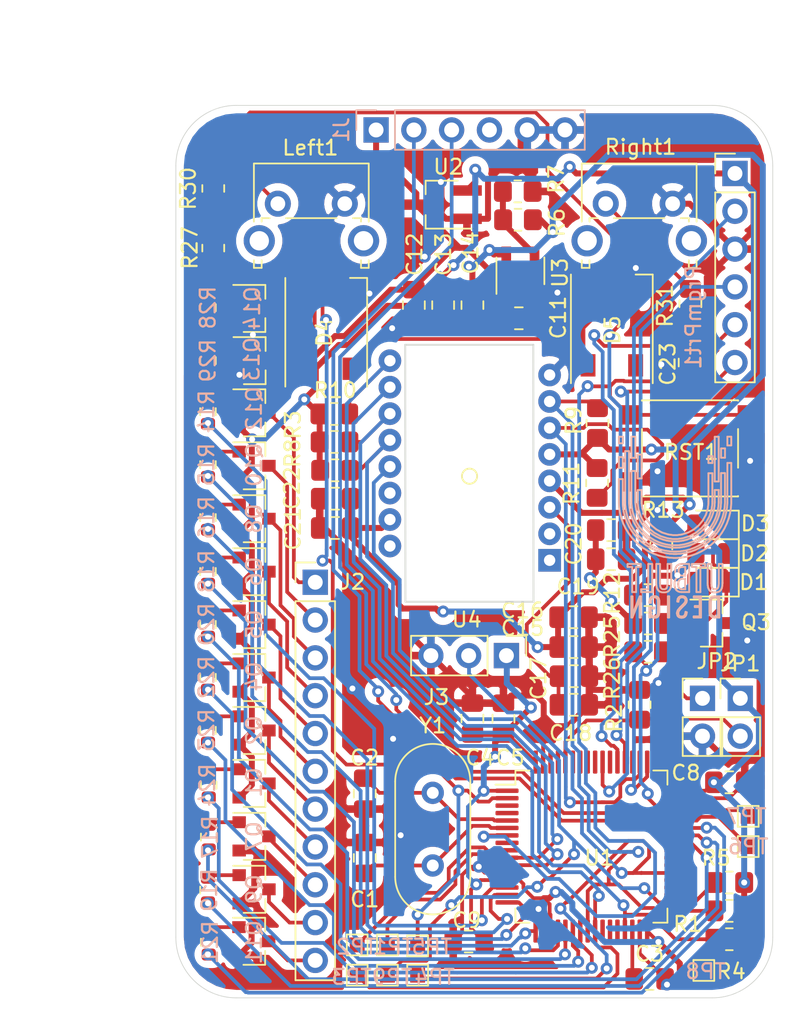
<source format=kicad_pcb>
(kicad_pcb (version 20171130) (host pcbnew 5.1.9-73d0e3b20d~88~ubuntu20.10.1)
  (layers (0 F.Cu signal) (1 In1.Cu signal hide) (2 In2.Cu signal hide) (31 B.Cu signal) (34 B.Paste user) (35 F.Paste user) (36 B.SilkS user) (37 F.SilkS user) (38 B.Mask user) (39 F.Mask user) (44 Edge.Cuts user))
  (net 0 "")
  (net 1 GND)
  (net 2 "Net-(C1-Pad1)")
  (net 3 "Net-(C2-Pad2)")
  (net 4 "Net-(C3-Pad1)")
  (net 5 mcu_cap)
  (net 6 +5V)
  (net 7 VDD)
  (net 8 "Net-(C17-Pad2)")
  (net 9 sw_rst)
  (net 10 "Net-(D1-Pad2)")
  (net 11 "Net-(D2-Pad2)")
  (net 12 "Net-(D2-Pad1)")
  (net 13 "Net-(J1-Pad4)")
  (net 14 "Net-(JP1-Pad2)")
  (net 15 sw_o)
  (net 16 sw_io)
  (net 17 sw_clk)
  (net 18 "Net-(J2-Pad8)")
  (net 19 "Net-(Q1-Pad1)")
  (net 20 "Net-(J2-Pad7)")
  (net 21 "Net-(Q2-Pad1)")
  (net 22 "Net-(Q3-Pad1)")
  (net 23 "Net-(J2-Pad6)")
  (net 24 "Net-(Q4-Pad1)")
  (net 25 "Net-(J2-Pad5)")
  (net 26 "Net-(Q5-Pad1)")
  (net 27 "Net-(J2-Pad4)")
  (net 28 "Net-(Q6-Pad1)")
  (net 29 "Net-(J2-Pad9)")
  (net 30 "Net-(Q7-Pad1)")
  (net 31 "Net-(J2-Pad3)")
  (net 32 "Net-(Q8-Pad1)")
  (net 33 "Net-(J2-Pad10)")
  (net 34 "Net-(Q9-Pad1)")
  (net 35 "Net-(J2-Pad2)")
  (net 36 "Net-(Q10-Pad1)")
  (net 37 "Net-(J2-Pad11)")
  (net 38 "Net-(Q11-Pad1)")
  (net 39 "Net-(J2-Pad1)")
  (net 40 "Net-(Q12-Pad1)")
  (net 41 pwm_rst)
  (net 42 mosi)
  (net 43 sclk)
  (net 44 ncs)
  (net 45 "Net-(R6-Pad1)")
  (net 46 miso)
  (net 47 pwm_int)
  (net 48 pwm_gpo)
  (net 49 "Net-(U1-Pad62)")
  (net 50 "Net-(U1-Pad61)")
  (net 51 "Net-(U1-Pad59)")
  (net 52 "Net-(U1-Pad58)")
  (net 53 "Net-(U1-Pad57)")
  (net 54 "Net-(U1-Pad56)")
  (net 55 "Net-(U1-Pad54)")
  (net 56 "Net-(U1-Pad51)")
  (net 57 usb_d+)
  (net 58 usb_d-)
  (net 59 "Net-(U1-Pad40)")
  (net 60 "Net-(U1-Pad39)")
  (net 61 "Net-(U1-Pad38)")
  (net 62 "Net-(U1-Pad36)")
  (net 63 "Net-(U1-Pad35)")
  (net 64 "Net-(U1-Pad34)")
  (net 65 "Net-(U1-Pad28)")
  (net 66 "Net-(U1-Pad27)")
  (net 67 "Net-(U1-Pad26)")
  (net 68 "Net-(U1-Pad9)")
  (net 69 "Net-(U1-Pad8)")
  (net 70 "Net-(U1-Pad4)")
  (net 71 "Net-(U1-Pad3)")
  (net 72 disp_1)
  (net 73 disp_2)
  (net 74 disp_3)
  (net 75 disp_d1)
  (net 76 disp_4)
  (net 77 disp_d2)
  (net 78 disp_5)
  (net 79 disp_d3)
  (net 80 disp_6)
  (net 81 disp_7)
  (net 82 disp_8)
  (net 83 "Net-(D1-Pad1)")
  (net 84 "Net-(D3-Pad2)")
  (net 85 "Net-(D4-Pad2)")
  (net 86 "Net-(D4-Pad4)")
  (net 87 "Net-(D5-Pad2)")
  (net 88 "Net-(Q13-Pad3)")
  (net 89 "Net-(Q13-Pad1)")
  (net 90 led_d)
  (net 91 "Net-(Left1-Pad1)")
  (net 92 btn_l)
  (net 93 btn_r)
  (net 94 "Net-(R31-Pad1)")
  (net 95 strip_out)
  (module Connector_PinHeader_2.54mm:PinHeader_1x03_P2.54mm_Vertical (layer F.Cu) (at 146.177 109.093 270)
    (fp_text reference J3 (at 2.794 4.699 180) (layer F.SilkS))
    (fp_text value Conn_01x03_Male)
    (pad 3 thru_hole oval (at 0 5.08 270) (size 1.7 1.7) (drill 1) (layers *.Cu *.Mask) (net 1 GND))
    (pad 2 thru_hole oval (at 0 2.54 270) (size 1.7 1.7) (drill 1) (layers *.Cu *.Mask) (net 95 strip_out))
    (pad 1 thru_hole rect (at 0 0 270) (size 1.7 1.7) (drill 1) (layers *.Cu *.Mask) (net 5 mcu_cap))
  )
  (module Capacitor_SMD:C_0805_2012Metric_Pad1.18x1.45mm_HandSolder (layer F.Cu) (at 155.8075 130.81)
    (fp_text reference C3 (at 0 -1.68) (layer F.SilkS))
    (fp_text value 2.2u)
    (pad 2 smd roundrect (at 1.0375 0) (size 1.175 1.45) (layers F.Cu F.Paste F.Mask) (roundrect_rratio 0.212766) (net 1 GND))
    (pad 1 smd roundrect (at -1.0375 0) (size 1.175 1.45) (layers F.Cu F.Paste F.Mask) (roundrect_rratio 0.212766) (net 4 "Net-(C3-Pad1)"))
  )
  (module e7020e_custom_footprint_lib:Utbult-design-logo (layer B.Cu) (at 157.48 99.06 180)
    (fp_text reference REF** hide)
    (fp_text value Utbult-design-logo)
  )
  (module Connector_PinHeader_2.54mm:PinHeader_1x11_P2.54mm_Vertical (layer F.Cu) (at 133.3246 104.1654)
    (fp_text reference J2 (at 2.50444 -0.02032) (layer F.SilkS))
    (fp_text value Conn_01x11_Male)
    (pad 11 thru_hole oval (at 0 25.4) (size 1.7 1.7) (drill 1) (layers *.Cu *.Mask) (net 37 "Net-(J2-Pad11)"))
    (pad 10 thru_hole oval (at 0 22.86) (size 1.7 1.7) (drill 1) (layers *.Cu *.Mask) (net 33 "Net-(J2-Pad10)"))
    (pad 9 thru_hole oval (at 0 20.32) (size 1.7 1.7) (drill 1) (layers *.Cu *.Mask) (net 29 "Net-(J2-Pad9)"))
    (pad 8 thru_hole oval (at 0 17.78) (size 1.7 1.7) (drill 1) (layers *.Cu *.Mask) (net 18 "Net-(J2-Pad8)"))
    (pad 7 thru_hole oval (at 0 15.24) (size 1.7 1.7) (drill 1) (layers *.Cu *.Mask) (net 20 "Net-(J2-Pad7)"))
    (pad 6 thru_hole oval (at 0 12.7) (size 1.7 1.7) (drill 1) (layers *.Cu *.Mask) (net 23 "Net-(J2-Pad6)"))
    (pad 5 thru_hole oval (at 0 10.16) (size 1.7 1.7) (drill 1) (layers *.Cu *.Mask) (net 25 "Net-(J2-Pad5)"))
    (pad 4 thru_hole oval (at 0 7.62) (size 1.7 1.7) (drill 1) (layers *.Cu *.Mask) (net 27 "Net-(J2-Pad4)"))
    (pad 3 thru_hole oval (at 0 5.08) (size 1.7 1.7) (drill 1) (layers *.Cu *.Mask) (net 31 "Net-(J2-Pad3)"))
    (pad 2 thru_hole oval (at 0 2.54) (size 1.7 1.7) (drill 1) (layers *.Cu *.Mask) (net 35 "Net-(J2-Pad2)"))
    (pad 1 thru_hole rect (at 0 0) (size 1.7 1.7) (drill 1) (layers *.Cu *.Mask) (net 39 "Net-(J2-Pad1)"))
  )
  (module e7020e_custom_footprint_lib:PWM3389DM-T3QU (layer F.Cu) (at 149.0472 102.6922 180)
    (fp_text reference U4 (at 5.5372 -3.9878) (layer F.SilkS))
    (fp_text value PMW3389)
    (fp_line (start 9.66 -2.78) (end 9.67 14.48) (layer Edge.Cuts) (width 0.12))
    (fp_line (start 1.05 -2.78) (end 9.66 -2.78) (layer Edge.Cuts) (width 0.12))
    (fp_line (start 1.06 14.48) (end 9.67 14.48) (layer Edge.Cuts) (width 0.12))
    (fp_line (start 1.05 -2.78) (end 1.06 14.48) (layer Edge.Cuts) (width 0.12))
    (pad 1 thru_hole rect (at -0.034 0.002 180) (size 1.524 1.524) (drill 0.762) (layers *.Cu *.Mask))
    (pad 2 thru_hole circle (at -0.034 1.78 180) (size 1.524 1.524) (drill 0.762) (layers *.Cu *.Mask))
    (pad 3 thru_hole circle (at -0.034 3.558 180) (size 1.524 1.524) (drill 0.762) (layers *.Cu *.Mask) (net 8 "Net-(C17-Pad2)"))
    (pad 4 thru_hole circle (at -0.034 5.336 180) (size 1.524 1.524) (drill 0.762) (layers *.Cu *.Mask) (net 7 VDD))
    (pad 5 thru_hole circle (at -0.034 7.114 180) (size 1.524 1.524) (drill 0.762) (layers *.Cu *.Mask) (net 5 mcu_cap))
    (pad 6 thru_hole circle (at -0.034 8.892 180) (size 1.524 1.524) (drill 0.762) (layers *.Cu *.Mask) (net 48 pwm_gpo))
    (pad 7 thru_hole circle (at -0.034 10.67 180) (size 1.524 1.524) (drill 0.762) (layers *.Cu *.Mask) (net 41 pwm_rst))
    (pad 8 thru_hole circle (at -0.034 12.448 180) (size 1.524 1.524) (drill 0.762) (layers *.Cu *.Mask) (net 1 GND))
    (pad 15 thru_hole circle (at 10.704 2.739 180) (size 1.524 1.524) (drill 0.762) (layers *.Cu *.Mask) (net 7 VDD))
    (pad 13 thru_hole circle (at 10.704 6.295 180) (size 1.524 1.524) (drill 0.762) (layers *.Cu *.Mask) (net 44 ncs))
    (pad 9 thru_hole circle (at 10.704 13.407 180) (size 1.524 1.524) (drill 0.762) (layers *.Cu *.Mask) (net 47 pwm_int))
    (pad 16 thru_hole circle (at 10.704 0.961 180) (size 1.524 1.524) (drill 0.762) (layers *.Cu *.Mask))
    (pad 11 thru_hole circle (at 10.704 9.851 180) (size 1.524 1.524) (drill 0.762) (layers *.Cu *.Mask) (net 42 mosi))
    (pad 10 thru_hole circle (at 10.704 11.629 180) (size 1.524 1.524) (drill 0.762) (layers *.Cu *.Mask) (net 43 sclk))
    (pad 12 thru_hole circle (at 10.704 8.073 180) (size 1.524 1.524) (drill 0.762) (layers *.Cu *.Mask) (net 46 miso))
    (pad 14 thru_hole circle (at 10.704 4.517 180) (size 1.524 1.524) (drill 0.762) (layers *.Cu *.Mask))
  )
  (module TestPoint:TestPoint_Pad_1.0x1.0mm (layer F.Cu) (at 138.176 130.556)
    (fp_text reference TP9 (at 0.3175 0.127) (layer B.SilkS) (effects (justify mirror)))
    (fp_text value TestPoint)
    (pad 1 smd rect (at 0 0) (size 1 1) (layers F.Cu F.Mask) (net 44 ncs))
  )
  (module TestPoint:TestPoint_Pad_1.0x1.0mm (layer F.Cu) (at 159.4485 130.2385)
    (fp_text reference TP8 (at 0.127 0.0635) (layer B.SilkS) (effects (justify mirror)))
    (fp_text value TestPoint)
    (pad 1 smd rect (at 0 0) (size 1 1) (layers F.Cu F.Mask) (net 43 sclk))
  )
  (module TestPoint:TestPoint_Pad_1.0x1.0mm (layer F.Cu) (at 162.433 119.888)
    (fp_text reference TP7 (at -0.127 0) (layer B.SilkS) (effects (justify mirror)))
    (fp_text value TestPoint)
    (pad 1 smd rect (at 0 0) (size 1 1) (layers F.Cu F.Mask) (net 57 usb_d+))
  )
  (module TestPoint:TestPoint_Pad_1.0x1.0mm (layer F.Cu) (at 162.433 121.92)
    (fp_text reference TP6 (at 0 0) (layer B.SilkS) (effects (justify mirror)))
    (fp_text value TestPoint)
    (pad 1 smd rect (at 0 0) (size 1 1) (layers F.Cu F.Mask) (net 58 usb_d-))
  )
  (module TestPoint:TestPoint_Pad_1.0x1.0mm (layer F.Cu) (at 140.208 128.5875)
    (fp_text reference TP5 (at 0.9525 0.0635) (layer B.SilkS) (effects (justify mirror)))
    (fp_text value TestPoint)
    (pad 1 smd rect (at 0 0) (size 1 1) (layers F.Cu F.Mask) (net 90 led_d))
  )
  (module TestPoint:TestPoint_Pad_1.0x1.0mm (layer F.Cu) (at 140.208 130.556)
    (fp_text reference TP4 (at 1.143 0.127) (layer B.SilkS) (effects (justify mirror)))
    (fp_text value TestPoint)
    (pad 1 smd rect (at 0 0) (size 1 1) (layers F.Cu F.Mask) (net 48 pwm_gpo))
  )
  (module TestPoint:TestPoint_Pad_1.0x1.0mm (layer F.Cu) (at 136.144 130.556)
    (fp_text reference TP3 (at -0.381 0.127) (layer B.SilkS) (effects (justify mirror)))
    (fp_text value TestPoint)
    (pad 1 smd rect (at 0 0) (size 1 1) (layers F.Cu F.Mask) (net 47 pwm_int))
  )
  (module TestPoint:TestPoint_Pad_1.0x1.0mm (layer F.Cu) (at 136.144 128.524)
    (fp_text reference TP2 (at -0.0635 0.127) (layer B.SilkS) (effects (justify mirror)))
    (fp_text value TestPoint)
    (pad 1 smd rect (at 0 0) (size 1 1) (layers F.Cu F.Mask) (net 46 miso))
  )
  (module TestPoint:TestPoint_Pad_1.0x1.0mm (layer F.Cu) (at 138.176 128.524)
    (fp_text reference TP1 (at 0.381 0.127) (layer B.SilkS) (effects (justify mirror)))
    (fp_text value TestPoint)
    (pad 1 smd rect (at 0 0) (size 1 1) (layers F.Cu F.Mask) (net 42 mosi))
  )
  (module Crystal:Crystal_HC49-4H_Vertical (layer F.Cu) (at 141.224 123.19 90)
    (fp_text reference Y1 (at 9.398 0) (layer F.SilkS))
    (fp_text value Crystal)
    (pad 2 thru_hole circle (at 4.88 0 90) (size 1.5 1.5) (drill 0.8) (layers *.Cu *.Mask) (net 3 "Net-(C2-Pad2)"))
    (pad 1 thru_hole circle (at 0 0 90) (size 1.5 1.5) (drill 0.8) (layers *.Cu *.Mask) (net 2 "Net-(C1-Pad1)"))
  )
  (module Capacitor_SMD:C_0805_2012Metric_Pad1.18x1.45mm_HandSolder (layer F.Cu) (at 136.652 118.364 90)
    (fp_text reference C2 (at 2.413 -0.016332 180) (layer F.SilkS))
    (fp_text value 47p)
    (pad 2 smd roundrect (at 1.0375 0 90) (size 1.175 1.45) (layers F.Cu F.Paste F.Mask) (roundrect_rratio 0.212766) (net 3 "Net-(C2-Pad2)"))
    (pad 1 smd roundrect (at -1.0375 0 90) (size 1.175 1.45) (layers F.Cu F.Paste F.Mask) (roundrect_rratio 0.212766) (net 1 GND))
  )
  (module Capacitor_SMD:C_0805_2012Metric_Pad1.18x1.45mm_HandSolder (layer F.Cu) (at 136.652 122.682 90)
    (fp_text reference C1 (at -2.794 0 180) (layer F.SilkS))
    (fp_text value 47p)
    (pad 2 smd roundrect (at 1.0375 0 90) (size 1.175 1.45) (layers F.Cu F.Paste F.Mask) (roundrect_rratio 0.212766) (net 1 GND))
    (pad 1 smd roundrect (at -1.0375 0 90) (size 1.175 1.45) (layers F.Cu F.Paste F.Mask) (roundrect_rratio 0.212766) (net 2 "Net-(C1-Pad1)"))
  )
  (module Resistor_SMD:R_0603_1608Metric (layer F.Cu) (at 126.111 89.2805 90)
    (fp_text reference R29 (at 0 -0.0076 90) (layer B.SilkS) (effects (justify mirror)))
    (fp_text value 1k)
    (pad 2 smd roundrect (at 0.825 0 90) (size 0.8 0.95) (layers F.Cu F.Paste F.Mask) (net 86 "Net-(D4-Pad4)"))
    (pad 1 smd roundrect (at -0.825 0 90) (size 0.8 0.95) (layers F.Cu F.Paste F.Mask) (net 6 +5V))
  )
  (module Resistor_SMD:R_0603_1608Metric (layer F.Cu) (at 126.111 85.7245 90)
    (fp_text reference R28 (at 0 -0.0076 90) (layer B.SilkS) (effects (justify mirror)))
    (fp_text value 1k)
    (pad 2 smd roundrect (at 0.825 0 90) (size 0.8 0.95) (layers F.Cu F.Paste F.Mask) (net 88 "Net-(Q13-Pad3)"))
    (pad 1 smd roundrect (at -0.825 0 90) (size 0.8 0.95) (layers F.Cu F.Paste F.Mask) (net 6 +5V))
  )
  (module Package_TO_SOT_SMD:SOT-23-5 (layer F.Cu) (at 147.1168 83.2485 90)
    (fp_text reference U3 (at -0.127 2.667 90) (layer F.SilkS))
    (fp_text value MIC5235YM5-TR)
    (pad 5 smd rect (at 1.1 -0.95 90) (size 1.06 0.65) (layers F.Cu F.Paste F.Mask) (net 7 VDD))
    (pad 4 smd rect (at 1.1 0.95 90) (size 1.06 0.65) (layers F.Cu F.Paste F.Mask) (net 45 "Net-(R6-Pad1)"))
    (pad 3 smd rect (at -1.1 0.95 90) (size 1.06 0.65) (layers F.Cu F.Paste F.Mask) (net 6 +5V))
    (pad 2 smd rect (at -1.1 0 90) (size 1.06 0.65) (layers F.Cu F.Paste F.Mask) (net 1 GND))
    (pad 1 smd rect (at -1.1 -0.95 90) (size 1.06 0.65) (layers F.Cu F.Paste F.Mask) (net 6 +5V))
  )
  (module Package_TO_SOT_SMD:SOT-23W_Handsoldering (layer F.Cu) (at 141.8209 78.8035 180)
    (fp_text reference U2 (at -0.4445 2.54) (layer F.SilkS))
    (fp_text value AP2125N-3.3TRG1)
    (pad 3 smd rect (at 1.7 0 180) (size 2 0.7) (layers F.Cu F.Paste F.Mask) (net 6 +5V))
    (pad 2 smd rect (at -1.7 0.95 180) (size 2 0.7) (layers F.Cu F.Paste F.Mask) (net 5 mcu_cap))
    (pad 1 smd rect (at -1.7 -0.95 180) (size 2 0.7) (layers F.Cu F.Paste F.Mask) (net 1 GND))
  )
  (module Resistor_SMD:R_0805_2012Metric_Pad1.20x1.40mm_HandSolder (layer F.Cu) (at 158.5468 85.4616 270)
    (fp_text reference R31 (at 0.1364 1.7018 90) (layer F.SilkS))
    (fp_text value 1k)
    (pad 2 smd roundrect (at 1 0 270) (size 1.2 1.4) (layers F.Cu F.Paste F.Mask) (roundrect_rratio 0.208333) (net 93 btn_r))
    (pad 1 smd roundrect (at -1 0 270) (size 1.2 1.4) (layers F.Cu F.Paste F.Mask) (roundrect_rratio 0.208333) (net 94 "Net-(R31-Pad1)"))
  )
  (module Resistor_SMD:R_0805_2012Metric_Pad1.20x1.40mm_HandSolder (layer F.Cu) (at 126.4666 77.7146 270)
    (fp_text reference R30 (at 0.0094 1.6891 90) (layer F.SilkS))
    (fp_text value 1k)
    (pad 2 smd roundrect (at 1 0 270) (size 1.2 1.4) (layers F.Cu F.Paste F.Mask) (roundrect_rratio 0.208333) (net 92 btn_l))
    (pad 1 smd roundrect (at -1 0 270) (size 1.2 1.4) (layers F.Cu F.Paste F.Mask) (roundrect_rratio 0.208333) (net 91 "Net-(Left1-Pad1)"))
  )
  (module Resistor_SMD:R_0805_2012Metric_Pad1.20x1.40mm_HandSolder (layer F.Cu) (at 126.4666 81.7212 270)
    (fp_text reference R27 (at -0.016 1.5748 270) (layer F.SilkS))
    (fp_text value 1k)
    (pad 2 smd roundrect (at 1 0 270) (size 1.2 1.4) (layers F.Cu F.Paste F.Mask) (roundrect_rratio 0.208333) (net 89 "Net-(Q13-Pad1)"))
    (pad 1 smd roundrect (at -1 0 270) (size 1.2 1.4) (layers F.Cu F.Paste F.Mask) (roundrect_rratio 0.208333) (net 90 led_d))
  )
  (module Resistor_SMD:R_0805_2012Metric_Pad1.20x1.40mm_HandSolder (layer F.Cu) (at 155.702 108.839)
    (fp_text reference R26 (at -2.413 1.778 90) (layer F.SilkS))
    (fp_text value 1k)
    (pad 2 smd roundrect (at 1 0) (size 1.2 1.4) (layers F.Cu F.Paste F.Mask) (roundrect_rratio 0.208333) (net 22 "Net-(Q3-Pad1)"))
    (pad 1 smd roundrect (at -1 0) (size 1.2 1.4) (layers F.Cu F.Paste F.Mask) (roundrect_rratio 0.208333) (net 16 sw_io))
  )
  (module Resistor_SMD:R_0805_2012Metric_Pad1.20x1.40mm_HandSolder (layer F.Cu) (at 155.702 106.934)
    (fp_text reference R25 (at -2.413 0.889 270) (layer F.SilkS))
    (fp_text value 750R)
    (pad 2 smd roundrect (at 1 0) (size 1.2 1.4) (layers F.Cu F.Paste F.Mask) (roundrect_rratio 0.208333) (net 11 "Net-(D2-Pad2)"))
    (pad 1 smd roundrect (at -1 0) (size 1.2 1.4) (layers F.Cu F.Paste F.Mask) (roundrect_rratio 0.208333) (net 5 mcu_cap))
  )
  (module Resistor_SMD:R_0603_1608Metric (layer F.Cu) (at 126.1618 117.793 270)
    (fp_text reference R24 (at 0 0.094 90) (layer B.SilkS) (effects (justify mirror)))
    (fp_text value 1k)
    (pad 2 smd roundrect (at 0.825 0 270) (size 0.8 0.95) (layers F.Cu F.Paste F.Mask) (net 82 disp_8))
    (pad 1 smd roundrect (at -0.825 0 270) (size 0.8 0.95) (layers F.Cu F.Paste F.Mask) (net 19 "Net-(Q1-Pad1)"))
  )
  (module Resistor_SMD:R_0603_1608Metric (layer F.Cu) (at 126.111 114.11 270)
    (fp_text reference R23 (at 0 0.094 90) (layer B.SilkS) (effects (justify mirror)))
    (fp_text value 1k)
    (pad 2 smd roundrect (at 0.825 0 270) (size 0.8 0.95) (layers F.Cu F.Paste F.Mask) (net 81 disp_7))
    (pad 1 smd roundrect (at -0.825 0 270) (size 0.8 0.95) (layers F.Cu F.Paste F.Mask) (net 21 "Net-(Q2-Pad1)"))
  )
  (module Resistor_SMD:R_0603_1608Metric (layer F.Cu) (at 126.111 110.554 270)
    (fp_text reference R22 (at 0 0.094 90) (layer B.SilkS) (effects (justify mirror)))
    (fp_text value 1k)
    (pad 2 smd roundrect (at 0.825 0 270) (size 0.8 0.95) (layers F.Cu F.Paste F.Mask) (net 80 disp_6))
    (pad 1 smd roundrect (at -0.825 0 270) (size 0.8 0.95) (layers F.Cu F.Paste F.Mask) (net 24 "Net-(Q4-Pad1)"))
  )
  (module Resistor_SMD:R_0603_1608Metric (layer F.Cu) (at 126.1618 128.3462 90)
    (fp_text reference R21 (at 0 0.094 90) (layer B.SilkS) (effects (justify mirror)))
    (fp_text value 1k)
    (pad 2 smd roundrect (at 0.825 0 90) (size 0.8 0.95) (layers F.Cu F.Paste F.Mask) (net 38 "Net-(Q11-Pad1)"))
    (pad 1 smd roundrect (at -0.825 0 90) (size 0.8 0.95) (layers F.Cu F.Paste F.Mask) (net 79 disp_d3))
  )
  (module Resistor_SMD:R_0603_1608Metric (layer F.Cu) (at 126.111 106.998 270)
    (fp_text reference R20 (at 0 0.094 90) (layer B.SilkS) (effects (justify mirror)))
    (fp_text value 1k)
    (pad 2 smd roundrect (at 0.825 0 270) (size 0.8 0.95) (layers F.Cu F.Paste F.Mask) (net 78 disp_5))
    (pad 1 smd roundrect (at -0.825 0 270) (size 0.8 0.95) (layers F.Cu F.Paste F.Mask) (net 26 "Net-(Q5-Pad1)"))
  )
  (module Resistor_SMD:R_0603_1608Metric (layer F.Cu) (at 126.111 124.841 90)
    (fp_text reference R19 (at 0 0.094 90) (layer B.SilkS) (effects (justify mirror)))
    (fp_text value 1k)
    (pad 2 smd roundrect (at 0.825 0 90) (size 0.8 0.95) (layers F.Cu F.Paste F.Mask) (net 34 "Net-(Q9-Pad1)"))
    (pad 1 smd roundrect (at -0.825 0 90) (size 0.8 0.95) (layers F.Cu F.Paste F.Mask) (net 77 disp_d2))
  )
  (module Resistor_SMD:R_0603_1608Metric (layer F.Cu) (at 126.111 103.4415 270)
    (fp_text reference R18 (at 0 0.094 90) (layer B.SilkS) (effects (justify mirror)))
    (fp_text value 1k)
    (pad 2 smd roundrect (at 0.825 0 270) (size 0.8 0.95) (layers F.Cu F.Paste F.Mask) (net 76 disp_4))
    (pad 1 smd roundrect (at -0.825 0 270) (size 0.8 0.95) (layers F.Cu F.Paste F.Mask) (net 28 "Net-(Q6-Pad1)"))
  )
  (module Resistor_SMD:R_0603_1608Metric (layer F.Cu) (at 126.1618 121.285 90)
    (fp_text reference R17 (at 0 0.094 90) (layer B.SilkS) (effects (justify mirror)))
    (fp_text value 1k)
    (pad 2 smd roundrect (at 0.825 0 90) (size 0.8 0.95) (layers F.Cu F.Paste F.Mask) (net 30 "Net-(Q7-Pad1)"))
    (pad 1 smd roundrect (at -0.825 0 90) (size 0.8 0.95) (layers F.Cu F.Paste F.Mask) (net 75 disp_d1))
  )
  (module Resistor_SMD:R_0603_1608Metric (layer F.Cu) (at 126.111 99.822 270)
    (fp_text reference R16 (at 0 0.094 90) (layer B.SilkS) (effects (justify mirror)))
    (fp_text value 1k)
    (pad 2 smd roundrect (at 0.825 0 270) (size 0.8 0.95) (layers F.Cu F.Paste F.Mask) (net 74 disp_3))
    (pad 1 smd roundrect (at -0.825 0 270) (size 0.8 0.95) (layers F.Cu F.Paste F.Mask) (net 32 "Net-(Q8-Pad1)"))
  )
  (module Resistor_SMD:R_0603_1608Metric (layer F.Cu) (at 126.111 96.266 270)
    (fp_text reference R15 (at 0 0.094 90) (layer B.SilkS) (effects (justify mirror)))
    (fp_text value 1k)
    (pad 2 smd roundrect (at 0.825 0 270) (size 0.8 0.95) (layers F.Cu F.Paste F.Mask) (net 73 disp_2))
    (pad 1 smd roundrect (at -0.825 0 270) (size 0.8 0.95) (layers F.Cu F.Paste F.Mask) (net 36 "Net-(Q10-Pad1)"))
  )
  (module Resistor_SMD:R_0603_1608Metric (layer F.Cu) (at 126.111 92.7095 270)
    (fp_text reference R14 (at 0 0.094 90) (layer B.SilkS) (effects (justify mirror)))
    (fp_text value 1k)
    (pad 2 smd roundrect (at 0.825 0 270) (size 0.8 0.95) (layers F.Cu F.Paste F.Mask) (net 72 disp_1))
    (pad 1 smd roundrect (at -0.825 0 270) (size 0.8 0.95) (layers F.Cu F.Paste F.Mask) (net 40 "Net-(Q12-Pad1)"))
  )
  (module Resistor_SMD:R_0805_2012Metric_Pad1.20x1.40mm_HandSolder (layer F.Cu) (at 156.591 101.727 270)
    (fp_text reference R13 (at -2.413 -0.127 180) (layer F.SilkS))
    (fp_text value 50R)
    (pad 2 smd roundrect (at 1 0 270) (size 1.2 1.4) (layers F.Cu F.Paste F.Mask) (roundrect_rratio 0.208333) (net 84 "Net-(D3-Pad2)"))
    (pad 1 smd roundrect (at -1 0 270) (size 1.2 1.4) (layers F.Cu F.Paste F.Mask) (roundrect_rratio 0.208333) (net 7 VDD))
  )
  (module Resistor_SMD:R_0805_2012Metric_Pad1.20x1.40mm_HandSolder (layer F.Cu) (at 155.686 105.029)
    (fp_text reference R12 (at -2.397 -0.127 270) (layer F.SilkS))
    (fp_text value 750R)
    (pad 2 smd roundrect (at 1 0) (size 1.2 1.4) (layers F.Cu F.Paste F.Mask) (roundrect_rratio 0.208333) (net 10 "Net-(D1-Pad2)"))
    (pad 1 smd roundrect (at -1 0) (size 1.2 1.4) (layers F.Cu F.Paste F.Mask) (roundrect_rratio 0.208333) (net 5 mcu_cap))
  )
  (module Resistor_SMD:R_0805_2012Metric_Pad1.20x1.40mm_HandSolder (layer F.Cu) (at 152.273 97.4946 90)
    (fp_text reference R11 (at -0.0348 -1.7145 270) (layer F.SilkS))
    (fp_text value 10k)
    (pad 2 smd roundrect (at 1 0 90) (size 1.2 1.4) (layers F.Cu F.Paste F.Mask) (roundrect_rratio 0.208333) (net 5 mcu_cap))
    (pad 1 smd roundrect (at -1 0 90) (size 1.2 1.4) (layers F.Cu F.Paste F.Mask) (roundrect_rratio 0.208333) (net 48 pwm_gpo))
  )
  (module Resistor_SMD:R_0805_2012Metric_Pad1.20x1.40mm_HandSolder (layer F.Cu) (at 134.604 92.8624 180)
    (fp_text reference R10 (at -0.0635 1.5875 180) (layer F.SilkS))
    (fp_text value 10k)
    (pad 2 smd roundrect (at 1 0 180) (size 1.2 1.4) (layers F.Cu F.Paste F.Mask) (roundrect_rratio 0.208333) (net 5 mcu_cap))
    (pad 1 smd roundrect (at -1 0 180) (size 1.2 1.4) (layers F.Cu F.Paste F.Mask) (roundrect_rratio 0.208333) (net 47 pwm_int))
  )
  (module Resistor_SMD:R_0805_2012Metric_Pad1.20x1.40mm_HandSolder (layer F.Cu) (at 152.2984 93.472 270)
    (fp_text reference R9 (at -0.1684 1.6002 90) (layer F.SilkS))
    (fp_text value 10k)
    (pad 2 smd roundrect (at 1 0 270) (size 1.2 1.4) (layers F.Cu F.Paste F.Mask) (roundrect_rratio 0.208333) (net 5 mcu_cap))
    (pad 1 smd roundrect (at -1 0 270) (size 1.2 1.4) (layers F.Cu F.Paste F.Mask) (roundrect_rratio 0.208333) (net 41 pwm_rst))
  )
  (module Resistor_SMD:R_0805_2012Metric_Pad1.20x1.40mm_HandSolder (layer F.Cu) (at 134.6548 96.647 180)
    (fp_text reference R8 (at 2.85928 1.143 90) (layer F.SilkS))
    (fp_text value 10k)
    (pad 2 smd roundrect (at 1 0 180) (size 1.2 1.4) (layers F.Cu F.Paste F.Mask) (roundrect_rratio 0.208333) (net 5 mcu_cap))
    (pad 1 smd roundrect (at -1 0 180) (size 1.2 1.4) (layers F.Cu F.Paste F.Mask) (roundrect_rratio 0.208333) (net 46 miso))
  )
  (module Resistor_SMD:R_0805_2012Metric_Pad1.20x1.40mm_HandSolder (layer F.Cu) (at 146.939 77.9145 180)
    (fp_text reference R7 (at -2.5875 0.8255 270) (layer F.SilkS))
    (fp_text value 10k)
    (pad 2 smd roundrect (at 1 0 180) (size 1.2 1.4) (layers F.Cu F.Paste F.Mask) (roundrect_rratio 0.208333) (net 45 "Net-(R6-Pad1)"))
    (pad 1 smd roundrect (at -1 0 180) (size 1.2 1.4) (layers F.Cu F.Paste F.Mask) (roundrect_rratio 0.208333) (net 1 GND))
  )
  (module Resistor_SMD:R_0805_2012Metric_Pad1.20x1.40mm_HandSolder (layer F.Cu) (at 146.955 79.8195)
    (fp_text reference R6 (at 2.6195 0.1905 270) (layer F.SilkS))
    (fp_text value 5.6K)
    (pad 2 smd roundrect (at 1 0) (size 1.2 1.4) (layers F.Cu F.Paste F.Mask) (roundrect_rratio 0.208333) (net 7 VDD))
    (pad 1 smd roundrect (at -1 0) (size 1.2 1.4) (layers F.Cu F.Paste F.Mask) (roundrect_rratio 0.208333) (net 45 "Net-(R6-Pad1)"))
  )
  (module Resistor_SMD:R_0805_2012Metric_Pad1.20x1.40mm_HandSolder (layer F.Cu) (at 161.163 124.333 180)
    (fp_text reference R5 (at 0.889 1.651 180) (layer F.SilkS))
    (fp_text value 10k)
    (pad 2 smd roundrect (at 1 0 180) (size 1.2 1.4) (layers F.Cu F.Paste F.Mask) (roundrect_rratio 0.208333) (net 44 ncs))
    (pad 1 smd roundrect (at -1 0 180) (size 1.2 1.4) (layers F.Cu F.Paste F.Mask) (roundrect_rratio 0.208333) (net 5 mcu_cap))
  )
  (module Resistor_SMD:R_0805_2012Metric_Pad1.20x1.40mm_HandSolder (layer F.Cu) (at 161.163 128.143 180)
    (fp_text reference R4 (at -0.127 -2.159 180) (layer F.SilkS))
    (fp_text value 10k)
    (pad 2 smd roundrect (at 1 0 180) (size 1.2 1.4) (layers F.Cu F.Paste F.Mask) (roundrect_rratio 0.208333) (net 43 sclk))
    (pad 1 smd roundrect (at -1 0 180) (size 1.2 1.4) (layers F.Cu F.Paste F.Mask) (roundrect_rratio 0.208333) (net 5 mcu_cap))
  )
  (module Resistor_SMD:R_0805_2012Metric_Pad1.20x1.40mm_HandSolder (layer F.Cu) (at 134.62 94.742)
    (fp_text reference R3 (at -2.794 -1.143 90) (layer F.SilkS))
    (fp_text value 10k)
    (pad 2 smd roundrect (at 1 0) (size 1.2 1.4) (layers F.Cu F.Paste F.Mask) (roundrect_rratio 0.208333) (net 42 mosi))
    (pad 1 smd roundrect (at -1 0) (size 1.2 1.4) (layers F.Cu F.Paste F.Mask) (roundrect_rratio 0.208333) (net 5 mcu_cap))
  )
  (module Resistor_SMD:R_0805_2012Metric_Pad1.20x1.40mm_HandSolder (layer F.Cu) (at 155.1305 112.395 90)
    (fp_text reference R2 (at -0.889 -1.7145 90) (layer F.SilkS))
    (fp_text value 10k)
    (pad 2 smd roundrect (at 1 0 90) (size 1.2 1.4) (layers F.Cu F.Paste F.Mask) (roundrect_rratio 0.208333) (net 1 GND))
    (pad 1 smd roundrect (at -1 0 90) (size 1.2 1.4) (layers F.Cu F.Paste F.Mask) (roundrect_rratio 0.208333) (net 14 "Net-(JP1-Pad2)"))
  )
  (module Resistor_SMD:R_0805_2012Metric_Pad1.20x1.40mm_HandSolder (layer F.Cu) (at 161.163 126.238 180)
    (fp_text reference R1 (at 2.794 -0.889) (layer F.SilkS))
    (fp_text value 10k)
    (pad 2 smd roundrect (at 1 0 180) (size 1.2 1.4) (layers F.Cu F.Paste F.Mask) (roundrect_rratio 0.208333) (net 41 pwm_rst))
    (pad 1 smd roundrect (at -1 0 180) (size 1.2 1.4) (layers F.Cu F.Paste F.Mask) (roundrect_rratio 0.208333) (net 5 mcu_cap))
  )
  (module Package_TO_SOT_SMD:SOT-23 (layer F.Cu) (at 129.2098 85.7758)
    (fp_text reference Q14 (at -0.1176 0 90) (layer B.SilkS) (effects (justify mirror)))
    (fp_text value BC817)
    (pad 3 smd rect (at 1 0) (size 0.9 0.8) (layers F.Cu F.Paste F.Mask) (net 86 "Net-(D4-Pad4)"))
    (pad 2 smd rect (at -1 0.95) (size 0.9 0.8) (layers F.Cu F.Paste F.Mask) (net 1 GND))
    (pad 1 smd rect (at -1 -0.95) (size 0.9 0.8) (layers F.Cu F.Paste F.Mask) (net 88 "Net-(Q13-Pad3)"))
  )
  (module Package_TO_SOT_SMD:SOT-23 (layer F.Cu) (at 129.2258 89.281)
    (fp_text reference Q13 (at -0.1684 -0.1016 -90) (layer B.SilkS) (effects (justify mirror)))
    (fp_text value BC817)
    (pad 3 smd rect (at 1 0) (size 0.9 0.8) (layers F.Cu F.Paste F.Mask) (net 88 "Net-(Q13-Pad3)"))
    (pad 2 smd rect (at -1 0.95) (size 0.9 0.8) (layers F.Cu F.Paste F.Mask) (net 1 GND))
    (pad 1 smd rect (at -1 -0.95) (size 0.9 0.8) (layers F.Cu F.Paste F.Mask) (net 89 "Net-(Q13-Pad1)"))
  )
  (module Package_TO_SOT_SMD:SOT-23 (layer F.Cu) (at 159.9438 106.9086)
    (fp_text reference Q3 (at 3.0226 -0.0508) (layer F.SilkS))
    (fp_text value BC817)
    (pad 3 smd rect (at 1 0) (size 0.9 0.8) (layers F.Cu F.Paste F.Mask) (net 12 "Net-(D2-Pad1)"))
    (pad 2 smd rect (at -1 0.95) (size 0.9 0.8) (layers F.Cu F.Paste F.Mask) (net 83 "Net-(D1-Pad1)"))
    (pad 1 smd rect (at -1 -0.95) (size 0.9 0.8) (layers F.Cu F.Paste F.Mask) (net 22 "Net-(Q3-Pad1)"))
  )
  (module LED_SMD:LED_0805_2012Metric_Pad1.15x1.40mm_HandSolder (layer F.Cu) (at 159.94 100.3144 180)
    (fp_text reference D3 (at -2.968 0.0918) (layer F.SilkS))
    (fp_text value LED)
    (pad 2 smd roundrect (at 1.025 0 180) (size 1.15 1.4) (layers F.Cu F.Paste F.Mask) (roundrect_rratio 0.217391) (net 84 "Net-(D3-Pad2)"))
    (pad 1 smd roundrect (at -1.025 0 180) (size 1.15 1.4) (layers F.Cu F.Paste F.Mask) (roundrect_rratio 0.217391) (net 83 "Net-(D1-Pad1)"))
  )
  (module LED_SMD:LED_0805_2012Metric_Pad1.15x1.40mm_HandSolder (layer F.Cu) (at 159.9438 102.235 180)
    (fp_text reference D2 (at -2.921 0) (layer F.SilkS))
    (fp_text value LED)
    (pad 2 smd roundrect (at 1.025 0 180) (size 1.15 1.4) (layers F.Cu F.Paste F.Mask) (roundrect_rratio 0.217391) (net 11 "Net-(D2-Pad2)"))
    (pad 1 smd roundrect (at -1.025 0 180) (size 1.15 1.4) (layers F.Cu F.Paste F.Mask) (roundrect_rratio 0.217391) (net 12 "Net-(D2-Pad1)"))
  )
  (module LED_SMD:LED_0805_2012Metric_Pad1.15x1.40mm_HandSolder (layer F.Cu) (at 159.94 104.1654 180)
    (fp_text reference D1 (at -2.8664 0) (layer F.SilkS))
    (fp_text value LED)
    (pad 2 smd roundrect (at 1.025 0 180) (size 1.15 1.4) (layers F.Cu F.Paste F.Mask) (roundrect_rratio 0.217391) (net 10 "Net-(D1-Pad2)"))
    (pad 1 smd roundrect (at -1.025 0 180) (size 1.15 1.4) (layers F.Cu F.Paste F.Mask) (roundrect_rratio 0.217391) (net 83 "Net-(D1-Pad1)"))
  )
  (module Capacitor_SMD:C_0805_2012Metric_Pad1.18x1.45mm_HandSolder (layer F.Cu) (at 158.496 89.408 90)
    (fp_text reference C23 (at -0.1016 -1.4732 90) (layer F.SilkS))
    (fp_text value 100n)
    (pad 2 smd roundrect (at 1.0375 0 90) (size 1.175 1.45) (layers F.Cu F.Paste F.Mask) (roundrect_rratio 0.212766) (net 1 GND))
    (pad 1 smd roundrect (at -1.0375 0 90) (size 1.175 1.45) (layers F.Cu F.Paste F.Mask) (roundrect_rratio 0.212766) (net 9 sw_rst))
  )
  (module Capacitor_SMD:C_0805_2012Metric_Pad1.18x1.45mm_HandSolder (layer F.Cu) (at 134.662 98.552)
    (fp_text reference C22 (at -2.8995 -0.6985 90) (layer F.SilkS))
    (fp_text value 10u)
    (pad 2 smd roundrect (at 1.0375 0) (size 1.175 1.45) (layers F.Cu F.Paste F.Mask) (roundrect_rratio 0.212766) (net 7 VDD))
    (pad 1 smd roundrect (at -1.0375 0) (size 1.175 1.45) (layers F.Cu F.Paste F.Mask) (roundrect_rratio 0.212766) (net 1 GND))
  )
  (module Capacitor_SMD:C_0805_2012Metric_Pad1.18x1.45mm_HandSolder (layer F.Cu) (at 134.662 100.5205)
    (fp_text reference C21 (at -2.836 0.0635 90) (layer F.SilkS))
    (fp_text value 100n)
    (pad 2 smd roundrect (at 1.0375 0) (size 1.175 1.45) (layers F.Cu F.Paste F.Mask) (roundrect_rratio 0.212766) (net 7 VDD))
    (pad 1 smd roundrect (at -1.0375 0) (size 1.175 1.45) (layers F.Cu F.Paste F.Mask) (roundrect_rratio 0.212766) (net 1 GND))
  )
  (module Capacitor_SMD:C_0805_2012Metric_Pad1.18x1.45mm_HandSolder (layer F.Cu) (at 153.21906 100.66274 180)
    (fp_text reference C20 (at 2.50562 -0.92964 270) (layer F.SilkS))
    (fp_text value 10u)
    (pad 2 smd roundrect (at 1.0375 0 180) (size 1.175 1.45) (layers F.Cu F.Paste F.Mask) (roundrect_rratio 0.212766) (net 5 mcu_cap))
    (pad 1 smd roundrect (at -1.0375 0 180) (size 1.175 1.45) (layers F.Cu F.Paste F.Mask) (roundrect_rratio 0.212766) (net 1 GND))
  )
  (module Capacitor_SMD:C_0805_2012Metric_Pad1.18x1.45mm_HandSolder (layer F.Cu) (at 153.21906 102.61854 180)
    (fp_text reference C19 (at 2.21606 -1.83896 180) (layer F.SilkS))
    (fp_text value 100n)
    (pad 2 smd roundrect (at 1.0375 0 180) (size 1.175 1.45) (layers F.Cu F.Paste F.Mask) (roundrect_rratio 0.212766) (net 5 mcu_cap))
    (pad 1 smd roundrect (at -1.0375 0 180) (size 1.175 1.45) (layers F.Cu F.Paste F.Mask) (roundrect_rratio 0.212766) (net 1 GND))
  )
  (module Capacitor_SMD:C_0805_2012Metric_Pad1.18x1.45mm_HandSolder (layer F.Cu) (at 150.70972 112.39756 180)
    (fp_text reference C18 (at 0.21472 -1.90244) (layer F.SilkS))
    (fp_text value 4.7u)
    (pad 2 smd roundrect (at 1.0375 0 180) (size 1.175 1.45) (layers F.Cu F.Paste F.Mask) (roundrect_rratio 0.212766) (net 8 "Net-(C17-Pad2)"))
    (pad 1 smd roundrect (at -1.0375 0 180) (size 1.175 1.45) (layers F.Cu F.Paste F.Mask) (roundrect_rratio 0.212766) (net 1 GND))
  )
  (module Capacitor_SMD:C_0805_2012Metric_Pad1.18x1.45mm_HandSolder (layer F.Cu) (at 150.71852 110.47476 180)
    (fp_text reference C17 (at 2.38252 -0.14224 90) (layer F.SilkS))
    (fp_text value 100n)
    (pad 2 smd roundrect (at 1.0375 0 180) (size 1.175 1.45) (layers F.Cu F.Paste F.Mask) (roundrect_rratio 0.212766) (net 8 "Net-(C17-Pad2)"))
    (pad 1 smd roundrect (at -1.0375 0 180) (size 1.175 1.45) (layers F.Cu F.Paste F.Mask) (roundrect_rratio 0.212766) (net 1 GND))
  )
  (module Capacitor_SMD:C_0805_2012Metric_Pad1.18x1.45mm_HandSolder (layer F.Cu) (at 150.68922 106.51236 180)
    (fp_text reference C16 (at 3.426997 0.445889) (layer F.SilkS))
    (fp_text value 10u)
    (pad 2 smd roundrect (at 1.0375 0 180) (size 1.175 1.45) (layers F.Cu F.Paste F.Mask) (roundrect_rratio 0.212766) (net 7 VDD))
    (pad 1 smd roundrect (at -1.0375 0 180) (size 1.175 1.45) (layers F.Cu F.Paste F.Mask) (roundrect_rratio 0.212766) (net 1 GND))
  )
  (module Capacitor_SMD:C_0805_2012Metric_Pad1.18x1.45mm_HandSolder (layer F.Cu) (at 150.69702 108.51896 180)
    (fp_text reference C15 (at 3.434797 1.273675) (layer F.SilkS))
    (fp_text value 100n)
    (pad 2 smd roundrect (at 1.0375 0 180) (size 1.175 1.45) (layers F.Cu F.Paste F.Mask) (roundrect_rratio 0.212766) (net 7 VDD))
    (pad 1 smd roundrect (at -1.0375 0 180) (size 1.175 1.45) (layers F.Cu F.Paste F.Mask) (roundrect_rratio 0.212766) (net 1 GND))
  )
  (module Capacitor_SMD:C_0805_2012Metric_Pad1.18x1.45mm_HandSolder (layer F.Cu) (at 143.891 85.5511 270)
    (fp_text reference C14 (at -3.5091 0.127 90) (layer F.SilkS))
    (fp_text value 2.2u)
    (pad 2 smd roundrect (at 1.0375 0 270) (size 1.175 1.45) (layers F.Cu F.Paste F.Mask) (roundrect_rratio 0.212766) (net 1 GND))
    (pad 1 smd roundrect (at -1.0375 0 270) (size 1.175 1.45) (layers F.Cu F.Paste F.Mask) (roundrect_rratio 0.212766) (net 7 VDD))
  )
  (module Capacitor_SMD:C_0805_2012Metric_Pad1.18x1.45mm_HandSolder (layer F.Cu) (at 141.9225 85.5511 270)
    (fp_text reference C13 (at -3.4075 -0.0127 90) (layer F.SilkS))
    (fp_text value 1u)
    (pad 2 smd roundrect (at 1.0375 0 270) (size 1.175 1.45) (layers F.Cu F.Paste F.Mask) (roundrect_rratio 0.212766) (net 1 GND))
    (pad 1 smd roundrect (at -1.0375 0 270) (size 1.175 1.45) (layers F.Cu F.Paste F.Mask) (roundrect_rratio 0.212766) (net 5 mcu_cap))
  )
  (module Capacitor_SMD:C_0805_2012Metric_Pad1.18x1.45mm_HandSolder (layer F.Cu) (at 139.954 85.5511 270)
    (fp_text reference C12 (at -3.4075 -0.0508 90) (layer F.SilkS))
    (fp_text value 1u)
    (pad 2 smd roundrect (at 1.0375 0 270) (size 1.175 1.45) (layers F.Cu F.Paste F.Mask) (roundrect_rratio 0.212766) (net 1 GND))
    (pad 1 smd roundrect (at -1.0375 0 270) (size 1.175 1.45) (layers F.Cu F.Paste F.Mask) (roundrect_rratio 0.212766) (net 6 +5V))
  )
  (module Capacitor_SMD:C_0805_2012Metric_Pad1.18x1.45mm_HandSolder (layer F.Cu) (at 147.0113 86.4362)
    (fp_text reference C11 (at 2.6455 -0.0508 90) (layer F.SilkS))
    (fp_text value 1u)
    (pad 2 smd roundrect (at 1.0375 0) (size 1.175 1.45) (layers F.Cu F.Paste F.Mask) (roundrect_rratio 0.212766) (net 1 GND))
    (pad 1 smd roundrect (at -1.0375 0) (size 1.175 1.45) (layers F.Cu F.Paste F.Mask) (roundrect_rratio 0.212766) (net 6 +5V))
  )
  (module Capacitor_SMD:C_0805_2012Metric_Pad1.18x1.45mm_HandSolder (layer F.Cu) (at 143.637 128.2954)
    (fp_text reference C9 (at -0.127 -1.4224) (layer F.SilkS))
    (fp_text value 100n)
    (pad 2 smd roundrect (at 1.0375 0) (size 1.175 1.45) (layers F.Cu F.Paste F.Mask) (roundrect_rratio 0.212766) (net 5 mcu_cap))
    (pad 1 smd roundrect (at -1.0375 0) (size 1.175 1.45) (layers F.Cu F.Paste F.Mask) (roundrect_rratio 0.212766) (net 1 GND))
  )
  (module Capacitor_SMD:C_0805_2012Metric_Pad1.18x1.45mm_HandSolder (layer F.Cu) (at 161.163 117.602 180)
    (fp_text reference C8 (at 2.921 0.635) (layer F.SilkS))
    (fp_text value 100n)
    (pad 2 smd roundrect (at 1.0375 0 180) (size 1.175 1.45) (layers F.Cu F.Paste F.Mask) (roundrect_rratio 0.212766) (net 5 mcu_cap))
    (pad 1 smd roundrect (at -1.0375 0 180) (size 1.175 1.45) (layers F.Cu F.Paste F.Mask) (roundrect_rratio 0.212766) (net 1 GND))
  )
  (module Capacitor_SMD:C_0805_2012Metric_Pad1.18x1.45mm_HandSolder (layer F.Cu) (at 145.97888 113.32464 90)
    (fp_text reference C5 (at -2.62636 0.45212 180) (layer F.SilkS))
    (fp_text value 100n)
    (pad 2 smd roundrect (at 1.0375 0 90) (size 1.175 1.45) (layers F.Cu F.Paste F.Mask) (roundrect_rratio 0.212766) (net 1 GND))
    (pad 1 smd roundrect (at -1.0375 0 90) (size 1.175 1.45) (layers F.Cu F.Paste F.Mask) (roundrect_rratio 0.212766) (net 5 mcu_cap))
  )
  (module Capacitor_SMD:C_0805_2012Metric_Pad1.18x1.45mm_HandSolder (layer F.Cu) (at 143.891 113.32074 90)
    (fp_text reference C4 (at -2.63026 0.508 180) (layer F.SilkS))
    (fp_text value 4.7u)
    (pad 2 smd roundrect (at 1.0375 0 90) (size 1.175 1.45) (layers F.Cu F.Paste F.Mask) (roundrect_rratio 0.212766) (net 1 GND))
    (pad 1 smd roundrect (at -1.0375 0 90) (size 1.175 1.45) (layers F.Cu F.Paste F.Mask) (roundrect_rratio 0.212766) (net 5 mcu_cap))
  )
  (module Button_Switch_SMD:SW_Push_1P1T_NO_6x6mm_H9.5mm (layer F.Cu) (at 158.5214 95.1738)
    (fp_text reference RST1 (at 0.0762 0.254) (layer F.SilkS))
    (fp_text value SW_Push)
    (pad 2 smd rect (at 3.975 2.25) (size 1.55 1.3) (layers F.Cu F.Paste F.Mask) (net 1 GND))
    (pad 1 smd rect (at 3.975 -2.25) (size 1.55 1.3) (layers F.Cu F.Paste F.Mask) (net 9 sw_rst))
    (pad 1 smd rect (at -3.975 -2.25) (size 1.55 1.3) (layers F.Cu F.Paste F.Mask) (net 9 sw_rst))
    (pad 2 smd rect (at -3.975 2.25) (size 1.55 1.3) (layers F.Cu F.Paste F.Mask) (net 1 GND))
  )
  (module Button_Switch_THT:SW_Tactile_SPST_Angled_PTS645Vx58-2LFS (layer F.Cu) (at 152.853 78.74)
    (fp_text reference Right1 (at 2.341 -3.81) (layer F.SilkS))
    (fp_text value SW_Push)
    (pad "" thru_hole circle (at -1.25 2.49) (size 2.1 2.1) (drill 1.3) (layers *.Cu *.Mask))
    (pad 1 thru_hole circle (at 0 0) (size 1.75 1.75) (drill 0.99) (layers *.Cu *.Mask) (net 94 "Net-(R31-Pad1)"))
    (pad 2 thru_hole circle (at 4.5 0) (size 1.75 1.75) (drill 0.99) (layers *.Cu *.Mask) (net 1 GND))
    (pad "" thru_hole circle (at 5.76 2.49) (size 2.1 2.1) (drill 1.3) (layers *.Cu *.Mask))
  )
  (module Button_Switch_THT:SW_Tactile_SPST_Angled_PTS645Vx58-2LFS (layer F.Cu) (at 130.81 78.74)
    (fp_text reference Left1 (at 2.1844 -3.7592) (layer F.SilkS))
    (fp_text value SW_Push)
    (pad "" thru_hole circle (at -1.25 2.49) (size 2.1 2.1) (drill 1.3) (layers *.Cu *.Mask))
    (pad 1 thru_hole circle (at 0 0) (size 1.75 1.75) (drill 0.99) (layers *.Cu *.Mask) (net 91 "Net-(Left1-Pad1)"))
    (pad 2 thru_hole circle (at 4.5 0) (size 1.75 1.75) (drill 0.99) (layers *.Cu *.Mask) (net 1 GND))
    (pad "" thru_hole circle (at 5.76 2.49) (size 2.1 2.1) (drill 1.3) (layers *.Cu *.Mask))
  )
  (module Connector_PinHeader_2.54mm:PinHeader_1x02_P2.54mm_Vertical (layer F.Cu) (at 159.3596 111.9632)
    (fp_text reference JP2 (at 0.9525 -2.4892 180) (layer F.SilkS))
    (fp_text value Jumper)
    (pad 2 thru_hole oval (at 0 2.54) (size 1.7 1.7) (drill 1) (layers *.Cu *.Mask) (net 1 GND))
    (pad 1 thru_hole rect (at 0 0) (size 1.7 1.7) (drill 1) (layers *.Cu *.Mask) (net 83 "Net-(D1-Pad1)"))
  )
  (module LED_SMD:LED_WS2812B_PLCC4_5.0x5.0mm_P3.2mm (layer F.Cu) (at 153.2636 87.1474 90)
    (fp_text reference D5 (at -0.0762 0.0508 90) (layer F.SilkS))
    (fp_text value WS2812B)
    (pad 1 smd rect (at -2.45 -1.6 90) (size 1.5 1) (layers F.Cu F.Paste F.Mask) (net 6 +5V))
    (pad 2 smd rect (at -2.45 1.6 90) (size 1.5 1) (layers F.Cu F.Paste F.Mask) (net 87 "Net-(D5-Pad2)"))
    (pad 4 smd rect (at 2.45 -1.6 90) (size 1.5 1) (layers F.Cu F.Paste F.Mask) (net 85 "Net-(D4-Pad2)"))
    (pad 3 smd rect (at 2.45 1.6 90) (size 1.5 1) (layers F.Cu F.Paste F.Mask) (net 1 GND))
  )
  (module LED_SMD:LED_WS2812B_PLCC4_5.0x5.0mm_P3.2mm (layer F.Cu) (at 134.0612 87.376 90)
    (fp_text reference D4 (at 0 -0.127 90) (layer F.SilkS))
    (fp_text value WS2812B)
    (pad 1 smd rect (at -2.45 -1.6 90) (size 1.5 1) (layers F.Cu F.Paste F.Mask) (net 6 +5V))
    (pad 2 smd rect (at -2.45 1.6 90) (size 1.5 1) (layers F.Cu F.Paste F.Mask) (net 85 "Net-(D4-Pad2)"))
    (pad 4 smd rect (at 2.45 -1.6 90) (size 1.5 1) (layers F.Cu F.Paste F.Mask) (net 86 "Net-(D4-Pad4)"))
    (pad 3 smd rect (at 2.45 1.6 90) (size 1.5 1) (layers F.Cu F.Paste F.Mask) (net 1 GND))
  )
  (module Connector_PinHeader_2.54mm:PinHeader_1x06_P2.54mm_Vertical (layer B.Cu) (at 137.414 73.787 270)
    (fp_text reference J1 (at 0 2.33 270) (layer B.SilkS) (effects (justify mirror)))
    (fp_text value USB_OTG)
    (pad 6 thru_hole oval (at 0 -12.7 270) (size 1.7 1.7) (drill 1) (layers *.Cu *.Mask) (net 1 GND))
    (pad 5 thru_hole oval (at 0 -10.16 270) (size 1.7 1.7) (drill 1) (layers *.Cu *.Mask) (net 1 GND))
    (pad 4 thru_hole oval (at 0 -7.62 270) (size 1.7 1.7) (drill 1) (layers *.Cu *.Mask) (net 13 "Net-(J1-Pad4)"))
    (pad 3 thru_hole oval (at 0 -5.08 270) (size 1.7 1.7) (drill 1) (layers *.Cu *.Mask) (net 57 usb_d+))
    (pad 2 thru_hole oval (at 0 -2.54 270) (size 1.7 1.7) (drill 1) (layers *.Cu *.Mask) (net 58 usb_d-))
    (pad 1 thru_hole rect (at 0 0 270) (size 1.7 1.7) (drill 1) (layers *.Cu *.Mask) (net 6 +5V))
  )
  (module Package_TO_SOT_SMD:SOT-23 (layer F.Cu) (at 129.2098 92.7862)
    (fp_text reference Q12 (at 0 -0.278 90) (layer B.SilkS) (effects (justify mirror)))
    (fp_text value BC807)
    (pad 3 smd rect (at 1 0) (size 0.9 0.8) (layers F.Cu F.Paste F.Mask) (net 39 "Net-(J2-Pad1)"))
    (pad 2 smd rect (at -1 0.95) (size 0.9 0.8) (layers F.Cu F.Paste F.Mask) (net 5 mcu_cap))
    (pad 1 smd rect (at -1 -0.95) (size 0.9 0.8) (layers F.Cu F.Paste F.Mask) (net 40 "Net-(Q12-Pad1)"))
  )
  (module Package_TO_SOT_SMD:SOT-23 (layer F.Cu) (at 129.1938 128.2802)
    (fp_text reference Q11 (at 0.016 0.066 -90) (layer B.SilkS) (effects (justify mirror)))
    (fp_text value BC817)
    (pad 3 smd rect (at 1 0) (size 0.9 0.8) (layers F.Cu F.Paste F.Mask) (net 37 "Net-(J2-Pad11)"))
    (pad 2 smd rect (at -1 0.95) (size 0.9 0.8) (layers F.Cu F.Paste F.Mask) (net 1 GND))
    (pad 1 smd rect (at -1 -0.95) (size 0.9 0.8) (layers F.Cu F.Paste F.Mask) (net 38 "Net-(Q11-Pad1)"))
  )
  (module Package_TO_SOT_SMD:SOT-23 (layer F.Cu) (at 129.2098 96.3422)
    (fp_text reference Q10 (at 0 -0.066 -90) (layer B.SilkS) (effects (justify mirror)))
    (fp_text value BC807)
    (pad 3 smd rect (at 1 0) (size 0.9 0.8) (layers F.Cu F.Paste F.Mask) (net 35 "Net-(J2-Pad2)"))
    (pad 2 smd rect (at -1 0.95) (size 0.9 0.8) (layers F.Cu F.Paste F.Mask) (net 5 mcu_cap))
    (pad 1 smd rect (at -1 -0.95) (size 0.9 0.8) (layers F.Cu F.Paste F.Mask) (net 36 "Net-(Q10-Pad1)"))
  )
  (module Package_TO_SOT_SMD:SOT-23 (layer F.Cu) (at 129.2098 124.7902)
    (fp_text reference Q9 (at 0 0 -90) (layer B.SilkS) (effects (justify mirror)))
    (fp_text value BC817)
    (pad 3 smd rect (at 1 0) (size 0.9 0.8) (layers F.Cu F.Paste F.Mask) (net 33 "Net-(J2-Pad10)"))
    (pad 2 smd rect (at -1 0.95) (size 0.9 0.8) (layers F.Cu F.Paste F.Mask) (net 1 GND))
    (pad 1 smd rect (at -1 -0.95) (size 0.9 0.8) (layers F.Cu F.Paste F.Mask) (net 34 "Net-(Q9-Pad1)"))
  )
  (module Package_TO_SOT_SMD:SOT-23 (layer F.Cu) (at 129.2098 99.8982)
    (fp_text reference Q8 (at 0 0 -90) (layer B.SilkS) (effects (justify mirror)))
    (fp_text value BC807)
    (pad 3 smd rect (at 1 0) (size 0.9 0.8) (layers F.Cu F.Paste F.Mask) (net 31 "Net-(J2-Pad3)"))
    (pad 2 smd rect (at -1 0.95) (size 0.9 0.8) (layers F.Cu F.Paste F.Mask) (net 5 mcu_cap))
    (pad 1 smd rect (at -1 -0.95) (size 0.9 0.8) (layers F.Cu F.Paste F.Mask) (net 32 "Net-(Q8-Pad1)"))
  )
  (module Package_TO_SOT_SMD:SOT-23 (layer F.Cu) (at 129.2098 121.2342)
    (fp_text reference Q7 (at 0 0 -90) (layer B.SilkS) (effects (justify mirror)))
    (fp_text value BC817)
    (pad 3 smd rect (at 1 0) (size 0.9 0.8) (layers F.Cu F.Paste F.Mask) (net 29 "Net-(J2-Pad9)"))
    (pad 2 smd rect (at -1 0.95) (size 0.9 0.8) (layers F.Cu F.Paste F.Mask) (net 1 GND))
    (pad 1 smd rect (at -1 -0.95) (size 0.9 0.8) (layers F.Cu F.Paste F.Mask) (net 30 "Net-(Q7-Pad1)"))
  )
  (module Package_TO_SOT_SMD:SOT-23 (layer F.Cu) (at 129.2098 103.4542)
    (fp_text reference Q6 (at 0 0 90) (layer B.SilkS) (effects (justify mirror)))
    (fp_text value BC807)
    (pad 3 smd rect (at 1 0) (size 0.9 0.8) (layers F.Cu F.Paste F.Mask) (net 27 "Net-(J2-Pad4)"))
    (pad 2 smd rect (at -1 0.95) (size 0.9 0.8) (layers F.Cu F.Paste F.Mask) (net 5 mcu_cap))
    (pad 1 smd rect (at -1 -0.95) (size 0.9 0.8) (layers F.Cu F.Paste F.Mask) (net 28 "Net-(Q6-Pad1)"))
  )
  (module Package_TO_SOT_SMD:SOT-23 (layer F.Cu) (at 129.2098 107.0102)
    (fp_text reference Q5 (at 0 0 90) (layer B.SilkS) (effects (justify mirror)))
    (fp_text value BC807)
    (pad 3 smd rect (at 1 0) (size 0.9 0.8) (layers F.Cu F.Paste F.Mask) (net 25 "Net-(J2-Pad5)"))
    (pad 2 smd rect (at -1 0.95) (size 0.9 0.8) (layers F.Cu F.Paste F.Mask) (net 5 mcu_cap))
    (pad 1 smd rect (at -1 -0.95) (size 0.9 0.8) (layers F.Cu F.Paste F.Mask) (net 26 "Net-(Q5-Pad1)"))
  )
  (module Package_TO_SOT_SMD:SOT-23 (layer F.Cu) (at 129.2098 110.5662)
    (fp_text reference Q4 (at 0.016 -0.066 90) (layer B.SilkS) (effects (justify mirror)))
    (fp_text value BC807)
    (pad 3 smd rect (at 1 0) (size 0.9 0.8) (layers F.Cu F.Paste F.Mask) (net 23 "Net-(J2-Pad6)"))
    (pad 2 smd rect (at -1 0.95) (size 0.9 0.8) (layers F.Cu F.Paste F.Mask) (net 5 mcu_cap))
    (pad 1 smd rect (at -1 -0.95) (size 0.9 0.8) (layers F.Cu F.Paste F.Mask) (net 24 "Net-(Q4-Pad1)"))
  )
  (module Package_TO_SOT_SMD:SOT-23 (layer F.Cu) (at 129.2098 114.1222)
    (fp_text reference Q2 (at 0 0 90) (layer B.SilkS) (effects (justify mirror)))
    (fp_text value BC807)
    (pad 3 smd rect (at 1 0) (size 0.9 0.8) (layers F.Cu F.Paste F.Mask) (net 20 "Net-(J2-Pad7)"))
    (pad 2 smd rect (at -1 0.95) (size 0.9 0.8) (layers F.Cu F.Paste F.Mask) (net 5 mcu_cap))
    (pad 1 smd rect (at -1 -0.95) (size 0.9 0.8) (layers F.Cu F.Paste F.Mask) (net 21 "Net-(Q2-Pad1)"))
  )
  (module Package_TO_SOT_SMD:SOT-23 (layer F.Cu) (at 129.2098 117.6782)
    (fp_text reference Q1 (at 0 -0.066 90) (layer B.SilkS) (effects (justify mirror)))
    (fp_text value BC807)
    (pad 3 smd rect (at 1 0) (size 0.9 0.8) (layers F.Cu F.Paste F.Mask) (net 18 "Net-(J2-Pad8)"))
    (pad 2 smd rect (at -1 0.95) (size 0.9 0.8) (layers F.Cu F.Paste F.Mask) (net 5 mcu_cap))
    (pad 1 smd rect (at -1 -0.95) (size 0.9 0.8) (layers F.Cu F.Paste F.Mask) (net 19 "Net-(Q1-Pad1)"))
  )
  (module Connector_PinHeader_2.54mm:PinHeader_1x06_P2.54mm_Vertical (layer F.Cu) (at 161.544 76.708)
    (fp_text reference PrgmPrt1 (at -2.794 9.652 90) (layer B.SilkS) (effects (justify mirror)))
    (fp_text value Conn_01x06_Male)
    (pad 6 thru_hole oval (at 0 12.7) (size 1.7 1.7) (drill 1) (layers *.Cu *.Mask) (net 15 sw_o))
    (pad 5 thru_hole oval (at 0 10.16) (size 1.7 1.7) (drill 1) (layers *.Cu *.Mask) (net 9 sw_rst))
    (pad 4 thru_hole oval (at 0 7.62) (size 1.7 1.7) (drill 1) (layers *.Cu *.Mask) (net 16 sw_io))
    (pad 3 thru_hole oval (at 0 5.08) (size 1.7 1.7) (drill 1) (layers *.Cu *.Mask) (net 1 GND))
    (pad 2 thru_hole oval (at 0 2.54) (size 1.7 1.7) (drill 1) (layers *.Cu *.Mask) (net 17 sw_clk))
    (pad 1 thru_hole rect (at 0 0) (size 1.7 1.7) (drill 1) (layers *.Cu *.Mask) (net 5 mcu_cap))
  )
  (module Package_QFP:LQFP-64_10x10mm_P0.5mm (layer F.Cu) (at 151.892 121.92)
    (fp_text reference U1 (at 0.52324 0.75692) (layer F.SilkS))
    (fp_text value STM32F411RETx)
    (pad 64 smd roundrect (at -3.75 -5.675) (size 0.3 1.55) (layers F.Cu F.Paste F.Mask) (net 5 mcu_cap))
    (pad 63 smd roundrect (at -3.25 -5.675) (size 0.3 1.55) (layers F.Cu F.Paste F.Mask) (net 1 GND))
    (pad 62 smd roundrect (at -2.75 -5.675) (size 0.3 1.55) (layers F.Cu F.Paste F.Mask) (net 49 "Net-(U1-Pad62)"))
    (pad 61 smd roundrect (at -2.25 -5.675) (size 0.3 1.55) (layers F.Cu F.Paste F.Mask) (net 50 "Net-(U1-Pad61)"))
    (pad 60 smd roundrect (at -1.75 -5.675) (size 0.3 1.55) (layers F.Cu F.Paste F.Mask) (net 14 "Net-(JP1-Pad2)"))
    (pad 59 smd roundrect (at -1.25 -5.675) (size 0.3 1.55) (layers F.Cu F.Paste F.Mask) (net 51 "Net-(U1-Pad59)"))
    (pad 58 smd roundrect (at -0.75 -5.675) (size 0.3 1.55) (layers F.Cu F.Paste F.Mask) (net 52 "Net-(U1-Pad58)"))
    (pad 57 smd roundrect (at -0.25 -5.675) (size 0.3 1.55) (layers F.Cu F.Paste F.Mask) (net 53 "Net-(U1-Pad57)"))
    (pad 56 smd roundrect (at 0.25 -5.675) (size 0.3 1.55) (layers F.Cu F.Paste F.Mask) (net 54 "Net-(U1-Pad56)"))
    (pad 55 smd roundrect (at 0.75 -5.675) (size 0.3 1.55) (layers F.Cu F.Paste F.Mask) (net 15 sw_o))
    (pad 54 smd roundrect (at 1.25 -5.675) (size 0.3 1.55) (layers F.Cu F.Paste F.Mask) (net 55 "Net-(U1-Pad54)"))
    (pad 53 smd roundrect (at 1.75 -5.675) (size 0.3 1.55) (layers F.Cu F.Paste F.Mask) (net 93 btn_r))
    (pad 52 smd roundrect (at 2.25 -5.675) (size 0.3 1.55) (layers F.Cu F.Paste F.Mask) (net 92 btn_l))
    (pad 51 smd roundrect (at 2.75 -5.675) (size 0.3 1.55) (layers F.Cu F.Paste F.Mask) (net 56 "Net-(U1-Pad51)"))
    (pad 50 smd roundrect (at 3.25 -5.675) (size 0.3 1.55) (layers F.Cu F.Paste F.Mask) (net 95 strip_out))
    (pad 49 smd roundrect (at 3.75 -5.675) (size 0.3 1.55) (layers F.Cu F.Paste F.Mask) (net 17 sw_clk))
    (pad 48 smd roundrect (at 5.675 -3.75) (size 1.55 0.3) (layers F.Cu F.Paste F.Mask) (net 5 mcu_cap))
    (pad 47 smd roundrect (at 5.675 -3.25) (size 1.55 0.3) (layers F.Cu F.Paste F.Mask) (net 1 GND))
    (pad 46 smd roundrect (at 5.675 -2.75) (size 1.55 0.3) (layers F.Cu F.Paste F.Mask) (net 16 sw_io))
    (pad 45 smd roundrect (at 5.675 -2.25) (size 1.55 0.3) (layers F.Cu F.Paste F.Mask) (net 57 usb_d+))
    (pad 44 smd roundrect (at 5.675 -1.75) (size 1.55 0.3) (layers F.Cu F.Paste F.Mask) (net 58 usb_d-))
    (pad 43 smd roundrect (at 5.675 -1.25) (size 1.55 0.3) (layers F.Cu F.Paste F.Mask) (net 79 disp_d3))
    (pad 42 smd roundrect (at 5.675 -0.75) (size 1.55 0.3) (layers F.Cu F.Paste F.Mask) (net 77 disp_d2))
    (pad 41 smd roundrect (at 5.675 -0.25) (size 1.55 0.3) (layers F.Cu F.Paste F.Mask) (net 75 disp_d1))
    (pad 40 smd roundrect (at 5.675 0.25) (size 1.55 0.3) (layers F.Cu F.Paste F.Mask) (net 59 "Net-(U1-Pad40)"))
    (pad 39 smd roundrect (at 5.675 0.75) (size 1.55 0.3) (layers F.Cu F.Paste F.Mask) (net 60 "Net-(U1-Pad39)"))
    (pad 38 smd roundrect (at 5.675 1.25) (size 1.55 0.3) (layers F.Cu F.Paste F.Mask) (net 61 "Net-(U1-Pad38)"))
    (pad 37 smd roundrect (at 5.675 1.75) (size 1.55 0.3) (layers F.Cu F.Paste F.Mask) (net 48 pwm_gpo))
    (pad 36 smd roundrect (at 5.675 2.25) (size 1.55 0.3) (layers F.Cu F.Paste F.Mask) (net 62 "Net-(U1-Pad36)"))
    (pad 35 smd roundrect (at 5.675 2.75) (size 1.55 0.3) (layers F.Cu F.Paste F.Mask) (net 63 "Net-(U1-Pad35)"))
    (pad 34 smd roundrect (at 5.675 3.25) (size 1.55 0.3) (layers F.Cu F.Paste F.Mask) (net 64 "Net-(U1-Pad34)"))
    (pad 33 smd roundrect (at 5.675 3.75) (size 1.55 0.3) (layers F.Cu F.Paste F.Mask) (net 44 ncs))
    (pad 32 smd roundrect (at 3.75 5.675) (size 0.3 1.55) (layers F.Cu F.Paste F.Mask) (net 5 mcu_cap))
    (pad 31 smd roundrect (at 3.25 5.675) (size 0.3 1.55) (layers F.Cu F.Paste F.Mask) (net 1 GND))
    (pad 30 smd roundrect (at 2.75 5.675) (size 0.3 1.55) (layers F.Cu F.Paste F.Mask) (net 4 "Net-(C3-Pad1)"))
    (pad 29 smd roundrect (at 2.25 5.675) (size 0.3 1.55) (layers F.Cu F.Paste F.Mask) (net 43 sclk))
    (pad 28 smd roundrect (at 1.75 5.675) (size 0.3 1.55) (layers F.Cu F.Paste F.Mask) (net 65 "Net-(U1-Pad28)"))
    (pad 27 smd roundrect (at 1.25 5.675) (size 0.3 1.55) (layers F.Cu F.Paste F.Mask) (net 66 "Net-(U1-Pad27)"))
    (pad 26 smd roundrect (at 0.75 5.675) (size 0.3 1.55) (layers F.Cu F.Paste F.Mask) (net 67 "Net-(U1-Pad26)"))
    (pad 25 smd roundrect (at 0.25 5.675) (size 0.3 1.55) (layers F.Cu F.Paste F.Mask) (net 47 pwm_int))
    (pad 24 smd roundrect (at -0.25 5.675) (size 0.3 1.55) (layers F.Cu F.Paste F.Mask) (net 41 pwm_rst))
    (pad 23 smd roundrect (at -0.75 5.675) (size 0.3 1.55) (layers F.Cu F.Paste F.Mask) (net 82 disp_8))
    (pad 22 smd roundrect (at -1.25 5.675) (size 0.3 1.55) (layers F.Cu F.Paste F.Mask) (net 81 disp_7))
    (pad 21 smd roundrect (at -1.75 5.675) (size 0.3 1.55) (layers F.Cu F.Paste F.Mask) (net 80 disp_6))
    (pad 20 smd roundrect (at -2.25 5.675) (size 0.3 1.55) (layers F.Cu F.Paste F.Mask) (net 78 disp_5))
    (pad 19 smd roundrect (at -2.75 5.675) (size 0.3 1.55) (layers F.Cu F.Paste F.Mask) (net 5 mcu_cap))
    (pad 18 smd roundrect (at -3.25 5.675) (size 0.3 1.55) (layers F.Cu F.Paste F.Mask) (net 1 GND))
    (pad 17 smd roundrect (at -3.75 5.675) (size 0.3 1.55) (layers F.Cu F.Paste F.Mask) (net 76 disp_4))
    (pad 16 smd roundrect (at -5.675 3.75) (size 1.55 0.3) (layers F.Cu F.Paste F.Mask) (net 74 disp_3))
    (pad 15 smd roundrect (at -5.675 3.25) (size 1.55 0.3) (layers F.Cu F.Paste F.Mask) (net 73 disp_2))
    (pad 14 smd roundrect (at -5.675 2.75) (size 1.55 0.3) (layers F.Cu F.Paste F.Mask) (net 72 disp_1))
    (pad 13 smd roundrect (at -5.675 2.25) (size 1.55 0.3) (layers F.Cu F.Paste F.Mask) (net 5 mcu_cap))
    (pad 12 smd roundrect (at -5.675 1.75) (size 1.55 0.3) (layers F.Cu F.Paste F.Mask) (net 1 GND))
    (pad 11 smd roundrect (at -5.675 1.25) (size 1.55 0.3) (layers F.Cu F.Paste F.Mask) (net 42 mosi))
    (pad 10 smd roundrect (at -5.675 0.75) (size 1.55 0.3) (layers F.Cu F.Paste F.Mask) (net 46 miso))
    (pad 9 smd roundrect (at -5.675 0.25) (size 1.55 0.3) (layers F.Cu F.Paste F.Mask) (net 68 "Net-(U1-Pad9)"))
    (pad 8 smd roundrect (at -5.675 -0.25) (size 1.55 0.3) (layers F.Cu F.Paste F.Mask) (net 69 "Net-(U1-Pad8)"))
    (pad 7 smd roundrect (at -5.675 -0.75) (size 1.55 0.3) (layers F.Cu F.Paste F.Mask) (net 9 sw_rst))
    (pad 6 smd roundrect (at -5.675 -1.25) (size 1.55 0.3) (layers F.Cu F.Paste F.Mask) (net 2 "Net-(C1-Pad1)"))
    (pad 5 smd roundrect (at -5.675 -1.75) (size 1.55 0.3) (layers F.Cu F.Paste F.Mask) (net 3 "Net-(C2-Pad2)"))
    (pad 4 smd roundrect (at -5.675 -2.25) (size 1.55 0.3) (layers F.Cu F.Paste F.Mask) (net 70 "Net-(U1-Pad4)"))
    (pad 3 smd roundrect (at -5.675 -2.75) (size 1.55 0.3) (layers F.Cu F.Paste F.Mask) (net 71 "Net-(U1-Pad3)"))
    (pad 2 smd roundrect (at -5.675 -3.25) (size 1.55 0.3) (layers F.Cu F.Paste F.Mask) (net 90 led_d))
    (pad 1 smd roundrect (at -5.675 -3.75) (size 1.55 0.3) (layers F.Cu F.Paste F.Mask) (net 5 mcu_cap))
  )
  (module Connector_PinHeader_2.54mm:PinHeader_1x02_P2.54mm_Vertical (layer F.Cu) (at 161.8996 111.9632)
    (fp_text reference JP1 (at 0 -2.33) (layer F.SilkS))
    (fp_text value Jumper)
    (pad 2 thru_hole oval (at 0 2.54) (size 1.7 1.7) (drill 1) (layers *.Cu *.Mask) (net 14 "Net-(JP1-Pad2)"))
    (pad 1 thru_hole rect (at 0 0) (size 1.7 1.7) (drill 1) (layers *.Cu *.Mask) (net 5 mcu_cap))
  )
  (gr_line (start 160.02 132.08) (end 156.972 132.08) (layer Edge.Cuts) (width 0.05))
  (gr_line (start 164.084 121.412) (end 164.084 128.016) (layer Edge.Cuts) (width 0.05))
  (gr_arc (start 160.02 128.016) (end 160.02 132.08) (angle -90) (layer Edge.Cuts) (width 0.05))
  (gr_line (start 164.084 76.2) (end 164.084 121.412) (layer Edge.Cuts) (width 0.05))
  (gr_line (start 128.016 132.08) (end 156.972 132.08) (layer Edge.Cuts) (width 0.05))
  (gr_line (start 123.952 76.2) (end 123.952 128.016) (layer Edge.Cuts) (width 0.05))
  (gr_line (start 128.016 72.136) (end 160.02 72.136) (layer Edge.Cuts) (width 0.05))
  (gr_arc (start 160.02 76.2) (end 164.084 76.2) (angle -90) (layer Edge.Cuts) (width 0.05))
  (gr_arc (start 128.016 128.016) (end 123.952 128.016) (angle -90) (layer Edge.Cuts) (width 0.05))
  (gr_arc (start 128.016 76.2) (end 128.016 72.136) (angle -90) (layer Edge.Cuts) (width 0.05))
  (segment (start 143.891 86.5886) (end 141.9225 86.5886) (width 0.4) (layer F.Cu) (net 1))
  (segment (start 141.9225 86.5886) (end 139.954 86.5886) (width 0.4) (layer F.Cu) (net 1))
  (via (at 136.9695 84.7725) (size 0.8) (drill 0.4) (layers F.Cu B.Cu) (net 1))
  (segment (start 136.816 84.926) (end 136.9695 84.7725) (width 0.4) (layer F.Cu) (net 1))
  (segment (start 135.6612 84.926) (end 136.816 84.926) (width 0.4) (layer F.Cu) (net 1))
  (segment (start 147.1168 85.5042) (end 148.0488 86.4362) (width 0.4) (layer F.Cu) (net 1))
  (segment (start 147.1168 84.3485) (end 147.1168 85.5042) (width 0.4) (layer F.Cu) (net 1))
  (segment (start 148.0488 86.2662) (end 149.606 84.709) (width 0.4) (layer F.Cu) (net 1))
  (via (at 149.606 84.709) (size 0.8) (drill 0.4) (layers F.Cu B.Cu) (net 1))
  (segment (start 148.0488 86.4362) (end 148.0488 86.2662) (width 0.4) (layer F.Cu) (net 1))
  (segment (start 145.870744 76.2635) (end 147.1295 76.2635) (width 0.4) (layer F.Cu) (net 1))
  (segment (start 144.93899 77.195254) (end 145.870744 76.2635) (width 0.4) (layer F.Cu) (net 1))
  (segment (start 144.93899 79.73541) (end 144.93899 77.195254) (width 0.4) (layer F.Cu) (net 1))
  (segment (start 144.9209 79.7535) (end 144.93899 79.73541) (width 0.4) (layer F.Cu) (net 1))
  (segment (start 143.5209 79.7535) (end 144.9209 79.7535) (width 0.4) (layer F.Cu) (net 1))
  (segment (start 147.939 77.073) (end 147.1295 76.2635) (width 0.4) (layer F.Cu) (net 1))
  (segment (start 147.939 77.9145) (end 147.939 77.073) (width 0.4) (layer F.Cu) (net 1))
  (segment (start 136.652 121.6445) (end 136.652 120.5865) (width 0.4) (layer F.Cu) (net 1))
  (segment (start 136.652 119.4015) (end 136.652 120.5865) (width 0.4) (layer F.Cu) (net 1))
  (segment (start 129.075801 89.380999) (end 129.075801 87.591801) (width 0.4) (layer F.Cu) (net 1))
  (segment (start 128.2258 90.231) (end 129.075801 89.380999) (width 0.4) (layer F.Cu) (net 1))
  (segment (start 129.084559 87.591801) (end 129.133417 87.542943) (width 0.4) (layer F.Cu) (net 1))
  (via (at 129.133417 87.542943) (size 0.8) (drill 0.4) (layers F.Cu B.Cu) (net 1))
  (segment (start 129.075801 87.591801) (end 129.084559 87.591801) (width 0.4) (layer F.Cu) (net 1))
  (via (at 154.8765 83.058) (size 0.8) (drill 0.4) (layers F.Cu B.Cu) (net 1))
  (segment (start 154.8636 83.0709) (end 154.8765 83.058) (width 0.4) (layer F.Cu) (net 1))
  (segment (start 154.8636 84.6974) (end 154.8636 83.0709) (width 0.4) (layer F.Cu) (net 1))
  (via (at 156.591 89.535) (size 0.8) (drill 0.4) (layers F.Cu B.Cu) (net 1))
  (segment (start 157.7555 88.3705) (end 156.591 89.535) (width 0.4) (layer F.Cu) (net 1))
  (segment (start 158.496 88.3705) (end 157.7555 88.3705) (width 0.4) (layer F.Cu) (net 1))
  (via (at 156.337 96.7105) (size 0.8) (drill 0.4) (layers F.Cu B.Cu) (net 1))
  (segment (start 155.21121 97.4238) (end 155.92451 96.7105) (width 0.4) (layer F.Cu) (net 1))
  (segment (start 154.5464 97.4238) (end 155.21121 97.4238) (width 0.4) (layer F.Cu) (net 1))
  (segment (start 133.6245 98.552) (end 133.6245 100.5205) (width 0.4) (layer F.Cu) (net 1))
  (segment (start 133.6245 100.5205) (end 133.784948 100.5205) (width 0.4) (layer F.Cu) (net 1))
  (segment (start 151.73452 110.45326) (end 151.75602 110.47476) (width 0.4) (layer F.Cu) (net 1))
  (segment (start 151.73452 108.51896) (end 151.73452 110.45326) (width 0.4) (layer F.Cu) (net 1))
  (segment (start 151.75602 112.38876) (end 151.74722 112.39756) (width 0.4) (layer F.Cu) (net 1))
  (segment (start 151.76304 111.395) (end 151.75602 111.38798) (width 0.4) (layer F.Cu) (net 1))
  (segment (start 155.1305 111.395) (end 151.76304 111.395) (width 0.4) (layer F.Cu) (net 1))
  (segment (start 151.75602 111.38798) (end 151.75602 112.38876) (width 0.4) (layer F.Cu) (net 1))
  (segment (start 151.75602 110.47476) (end 151.75602 111.38798) (width 0.4) (layer F.Cu) (net 1))
  (via (at 156.4005 110.9345) (size 0.8) (drill 0.4) (layers F.Cu B.Cu) (net 1))
  (segment (start 151.648738 112.39756) (end 151.74722 112.39756) (width 0.25) (layer F.Cu) (net 1))
  (segment (start 151.73452 106.52016) (end 151.72672 106.51236) (width 0.4) (layer F.Cu) (net 1))
  (segment (start 151.73452 108.51896) (end 151.73452 106.52016) (width 0.4) (layer F.Cu) (net 1))
  (via (at 162.56 96.012) (size 0.8) (drill 0.4) (layers F.Cu B.Cu) (net 1))
  (segment (start 162.4964 96.0756) (end 162.56 96.012) (width 0.4) (layer F.Cu) (net 1))
  (segment (start 162.4964 97.4238) (end 162.4964 96.0756) (width 0.4) (layer F.Cu) (net 1))
  (segment (start 154.25656 102.61854) (end 154.25656 100.66274) (width 0.4) (layer F.Cu) (net 1))
  (via (at 156.337 99.314) (size 0.8) (drill 0.4) (layers F.Cu B.Cu) (net 1))
  (segment (start 158.496 78.74) (end 157.353 78.74) (width 0.4) (layer F.Cu) (net 1))
  (segment (start 161.544 81.788) (end 158.496 78.74) (width 0.4) (layer F.Cu) (net 1))
  (segment (start 159.64681 87.21969) (end 158.496 88.3705) (width 0.4) (layer F.Cu) (net 1))
  (segment (start 159.64681 83.68519) (end 159.64681 87.21969) (width 0.4) (layer F.Cu) (net 1))
  (segment (start 161.544 81.788) (end 159.64681 83.68519) (width 0.4) (layer F.Cu) (net 1))
  (segment (start 162.794001 75.537999) (end 161.043002 73.787) (width 0.4) (layer F.Cu) (net 1))
  (segment (start 162.794001 80.537999) (end 162.794001 75.537999) (width 0.4) (layer F.Cu) (net 1))
  (segment (start 161.544 81.788) (end 162.794001 80.537999) (width 0.4) (layer F.Cu) (net 1))
  (segment (start 161.043002 73.787) (end 150.114 73.787) (width 0.4) (layer F.Cu) (net 1))
  (segment (start 147.1295 74.2315) (end 147.574 73.787) (width 0.4) (layer F.Cu) (net 1))
  (segment (start 147.1295 76.2635) (end 147.1295 74.2315) (width 0.4) (layer F.Cu) (net 1))
  (segment (start 130.1046 123.1969) (end 130.1115 123.19) (width 0.4) (layer F.Cu) (net 1))
  (via (at 138.4935 87.10219) (size 0.8) (drill 0.4) (layers F.Cu B.Cu) (net 1))
  (segment (start 139.00709 86.5886) (end 138.4935 87.10219) (width 0.4) (layer F.Cu) (net 1))
  (segment (start 139.954 86.5886) (end 139.00709 86.5886) (width 0.4) (layer F.Cu) (net 1))
  (via (at 140.679 82.296) (size 0.8) (drill 0.4) (layers F.Cu B.Cu) (net 1))
  (segment (start 139.446 82.296) (end 140.679 82.296) (width 0.4) (layer F.Cu) (net 1))
  (segment (start 136.9695 84.7725) (end 139.446 82.296) (width 0.4) (layer F.Cu) (net 1))
  (via (at 141.769 77.2795) (size 0.8) (drill 0.4) (layers F.Cu B.Cu) (net 1))
  (segment (start 141.769 79.4016) (end 141.769 77.2795) (width 0.4) (layer F.Cu) (net 1))
  (segment (start 142.1209 79.7535) (end 141.769 79.4016) (width 0.4) (layer F.Cu) (net 1))
  (segment (start 143.5209 79.7535) (end 142.1209 79.7535) (width 0.4) (layer F.Cu) (net 1))
  (segment (start 141.769 81.206) (end 140.679 82.296) (width 0.4) (layer B.Cu) (net 1))
  (segment (start 141.769 77.2795) (end 141.769 81.206) (width 0.4) (layer B.Cu) (net 1))
  (segment (start 161.8615 96.7105) (end 155.92451 96.7105) (width 0.4) (layer F.Cu) (net 1))
  (segment (start 162.56 96.012) (end 161.8615 96.7105) (width 0.4) (layer F.Cu) (net 1))
  (segment (start 154.579646 100.66274) (end 154.25656 100.66274) (width 0.4) (layer F.Cu) (net 1))
  (segment (start 155.928386 99.314) (end 154.579646 100.66274) (width 0.4) (layer F.Cu) (net 1))
  (segment (start 156.337 99.314) (end 155.928386 99.314) (width 0.4) (layer F.Cu) (net 1))
  (segment (start 155.94 111.395) (end 156.4005 110.9345) (width 0.4) (layer F.Cu) (net 1))
  (segment (start 155.1305 111.395) (end 155.94 111.395) (width 0.4) (layer F.Cu) (net 1))
  (segment (start 162.499601 115.753201) (end 163.195 115.057802) (width 0.4) (layer F.Cu) (net 1))
  (via (at 162.3695 108.077) (size 0.8) (drill 0.4) (layers F.Cu B.Cu) (net 1))
  (segment (start 163.195 108.9025) (end 162.3695 108.077) (width 0.4) (layer F.Cu) (net 1))
  (segment (start 163.195 115.057802) (end 163.195 108.9025) (width 0.4) (layer F.Cu) (net 1))
  (segment (start 151.74722 112.39756) (end 150.30198 113.8428) (width 0.4) (layer F.Cu) (net 1))
  (segment (start 150.30198 113.8428) (end 149.385704 113.8428) (width 0.4) (layer F.Cu) (net 1))
  (segment (start 148.642 114.586504) (end 149.385704 113.8428) (width 0.25) (layer F.Cu) (net 1))
  (segment (start 148.642 116.245) (end 148.642 114.586504) (width 0.25) (layer F.Cu) (net 1))
  (segment (start 148.68471 113.141806) (end 149.385704 113.8428) (width 0.4) (layer F.Cu) (net 1))
  (segment (start 133.6245 100.5205) (end 133.967744 100.5205) (width 0.4) (layer F.Cu) (net 1))
  (segment (start 146.488698 111.777322) (end 145.97888 112.28714) (width 0.4) (layer F.Cu) (net 1))
  (segment (start 148.207478 111.777322) (end 146.488698 111.777322) (width 0.4) (layer F.Cu) (net 1))
  (segment (start 148.68471 112.254554) (end 148.207478 111.777322) (width 0.4) (layer F.Cu) (net 1))
  (segment (start 148.68471 113.141806) (end 148.68471 112.254554) (width 0.4) (layer F.Cu) (net 1))
  (segment (start 141.1224 109.1184) (end 137.395419 109.1184) (width 0.4) (layer F.Cu) (net 1))
  (segment (start 137.395419 109.1184) (end 135.824611 110.689208) (width 0.4) (layer F.Cu) (net 1))
  (via (at 135.824611 111.3028) (size 0.8) (drill 0.4) (layers F.Cu B.Cu) (net 1))
  (segment (start 135.824611 111.339011) (end 135.8392 111.3536) (width 0.4) (layer F.Cu) (net 1))
  (segment (start 135.824611 110.689208) (end 135.824611 111.339011) (width 0.4) (layer F.Cu) (net 1))
  (segment (start 141.20876 109.20476) (end 141.1224 109.1184) (width 0.4) (layer F.Cu) (net 1))
  (segment (start 129.2225 124.7275) (end 128.2098 125.7402) (width 0.4) (layer F.Cu) (net 1))
  (segment (start 129.2225 123.1969) (end 130.1046 123.1969) (width 0.4) (layer F.Cu) (net 1))
  (segment (start 129.2225 123.1969) (end 129.2225 124.7275) (width 0.4) (layer F.Cu) (net 1))
  (segment (start 160.609601 115.753201) (end 159.3596 114.5032) (width 0.4) (layer F.Cu) (net 1))
  (segment (start 162.499601 115.753201) (end 160.609601 115.753201) (width 0.4) (layer F.Cu) (net 1))
  (segment (start 161.1325 118.67) (end 162.2005 117.602) (width 0.25) (layer F.Cu) (net 1))
  (segment (start 157.567 118.67) (end 161.1325 118.67) (width 0.25) (layer F.Cu) (net 1))
  (via (at 148.336 126.111) (size 0.8) (drill 0.4) (layers F.Cu B.Cu) (net 1))
  (segment (start 148.63419 126.40919) (end 148.336 126.111) (width 0.25) (layer F.Cu) (net 1))
  (segment (start 148.63419 127.58719) (end 148.63419 126.40919) (width 0.25) (layer F.Cu) (net 1))
  (segment (start 148.642 127.595) (end 148.63419 127.58719) (width 0.25) (layer F.Cu) (net 1))
  (via (at 144.315007 123.270424) (size 0.8) (drill 0.4) (layers F.Cu B.Cu) (net 1))
  (segment (start 144.714583 123.67) (end 144.315007 123.270424) (width 0.25) (layer F.Cu) (net 1))
  (segment (start 146.217 123.67) (end 144.714583 123.67) (width 0.25) (layer F.Cu) (net 1))
  (segment (start 143.749322 123.270424) (end 144.315007 123.270424) (width 0.25) (layer F.Cu) (net 1))
  (segment (start 143.199019 123.820727) (end 143.749322 123.270424) (width 0.25) (layer F.Cu) (net 1))
  (segment (start 143.199019 127.695881) (end 143.199019 123.820727) (width 0.25) (layer F.Cu) (net 1))
  (segment (start 142.5995 128.2954) (end 143.199019 127.695881) (width 0.25) (layer F.Cu) (net 1))
  (via (at 128.2258 90.231) (size 0.8) (drill 0.4) (layers F.Cu B.Cu) (net 1))
  (segment (start 129.043801 128.380199) (end 128.1938 129.2302) (width 0.4) (layer F.Cu) (net 1))
  (segment (start 129.043801 126.574201) (end 129.043801 128.380199) (width 0.4) (layer F.Cu) (net 1))
  (segment (start 128.2098 125.7402) (end 129.043801 126.574201) (width 0.4) (layer F.Cu) (net 1))
  (via (at 139.065 121.158) (size 0.8) (drill 0.4) (layers F.Cu B.Cu) (net 1))
  (segment (start 155.142 129.107) (end 156.845 130.81) (width 0.25) (layer F.Cu) (net 1))
  (segment (start 155.142 127.595) (end 155.142 129.107) (width 0.25) (layer F.Cu) (net 1))
  (segment (start 156.845 131.064) (end 156.972 131.191) (width 0.4) (layer F.Cu) (net 1))
  (via (at 156.972 131.191) (size 0.8) (drill 0.4) (layers F.Cu B.Cu) (net 1))
  (segment (start 156.845 130.81) (end 156.845 131.064) (width 0.4) (layer F.Cu) (net 1))
  (segment (start 143.99768 111.99368) (end 141.1224 109.1184) (width 0.4) (layer F.Cu) (net 1))
  (segment (start 143.99768 112.28324) (end 143.99768 111.99368) (width 0.4) (layer F.Cu) (net 1))
  (segment (start 144.00158 112.28714) (end 143.99768 112.28324) (width 0.4) (layer F.Cu) (net 1))
  (segment (start 145.97888 112.28714) (end 144.00158 112.28714) (width 0.4) (layer F.Cu) (net 1))
  (segment (start 135.824611 110.689208) (end 135.824611 110.6932) (width 0.4) (layer F.Cu) (net 1))
  (segment (start 135.62462 102.177376) (end 135.62462 102.19822) (width 0.4) (layer F.Cu) (net 1))
  (segment (start 133.967744 100.5205) (end 135.62462 102.177376) (width 0.4) (layer F.Cu) (net 1))
  (segment (start 135.62462 102.19822) (end 138.326851 104.900451) (width 0.4) (layer F.Cu) (net 1))
  (segment (start 138.326851 104.900451) (end 138.327203 105.510405) (width 0.4) (layer F.Cu) (net 1))
  (segment (start 138.326985 106.322985) (end 138.326985 105.132016) (width 0.4) (layer F.Cu) (net 1))
  (segment (start 141.1224 109.1184) (end 138.326985 106.322985) (width 0.4) (layer F.Cu) (net 1))
  (via (at 138.557 114.681) (size 0.8) (drill 0.4) (layers F.Cu B.Cu) (net 1))
  (segment (start 137.1815 123.19) (end 136.652 123.7195) (width 0.25) (layer F.Cu) (net 2))
  (segment (start 141.224 123.19) (end 137.1815 123.19) (width 0.25) (layer F.Cu) (net 2))
  (segment (start 143.886011 120.527989) (end 141.224 123.19) (width 0.25) (layer F.Cu) (net 2))
  (segment (start 145.001001 120.527989) (end 143.886011 120.527989) (width 0.25) (layer F.Cu) (net 2))
  (segment (start 145.143012 120.67) (end 145.001001 120.527989) (width 0.25) (layer F.Cu) (net 2))
  (segment (start 146.217 120.67) (end 145.143012 120.67) (width 0.25) (layer F.Cu) (net 2))
  (segment (start 137.6355 118.31) (end 136.652 117.3265) (width 0.25) (layer F.Cu) (net 3))
  (segment (start 141.224 118.31) (end 137.6355 118.31) (width 0.25) (layer F.Cu) (net 3))
  (segment (start 141.224 118.31) (end 142.991979 120.077979) (width 0.25) (layer F.Cu) (net 3))
  (segment (start 145.376298 120.17) (end 146.217 120.17) (width 0.25) (layer F.Cu) (net 3))
  (segment (start 145.284277 120.077979) (end 145.376298 120.17) (width 0.25) (layer F.Cu) (net 3))
  (segment (start 142.991979 120.077979) (end 145.284277 120.077979) (width 0.25) (layer F.Cu) (net 3))
  (segment (start 154.642 130.5785) (end 154.4105 130.81) (width 0.25) (layer F.Cu) (net 4))
  (segment (start 154.642 130.682) (end 154.77 130.81) (width 0.25) (layer F.Cu) (net 4))
  (segment (start 154.642 127.595) (end 154.642 130.682) (width 0.25) (layer F.Cu) (net 4))
  (segment (start 146.217 124.17) (end 145.376298 124.17) (width 0.25) (layer F.Cu) (net 5))
  (segment (start 149.142 128.435702) (end 149.142 127.595) (width 0.25) (layer F.Cu) (net 5))
  (segment (start 162.163 128.143) (end 162.163 126.238) (width 0.4) (layer F.Cu) (net 5))
  (segment (start 162.163 126.238) (end 162.163 124.333) (width 0.4) (layer F.Cu) (net 5))
  (segment (start 145.92808 114.03108) (end 148.142 116.245) (width 0.25) (layer F.Cu) (net 5))
  (via (at 144.653 118.1735) (size 0.8) (drill 0.4) (layers F.Cu B.Cu) (net 5))
  (segment (start 144.6565 118.17) (end 144.653 118.1735) (width 0.25) (layer F.Cu) (net 5))
  (segment (start 146.217 118.17) (end 144.6565 118.17) (width 0.25) (layer F.Cu) (net 5))
  (segment (start 144.653 118.1735) (end 144.653 116.586) (width 0.4) (layer B.Cu) (net 5))
  (via (at 145.415 115.8875) (size 0.8) (drill 0.4) (layers F.Cu B.Cu) (net 5))
  (segment (start 145.3515 115.8875) (end 145.415 115.8875) (width 0.4) (layer B.Cu) (net 5))
  (segment (start 144.653 116.586) (end 145.3515 115.8875) (width 0.4) (layer B.Cu) (net 5))
  (segment (start 141.9225 83.566) (end 142.621 82.8675) (width 0.4) (layer F.Cu) (net 5))
  (via (at 142.621 82.8675) (size 0.8) (drill 0.4) (layers F.Cu B.Cu) (net 5))
  (segment (start 141.9225 84.5136) (end 141.9225 83.566) (width 0.4) (layer F.Cu) (net 5))
  (segment (start 144.0815 81.407) (end 144.0815 76.454) (width 0.4) (layer B.Cu) (net 5))
  (via (at 144.0815 76.454) (size 0.8) (drill 0.4) (layers F.Cu B.Cu) (net 5))
  (segment (start 142.621 82.8675) (end 144.0815 81.407) (width 0.4) (layer B.Cu) (net 5))
  (segment (start 144.0815 77.2929) (end 143.5209 77.8535) (width 0.4) (layer F.Cu) (net 5))
  (segment (start 144.0815 76.454) (end 144.0815 77.2929) (width 0.4) (layer F.Cu) (net 5))
  (segment (start 129.059801 115.922201) (end 128.2098 115.0722) (width 0.4) (layer F.Cu) (net 5))
  (segment (start 129.059801 117.778199) (end 129.059801 115.922201) (width 0.4) (layer F.Cu) (net 5))
  (segment (start 128.2098 118.6282) (end 129.059801 117.778199) (width 0.4) (layer F.Cu) (net 5))
  (segment (start 129.059801 114.222199) (end 129.059801 112.366201) (width 0.4) (layer F.Cu) (net 5))
  (segment (start 129.059801 112.366201) (end 128.2098 111.5162) (width 0.4) (layer F.Cu) (net 5))
  (segment (start 128.2098 115.0722) (end 129.059801 114.222199) (width 0.4) (layer F.Cu) (net 5))
  (segment (start 129.059801 108.810201) (end 128.2098 107.9602) (width 0.4) (layer F.Cu) (net 5))
  (segment (start 129.059801 110.666199) (end 129.059801 108.810201) (width 0.4) (layer F.Cu) (net 5))
  (segment (start 128.2098 111.5162) (end 129.059801 110.666199) (width 0.4) (layer F.Cu) (net 5))
  (segment (start 129.059801 105.254201) (end 128.2098 104.4042) (width 0.4) (layer F.Cu) (net 5))
  (segment (start 129.059801 107.110199) (end 129.059801 105.254201) (width 0.4) (layer F.Cu) (net 5))
  (segment (start 128.2098 107.9602) (end 129.059801 107.110199) (width 0.4) (layer F.Cu) (net 5))
  (segment (start 129.059801 101.698201) (end 128.2098 100.8482) (width 0.4) (layer F.Cu) (net 5))
  (segment (start 129.059801 103.554199) (end 129.059801 101.698201) (width 0.4) (layer F.Cu) (net 5))
  (segment (start 128.2098 104.4042) (end 129.059801 103.554199) (width 0.4) (layer F.Cu) (net 5))
  (segment (start 129.059801 98.142201) (end 128.2098 97.2922) (width 0.4) (layer F.Cu) (net 5))
  (segment (start 129.059801 99.998199) (end 129.059801 98.142201) (width 0.4) (layer F.Cu) (net 5))
  (segment (start 128.2098 100.8482) (end 129.059801 99.998199) (width 0.4) (layer F.Cu) (net 5))
  (segment (start 129.059801 96.442199) (end 129.059801 94.586201) (width 0.4) (layer F.Cu) (net 5))
  (segment (start 129.059801 94.586201) (end 128.2098 93.7362) (width 0.4) (layer F.Cu) (net 5))
  (segment (start 128.2098 97.2922) (end 129.059801 96.442199) (width 0.4) (layer F.Cu) (net 5))
  (segment (start 133.62 92.964) (end 133.62 94.742) (width 0.4) (layer F.Cu) (net 5))
  (segment (start 133.62 96.6122) (end 133.6548 96.647) (width 0.4) (layer F.Cu) (net 5))
  (segment (start 133.62 94.742) (end 133.62 96.6122) (width 0.4) (layer F.Cu) (net 5))
  (via (at 132.588 91.8845) (size 0.8) (drill 0.4) (layers F.Cu B.Cu) (net 5))
  (segment (start 133.62 92.9165) (end 132.588 91.8845) (width 0.4) (layer F.Cu) (net 5))
  (segment (start 133.62 92.964) (end 133.62 92.9165) (width 0.4) (layer F.Cu) (net 5))
  (via (at 129.080897 94.564789) (size 0.8) (drill 0.4) (layers F.Cu B.Cu) (net 5))
  (segment (start 129.907711 94.564789) (end 129.080897 94.564789) (width 0.4) (layer B.Cu) (net 5))
  (segment (start 132.588 91.8845) (end 129.907711 94.564789) (width 0.4) (layer B.Cu) (net 5))
  (via (at 150.4315 76.2635) (size 0.8) (drill 0.4) (layers F.Cu B.Cu) (net 5))
  (segment (start 150.876 76.708) (end 150.4315 76.2635) (width 0.4) (layer F.Cu) (net 5))
  (segment (start 161.544 76.708) (end 150.876 76.708) (width 0.4) (layer F.Cu) (net 5))
  (segment (start 144.691001 77.063501) (end 149.631499 77.063501) (width 0.4) (layer B.Cu) (net 5))
  (segment (start 149.631499 77.063501) (end 150.4315 76.2635) (width 0.4) (layer B.Cu) (net 5))
  (segment (start 144.0815 76.454) (end 144.691001 77.063501) (width 0.4) (layer B.Cu) (net 5))
  (segment (start 151.3566 95.5782) (end 152.273 96.4946) (width 0.4) (layer F.Cu) (net 5))
  (segment (start 149.0812 95.5782) (end 151.3566 95.5782) (width 0.4) (layer F.Cu) (net 5))
  (segment (start 151.3566 95.4138) (end 152.2984 94.472) (width 0.4) (layer F.Cu) (net 5))
  (segment (start 151.3566 95.5782) (end 151.3566 95.4138) (width 0.4) (layer F.Cu) (net 5))
  (via (at 155.92451 95.25) (size 0.8) (drill 0.4) (layers F.Cu B.Cu) (net 5))
  (segment (start 153.0764 95.25) (end 152.2984 94.472) (width 0.4) (layer F.Cu) (net 5))
  (segment (start 155.92451 95.25) (end 153.0764 95.25) (width 0.4) (layer F.Cu) (net 5))
  (segment (start 157.552002 95.25) (end 162.814 89.988002) (width 0.4) (layer B.Cu) (net 5))
  (segment (start 155.92451 95.25) (end 157.552002 95.25) (width 0.4) (layer B.Cu) (net 5))
  (segment (start 162.814 77.978) (end 161.544 76.708) (width 0.4) (layer B.Cu) (net 5))
  (segment (start 162.814 89.988002) (end 162.814 77.978) (width 0.4) (layer B.Cu) (net 5))
  (segment (start 134.90899 88.23001) (end 133.361201 89.777799) (width 0.4) (layer F.Cu) (net 5))
  (segment (start 133.361201 89.777799) (end 133.361201 91.111299) (width 0.4) (layer F.Cu) (net 5))
  (segment (start 135.544534 88.23001) (end 134.90899 88.23001) (width 0.4) (layer F.Cu) (net 5))
  (segment (start 133.361201 91.111299) (end 132.588 91.8845) (width 0.4) (layer F.Cu) (net 5))
  (segment (start 138.173454 85.60109) (end 135.544534 88.23001) (width 0.4) (layer F.Cu) (net 5))
  (segment (start 140.83501 85.60109) (end 138.173454 85.60109) (width 0.4) (layer F.Cu) (net 5))
  (segment (start 141.9225 84.5136) (end 140.83501 85.60109) (width 0.4) (layer F.Cu) (net 5))
  (segment (start 144.6745 128.2954) (end 145.14911 128.77001) (width 0.4) (layer F.Cu) (net 5))
  (segment (start 143.864499 118.962001) (end 144.653 118.1735) (width 0.25) (layer B.Cu) (net 5))
  (segment (start 157.552002 99.173004) (end 160.486998 102.108) (width 0.4) (layer B.Cu) (net 5))
  (segment (start 157.552002 95.25) (end 157.552002 99.173004) (width 0.4) (layer B.Cu) (net 5))
  (segment (start 160.486998 110.550598) (end 161.8996 111.9632) (width 0.4) (layer B.Cu) (net 5))
  (segment (start 160.486998 102.108) (end 160.486998 110.550598) (width 0.4) (layer B.Cu) (net 5))
  (segment (start 161.8996 111.9632) (end 163.149601 113.213201) (width 0.4) (layer B.Cu) (net 5))
  (segment (start 152.18156 102.61854) (end 152.18156 100.66274) (width 0.4) (layer F.Cu) (net 5))
  (via (at 151.793221 103.886) (size 0.8) (drill 0.4) (layers F.Cu B.Cu) (net 5))
  (segment (start 152.18156 103.497661) (end 151.793221 103.886) (width 0.4) (layer F.Cu) (net 5))
  (segment (start 152.18156 102.61854) (end 152.18156 103.497661) (width 0.4) (layer F.Cu) (net 5))
  (via (at 157.6705 103.6955) (size 0.8) (drill 0.4) (layers F.Cu B.Cu) (net 5))
  (segment (start 157.63899 103.72701) (end 157.6705 103.6955) (width 0.4) (layer F.Cu) (net 5))
  (segment (start 155.98799 103.72701) (end 157.63899 103.72701) (width 0.4) (layer F.Cu) (net 5))
  (segment (start 154.686 105.029) (end 155.98799 103.72701) (width 0.4) (layer F.Cu) (net 5))
  (segment (start 159.258 102.108) (end 160.486998 102.108) (width 0.4) (layer B.Cu) (net 5))
  (segment (start 157.6705 103.6955) (end 159.258 102.108) (width 0.4) (layer B.Cu) (net 5))
  (segment (start 154.686 106.918) (end 154.702 106.934) (width 0.4) (layer F.Cu) (net 5))
  (segment (start 154.686 105.029) (end 154.686 106.918) (width 0.4) (layer F.Cu) (net 5))
  (via (at 153.2255 105.41) (size 0.8) (drill 0.4) (layers F.Cu B.Cu) (net 5))
  (segment (start 154.702 106.8865) (end 153.2255 105.41) (width 0.4) (layer F.Cu) (net 5))
  (segment (start 154.702 106.934) (end 154.702 106.8865) (width 0.4) (layer F.Cu) (net 5))
  (segment (start 153.2255 105.318279) (end 151.793221 103.886) (width 0.4) (layer B.Cu) (net 5))
  (segment (start 153.2255 105.41) (end 153.2255 105.318279) (width 0.4) (layer B.Cu) (net 5))
  (segment (start 162.163 129.244002) (end 160.268501 131.138501) (width 0.4) (layer F.Cu) (net 5))
  (segment (start 162.163 128.143) (end 162.163 129.244002) (width 0.4) (layer F.Cu) (net 5))
  (segment (start 162.469099 124.026901) (end 162.163 124.333) (width 0.4) (layer F.Cu) (net 5))
  (segment (start 145.415 114.92602) (end 145.97888 114.36214) (width 0.4) (layer F.Cu) (net 5))
  (segment (start 145.415 115.8875) (end 145.415 114.92602) (width 0.4) (layer F.Cu) (net 5))
  (segment (start 145.97498 114.35824) (end 145.97888 114.36214) (width 0.4) (layer F.Cu) (net 5))
  (segment (start 143.99768 114.35824) (end 145.97498 114.35824) (width 0.4) (layer F.Cu) (net 5))
  (segment (start 145.97888 114.36214) (end 146.29266 114.36214) (width 0.4) (layer F.Cu) (net 5))
  (via (at 147.823477 112.577323) (size 0.8) (drill 0.4) (layers F.Cu B.Cu) (net 5))
  (segment (start 146.03866 114.36214) (end 147.823477 112.577323) (width 0.4) (layer F.Cu) (net 5))
  (segment (start 145.97888 114.36214) (end 146.03866 114.36214) (width 0.4) (layer F.Cu) (net 5))
  (segment (start 146.2024 110.956246) (end 146.2024 109.1184) (width 0.4) (layer B.Cu) (net 5))
  (segment (start 147.823477 112.577323) (end 146.2024 110.956246) (width 0.4) (layer B.Cu) (net 5))
  (segment (start 159.5575 118.17) (end 160.1255 117.602) (width 0.25) (layer F.Cu) (net 5))
  (segment (start 157.567 118.17) (end 159.5575 118.17) (width 0.25) (layer F.Cu) (net 5))
  (via (at 160.1255 117.602) (size 0.8) (drill 0.4) (layers F.Cu B.Cu) (net 5))
  (segment (start 160.650802 117.602) (end 160.1255 117.602) (width 0.4) (layer B.Cu) (net 5))
  (segment (start 163.149601 115.103201) (end 160.650802 117.602) (width 0.4) (layer B.Cu) (net 5))
  (segment (start 163.149601 113.213201) (end 163.149601 115.103201) (width 0.4) (layer B.Cu) (net 5))
  (segment (start 146.217 124.17) (end 144.714582 124.17) (width 0.25) (layer F.Cu) (net 5))
  (segment (start 149.142 126.491402) (end 149.084199 126.433601) (width 0.25) (layer F.Cu) (net 5))
  (segment (start 149.142 127.595) (end 149.142 126.491402) (width 0.25) (layer F.Cu) (net 5))
  (via (at 144.145 124.46) (size 0.8) (drill 0.4) (layers F.Cu B.Cu) (net 5))
  (segment (start 144.435 124.17) (end 144.145 124.46) (width 0.25) (layer F.Cu) (net 5))
  (segment (start 144.714582 124.17) (end 144.435 124.17) (width 0.25) (layer F.Cu) (net 5))
  (segment (start 143.800999 124.804001) (end 144.145 124.46) (width 0.25) (layer F.Cu) (net 5))
  (segment (start 143.800999 127.421899) (end 143.800999 124.804001) (width 0.25) (layer F.Cu) (net 5))
  (segment (start 144.6745 128.2954) (end 143.800999 127.421899) (width 0.25) (layer F.Cu) (net 5))
  (segment (start 143.590006 119.236494) (end 143.864499 118.962001) (width 0.25) (layer B.Cu) (net 5))
  (segment (start 143.590006 123.905006) (end 143.590006 119.236494) (width 0.25) (layer B.Cu) (net 5))
  (segment (start 144.145 124.46) (end 143.590006 123.905006) (width 0.25) (layer B.Cu) (net 5))
  (segment (start 147.057702 124.17) (end 147.32 124.432298) (width 0.25) (layer F.Cu) (net 5))
  (segment (start 146.217 124.17) (end 147.057702 124.17) (width 0.25) (layer F.Cu) (net 5))
  (segment (start 147.991999 125.385999) (end 148.684001 125.385999) (width 0.25) (layer F.Cu) (net 5))
  (segment (start 147.32 124.714) (end 147.991999 125.385999) (width 0.25) (layer F.Cu) (net 5))
  (segment (start 147.32 124.432298) (end 147.32 124.714) (width 0.25) (layer F.Cu) (net 5))
  (segment (start 149.084199 125.786197) (end 149.084199 125.870801) (width 0.25) (layer F.Cu) (net 5))
  (segment (start 148.684001 125.385999) (end 149.084199 125.786197) (width 0.25) (layer F.Cu) (net 5))
  (segment (start 149.084199 126.433601) (end 149.084199 125.870801) (width 0.25) (layer F.Cu) (net 5))
  (via (at 162.163 124.333) (size 0.8) (drill 0.4) (layers F.Cu B.Cu) (net 5))
  (segment (start 162.163 119.6395) (end 160.1255 117.602) (width 0.4) (layer B.Cu) (net 5))
  (segment (start 162.163 124.333) (end 162.163 119.6395) (width 0.4) (layer B.Cu) (net 5))
  (via (at 156.394437 128.327437) (size 0.8) (drill 0.4) (layers F.Cu B.Cu) (net 5))
  (segment (start 156.347 128.28) (end 156.394437 128.327437) (width 0.4) (layer F.Cu) (net 5))
  (segment (start 156.327 128.28) (end 156.347 128.28) (width 0.4) (layer F.Cu) (net 5))
  (segment (start 156.327 128.28) (end 155.642 127.595) (width 0.25) (layer F.Cu) (net 5))
  (segment (start 156.394437 128.327437) (end 152.793513 128.327437) (width 0.4) (layer B.Cu) (net 5))
  (segment (start 152.793513 128.327437) (end 151.615538 127.149462) (width 0.4) (layer B.Cu) (net 5))
  (segment (start 150.609201 126.143125) (end 150.609201 125.717201) (width 0.4) (layer B.Cu) (net 5))
  (segment (start 151.615538 127.149462) (end 150.609201 126.143125) (width 0.4) (layer B.Cu) (net 5))
  (via (at 149.479 124.968) (size 0.8) (drill 0.4) (layers F.Cu B.Cu) (net 5))
  (segment (start 149.86 124.968) (end 149.479 124.968) (width 0.4) (layer B.Cu) (net 5))
  (segment (start 150.609201 125.717201) (end 149.86 124.968) (width 0.4) (layer B.Cu) (net 5))
  (segment (start 149.061001 125.385999) (end 149.479 124.968) (width 0.4) (layer F.Cu) (net 5))
  (segment (start 148.684001 125.385999) (end 149.061001 125.385999) (width 0.4) (layer F.Cu) (net 5))
  (segment (start 158.628499 131.138501) (end 160.268501 131.138501) (width 0.4) (layer F.Cu) (net 5))
  (segment (start 157.83251 130.342512) (end 158.628499 131.138501) (width 0.4) (layer F.Cu) (net 5))
  (segment (start 157.83251 129.76551) (end 157.83251 130.342512) (width 0.4) (layer F.Cu) (net 5))
  (segment (start 156.394437 128.327437) (end 157.83251 129.76551) (width 0.4) (layer F.Cu) (net 5))
  (segment (start 137.414 75.3466) (end 137.414 73.787) (width 0.4) (layer F.Cu) (net 6))
  (segment (start 140.1209 78.8035) (end 140.1209 78.0535) (width 0.4) (layer F.Cu) (net 6))
  (segment (start 140.1209 84.3467) (end 139.954 84.5136) (width 0.4) (layer F.Cu) (net 6))
  (segment (start 147.761801 83.418499) (end 148.0668 83.723498) (width 0.4) (layer F.Cu) (net 6))
  (segment (start 146.471799 83.418499) (end 147.761801 83.418499) (width 0.4) (layer F.Cu) (net 6))
  (segment (start 146.1668 83.723498) (end 146.471799 83.418499) (width 0.4) (layer F.Cu) (net 6))
  (segment (start 148.0668 83.723498) (end 148.0668 84.3485) (width 0.4) (layer F.Cu) (net 6))
  (segment (start 146.1668 84.3485) (end 146.1668 83.723498) (width 0.4) (layer F.Cu) (net 6))
  (segment (start 146.1668 84.3485) (end 143.5192 81.7009) (width 0.4) (layer F.Cu) (net 6))
  (segment (start 145.9738 84.5415) (end 146.1668 84.3485) (width 0.4) (layer F.Cu) (net 6))
  (segment (start 145.9738 86.4362) (end 145.9738 84.5415) (width 0.4) (layer F.Cu) (net 6))
  (segment (start 127.036501 91.031001) (end 126.111 90.1055) (width 0.4) (layer F.Cu) (net 6))
  (segment (start 131.256199 91.031001) (end 127.036501 91.031001) (width 0.4) (layer F.Cu) (net 6))
  (segment (start 132.4612 89.826) (end 131.256199 91.031001) (width 0.4) (layer F.Cu) (net 6))
  (segment (start 125.636 86.5495) (end 126.111 86.5495) (width 0.4) (layer F.Cu) (net 6))
  (segment (start 124.785981 87.399519) (end 125.636 86.5495) (width 0.4) (layer F.Cu) (net 6))
  (segment (start 124.78598 89.25548) (end 124.785981 87.399519) (width 0.4) (layer F.Cu) (net 6))
  (segment (start 125.636 90.1055) (end 124.78598 89.25548) (width 0.4) (layer F.Cu) (net 6))
  (segment (start 126.111 90.1055) (end 125.636 90.1055) (width 0.4) (layer F.Cu) (net 6))
  (segment (start 148.0668 84.3485) (end 148.9128 83.5025) (width 0.4) (layer F.Cu) (net 6))
  (segment (start 152.438702 83.5025) (end 152.654 83.717798) (width 0.4) (layer F.Cu) (net 6))
  (segment (start 148.9128 83.5025) (end 152.438702 83.5025) (width 0.4) (layer F.Cu) (net 6))
  (segment (start 151.282499 89.216299) (end 151.6636 89.5974) (width 0.4) (layer F.Cu) (net 6))
  (segment (start 151.282499 87.048503) (end 151.282499 89.216299) (width 0.4) (layer F.Cu) (net 6))
  (segment (start 152.654 85.677002) (end 151.282499 87.048503) (width 0.4) (layer F.Cu) (net 6))
  (segment (start 152.654 83.717798) (end 152.654 85.677002) (width 0.4) (layer F.Cu) (net 6))
  (segment (start 135.296002 87.63) (end 134.6572 87.63) (width 0.4) (layer F.Cu) (net 6))
  (segment (start 134.6572 87.63) (end 132.4612 89.826) (width 0.4) (layer F.Cu) (net 6))
  (segment (start 138.412402 84.5136) (end 135.296002 87.63) (width 0.4) (layer F.Cu) (net 6))
  (segment (start 139.954 84.5136) (end 138.412402 84.5136) (width 0.4) (layer F.Cu) (net 6))
  (segment (start 143.0183 81.7009) (end 143.5192 81.7009) (width 0.4) (layer F.Cu) (net 6))
  (segment (start 140.1209 78.8035) (end 143.0183 81.7009) (width 0.4) (layer F.Cu) (net 6))
  (segment (start 139.954 84.350498) (end 139.954 84.5136) (width 0.4) (layer F.Cu) (net 6))
  (segment (start 142.603598 81.7009) (end 139.954 84.350498) (width 0.4) (layer F.Cu) (net 6))
  (segment (start 143.0183 81.7009) (end 142.603598 81.7009) (width 0.4) (layer F.Cu) (net 6))
  (segment (start 140.1209 78.0535) (end 137.414 75.3466) (width 0.4) (layer F.Cu) (net 6))
  (via (at 145.034 81.8515) (size 0.8) (drill 0.4) (layers F.Cu B.Cu) (net 7))
  (segment (start 145.331 82.1485) (end 145.034 81.8515) (width 0.4) (layer F.Cu) (net 7))
  (segment (start 146.1668 82.1485) (end 145.331 82.1485) (width 0.4) (layer F.Cu) (net 7))
  (via (at 143.649793 82.970079) (size 0.8) (drill 0.4) (layers F.Cu B.Cu) (net 7))
  (segment (start 143.891 83.211286) (end 143.649793 82.970079) (width 0.4) (layer F.Cu) (net 7))
  (segment (start 143.891 84.5136) (end 143.891 83.211286) (width 0.4) (layer F.Cu) (net 7))
  (segment (start 143.915421 82.970079) (end 145.034 81.8515) (width 0.4) (layer B.Cu) (net 7))
  (segment (start 143.649793 82.970079) (end 143.915421 82.970079) (width 0.4) (layer B.Cu) (net 7))
  (via (at 149.2885 80.645) (size 0.8) (drill 0.4) (layers F.Cu B.Cu) (net 7))
  (segment (start 148.463 79.8195) (end 149.2885 80.645) (width 0.4) (layer F.Cu) (net 7))
  (segment (start 147.955 79.8195) (end 148.463 79.8195) (width 0.4) (layer F.Cu) (net 7))
  (segment (start 148.082 81.8515) (end 145.034 81.8515) (width 0.4) (layer B.Cu) (net 7))
  (segment (start 149.2885 80.645) (end 148.082 81.8515) (width 0.4) (layer B.Cu) (net 7))
  (segment (start 135.6995 98.552) (end 135.6995 100.5205) (width 0.4) (layer F.Cu) (net 7))
  (segment (start 137.7759 100.5205) (end 138.3432 99.9532) (width 0.4) (layer F.Cu) (net 7))
  (segment (start 135.6995 100.5205) (end 137.7759 100.5205) (width 0.4) (layer F.Cu) (net 7))
  (segment (start 151.2295 99.5045) (end 149.0812 97.3562) (width 0.4) (layer F.Cu) (net 7))
  (segment (start 152.60039 99.49461) (end 152.5905 99.5045) (width 0.4) (layer F.Cu) (net 7))
  (segment (start 152.5905 99.5045) (end 151.2295 99.5045) (width 0.4) (layer F.Cu) (net 7))
  (segment (start 156.591 100.727) (end 156.052576 100.727) (width 0.4) (layer F.Cu) (net 7))
  (via (at 158.496 98.933) (size 0.8) (drill 0.4) (layers F.Cu B.Cu) (net 7))
  (segment (start 156.702 100.727) (end 158.496 98.933) (width 0.4) (layer F.Cu) (net 7))
  (segment (start 156.591 100.727) (end 156.702 100.727) (width 0.4) (layer F.Cu) (net 7))
  (segment (start 149.2885 79.1845) (end 149.2885 80.645) (width 0.4) (layer B.Cu) (net 7))
  (segment (start 163.41401 90.236534) (end 163.414009 76.158007) (width 0.4) (layer B.Cu) (net 7))
  (segment (start 153.015001 75.457999) (end 149.2885 79.1845) (width 0.4) (layer B.Cu) (net 7))
  (segment (start 162.714001 75.457999) (end 153.015001 75.457999) (width 0.4) (layer B.Cu) (net 7))
  (segment (start 163.414009 76.158007) (end 162.714001 75.457999) (width 0.4) (layer B.Cu) (net 7))
  (segment (start 158.496 95.154544) (end 163.41401 90.236534) (width 0.4) (layer B.Cu) (net 7))
  (segment (start 158.496 98.933) (end 158.496 95.154544) (width 0.4) (layer B.Cu) (net 7))
  (segment (start 138.9273 105.662852) (end 139.196658 105.93221) (width 0.4) (layer F.Cu) (net 7))
  (segment (start 138.926524 104.319024) (end 138.9273 105.662852) (width 0.4) (layer F.Cu) (net 7))
  (segment (start 135.6995 101.092) (end 138.926524 104.319024) (width 0.4) (layer F.Cu) (net 7))
  (segment (start 135.6995 100.5205) (end 135.6995 101.092) (width 0.4) (layer F.Cu) (net 7))
  (segment (start 149.65172 108.51116) (end 149.65952 108.51896) (width 0.4) (layer F.Cu) (net 7))
  (segment (start 149.65172 106.51236) (end 149.65172 108.51116) (width 0.4) (layer F.Cu) (net 7))
  (segment (start 155.49099 103.115866) (end 154.677866 103.92899) (width 0.4) (layer F.Cu) (net 7))
  (segment (start 155.49099 101.82701) (end 155.49099 103.115866) (width 0.4) (layer F.Cu) (net 7))
  (segment (start 156.591 100.727) (end 155.49099 101.82701) (width 0.4) (layer F.Cu) (net 7))
  (via (at 148.2725 108.5215) (size 0.8) (drill 0.4) (layers F.Cu B.Cu) (net 7))
  (segment (start 148.27504 108.51896) (end 148.2725 108.5215) (width 0.4) (layer F.Cu) (net 7))
  (segment (start 149.65952 108.51896) (end 148.27504 108.51896) (width 0.4) (layer F.Cu) (net 7))
  (via (at 141.9225 106.1322) (size 0.8) (drill 0.4) (layers F.Cu B.Cu) (net 7))
  (segment (start 145.8832 106.1322) (end 141.9225 106.1322) (width 0.4) (layer B.Cu) (net 7))
  (segment (start 148.2725 108.5215) (end 145.8832 106.1322) (width 0.4) (layer B.Cu) (net 7))
  (segment (start 141.6287 106.1322) (end 141.42871 105.93221) (width 0.4) (layer F.Cu) (net 7))
  (segment (start 141.42871 105.93221) (end 139.196658 105.93221) (width 0.4) (layer F.Cu) (net 7))
  (segment (start 141.9225 106.1322) (end 141.6287 106.1322) (width 0.4) (layer F.Cu) (net 7))
  (segment (start 152.934233 103.92899) (end 152.024723 104.8385) (width 0.4) (layer F.Cu) (net 7))
  (segment (start 154.677866 103.92899) (end 152.934233 103.92899) (width 0.4) (layer F.Cu) (net 7))
  (segment (start 151.32558 104.8385) (end 149.65172 106.51236) (width 0.4) (layer F.Cu) (net 7))
  (segment (start 152.024723 104.8385) (end 151.32558 104.8385) (width 0.4) (layer F.Cu) (net 7))
  (segment (start 154.553884 99.5045) (end 155.569884 98.4885) (width 0.4) (layer F.Cu) (net 7))
  (segment (start 152.5905 99.5045) (end 154.553884 99.5045) (width 0.4) (layer F.Cu) (net 7))
  (segment (start 158.0515 98.4885) (end 158.496 98.933) (width 0.4) (layer F.Cu) (net 7))
  (segment (start 155.569884 98.4885) (end 158.0515 98.4885) (width 0.4) (layer F.Cu) (net 7))
  (segment (start 149.68102 112.38876) (end 149.67222 112.39756) (width 0.25) (layer F.Cu) (net 8))
  (segment (start 149.68102 110.47476) (end 149.68102 112.38876) (width 0.25) (layer F.Cu) (net 8))
  (segment (start 147.547499 106.990891) (end 150.368 104.17039) (width 0.25) (layer F.Cu) (net 8))
  (segment (start 147.547499 108.928739) (end 147.547499 106.990891) (width 0.25) (layer F.Cu) (net 8))
  (segment (start 150.368 100.421) (end 149.0812 99.1342) (width 0.25) (layer F.Cu) (net 8))
  (segment (start 149.09352 110.47476) (end 147.547499 108.928739) (width 0.25) (layer F.Cu) (net 8))
  (segment (start 150.368 104.17039) (end 150.368 100.421) (width 0.25) (layer F.Cu) (net 8))
  (segment (start 149.68102 110.47476) (end 149.09352 110.47476) (width 0.25) (layer F.Cu) (net 8))
  (segment (start 160.368999 88.572501) (end 158.496 90.4455) (width 0.25) (layer F.Cu) (net 9))
  (segment (start 160.368999 88.043001) (end 160.368999 88.572501) (width 0.25) (layer F.Cu) (net 9))
  (segment (start 161.544 86.868) (end 160.368999 88.043001) (width 0.25) (layer F.Cu) (net 9))
  (segment (start 154.103599 90.672401) (end 158.269099 90.672401) (width 0.25) (layer F.Cu) (net 9))
  (segment (start 158.269099 90.672401) (end 158.496 90.4455) (width 0.25) (layer F.Cu) (net 9))
  (segment (start 153.516285 90.631765) (end 154.062963 90.631765) (width 0.25) (layer F.Cu) (net 9))
  (segment (start 153.139285 91.699695) (end 153.139285 91.008765) (width 0.25) (layer F.Cu) (net 9))
  (segment (start 154.062963 90.631765) (end 154.103599 90.672401) (width 0.25) (layer F.Cu) (net 9))
  (segment (start 153.139285 91.008765) (end 153.516285 90.631765) (width 0.25) (layer F.Cu) (net 9))
  (segment (start 154.36339 92.9238) (end 153.139285 91.699695) (width 0.25) (layer F.Cu) (net 9))
  (segment (start 154.5464 92.9238) (end 154.36339 92.9238) (width 0.25) (layer F.Cu) (net 9))
  (segment (start 154.5464 92.9238) (end 162.4964 92.9238) (width 0.25) (layer F.Cu) (net 9))
  (segment (start 153.139285 91.008765) (end 151.624735 91.008765) (width 0.25) (layer F.Cu) (net 9))
  (via (at 151.638 90.9955) (size 0.8) (drill 0.4) (layers F.Cu B.Cu) (net 9))
  (segment (start 151.624735 91.008765) (end 151.638 90.9955) (width 0.25) (layer F.Cu) (net 9))
  (via (at 144.653 121.25299) (size 0.8) (drill 0.4) (layers F.Cu B.Cu) (net 9))
  (segment (start 144.73599 121.17) (end 144.653 121.25299) (width 0.25) (layer F.Cu) (net 9))
  (segment (start 146.217 121.17) (end 144.73599 121.17) (width 0.25) (layer F.Cu) (net 9))
  (segment (start 151.068221 91.565279) (end 151.638 90.9955) (width 0.25) (layer B.Cu) (net 9))
  (segment (start 144.653 121.25299) (end 146.085168 121.25299) (width 0.25) (layer B.Cu) (net 9))
  (segment (start 156.173001 122.333999) (end 155.378002 121.539) (width 0.25) (layer B.Cu) (net 9))
  (segment (start 156.173001 125.062001) (end 156.173001 122.333999) (width 0.25) (layer B.Cu) (net 9))
  (segment (start 155.378002 121.539) (end 153.047126 121.539) (width 0.25) (layer B.Cu) (net 9))
  (segment (start 153.047126 121.539) (end 152.157019 120.648893) (width 0.25) (layer B.Cu) (net 9))
  (segment (start 152.157019 120.648893) (end 152.157019 118.313006) (width 0.25) (layer B.Cu) (net 9))
  (segment (start 152.157019 118.313006) (end 151.51823 117.674217) (width 0.25) (layer B.Cu) (net 9))
  (segment (start 151.51823 117.674217) (end 151.51823 115.388152) (width 0.25) (layer B.Cu) (net 9))
  (segment (start 151.51823 115.388152) (end 151.06822 114.938142) (width 0.25) (layer B.Cu) (net 9))
  (segment (start 151.06822 114.938142) (end 151.068221 91.565279) (width 0.25) (layer B.Cu) (net 9))
  (segment (start 149.724496 124.09002) (end 148.922197 124.090019) (width 0.25) (layer B.Cu) (net 9))
  (segment (start 152.22113 126.586654) (end 149.724496 124.09002) (width 0.25) (layer B.Cu) (net 9))
  (segment (start 154.648348 126.586654) (end 152.22113 126.586654) (width 0.25) (layer B.Cu) (net 9))
  (segment (start 156.173001 125.062001) (end 154.648348 126.586654) (width 0.25) (layer B.Cu) (net 9))
  (segment (start 148.922197 124.090019) (end 146.085168 121.25299) (width 0.25) (layer B.Cu) (net 9))
  (segment (start 156.9746 104.7404) (end 156.686 105.029) (width 0.25) (layer F.Cu) (net 10))
  (segment (start 158.4036 104.7404) (end 156.9746 104.7404) (width 0.25) (layer F.Cu) (net 10))
  (segment (start 158.915 104.229) (end 158.4036 104.7404) (width 0.25) (layer F.Cu) (net 10))
  (segment (start 158.915 104.1654) (end 158.915 104.229) (width 0.25) (layer F.Cu) (net 10))
  (segment (start 158.276988 105.19041) (end 159.47818 105.19041) (width 0.25) (layer F.Cu) (net 11))
  (segment (start 156.702 106.765398) (end 158.276988 105.19041) (width 0.25) (layer F.Cu) (net 11))
  (segment (start 156.702 106.934) (end 156.702 106.765398) (width 0.25) (layer F.Cu) (net 11))
  (segment (start 159.47818 105.19041) (end 159.81501 104.85358) (width 0.25) (layer F.Cu) (net 11))
  (segment (start 159.81501 103.47722) (end 159.81501 104.85358) (width 0.25) (layer F.Cu) (net 11))
  (segment (start 158.9188 102.58101) (end 159.81501 103.47722) (width 0.25) (layer F.Cu) (net 11))
  (segment (start 158.9188 102.235) (end 158.9188 102.58101) (width 0.25) (layer F.Cu) (net 11))
  (segment (start 161.86501 103.13121) (end 160.9688 102.235) (width 0.25) (layer F.Cu) (net 12))
  (segment (start 161.86501 105.98739) (end 161.86501 103.13121) (width 0.25) (layer F.Cu) (net 12))
  (segment (start 160.9438 106.9086) (end 161.86501 105.98739) (width 0.25) (layer F.Cu) (net 12))
  (segment (start 134.98998 101.22041) (end 134.98998 89.03802) (width 0.25) (layer B.Cu) (net 57))
  (segment (start 134.989982 101.220412) (end 134.98998 101.22041) (width 0.25) (layer B.Cu) (net 57))
  (segment (start 142.494 81.534) (end 142.494 73.787) (width 0.25) (layer B.Cu) (net 57))
  (segment (start 134.98998 89.03802) (end 142.494 81.534) (width 0.25) (layer B.Cu) (net 57))
  (segment (start 134.989982 101.220412) (end 134.989981 103.168793) (width 0.25) (layer B.Cu) (net 57))
  (segment (start 134.989981 103.168793) (end 136.751291 104.930103) (width 0.25) (layer B.Cu) (net 57))
  (segment (start 136.751291 104.930103) (end 136.751291 108.938291) (width 0.25) (layer B.Cu) (net 57))
  (segment (start 136.751291 108.938291) (end 136.751292 109.668344) (width 0.25) (layer B.Cu) (net 57))
  (segment (start 136.751292 109.668344) (end 137.341074 110.258126) (width 0.25) (layer B.Cu) (net 57))
  (segment (start 137.341074 110.258126) (end 137.654626 110.571678) (width 0.25) (layer B.Cu) (net 57))
  (segment (start 137.654626 110.571678) (end 138.255474 111.172526) (width 0.25) (layer B.Cu) (net 57))
  (via (at 138.772226 112.078174) (size 0.8) (drill 0.4) (layers F.Cu B.Cu) (net 57))
  (segment (start 138.772226 111.689278) (end 138.772226 112.078174) (width 0.25) (layer B.Cu) (net 57))
  (segment (start 138.255474 111.172526) (end 138.772226 111.689278) (width 0.25) (layer B.Cu) (net 57))
  (segment (start 138.772226 112.078174) (end 138.772226 112.131374) (width 0.25) (layer F.Cu) (net 57))
  (via (at 137.553827 111.496185) (size 0.8) (drill 0.4) (layers F.Cu B.Cu) (net 58))
  (segment (start 139.954 83.312) (end 139.954 73.787) (width 0.25) (layer B.Cu) (net 58))
  (segment (start 134.53997 88.72603) (end 139.954 83.312) (width 0.25) (layer B.Cu) (net 58))
  (segment (start 134.53997 101.40681) (end 134.53997 88.72603) (width 0.25) (layer B.Cu) (net 58))
  (segment (start 134.539972 103.355194) (end 134.539973 101.406813) (width 0.25) (layer B.Cu) (net 58))
  (segment (start 136.301281 110.096868) (end 136.301281 105.116503) (width 0.25) (layer B.Cu) (net 58))
  (segment (start 137.553827 111.349414) (end 136.301281 110.096868) (width 0.25) (layer B.Cu) (net 58))
  (segment (start 134.539973 101.406813) (end 134.53997 101.40681) (width 0.25) (layer B.Cu) (net 58))
  (segment (start 136.301281 105.116503) (end 134.539972 103.355194) (width 0.25) (layer B.Cu) (net 58))
  (segment (start 137.553827 111.496185) (end 137.553827 111.349414) (width 0.25) (layer B.Cu) (net 58))
  (segment (start 155.197301 113.328199) (end 155.1305 113.395) (width 0.25) (layer F.Cu) (net 14))
  (segment (start 160.724599 113.328199) (end 155.197301 113.328199) (width 0.25) (layer F.Cu) (net 14))
  (segment (start 161.8996 114.5032) (end 160.724599 113.328199) (width 0.25) (layer F.Cu) (net 14))
  (segment (start 150.142 116.245) (end 150.142 114.88007) (width 0.25) (layer F.Cu) (net 14))
  (segment (start 155.07793 113.44757) (end 155.1305 113.395) (width 0.25) (layer F.Cu) (net 14))
  (segment (start 151.5745 113.44757) (end 155.07793 113.44757) (width 0.25) (layer F.Cu) (net 14))
  (segment (start 150.142 114.88007) (end 151.5745 113.44757) (width 0.25) (layer F.Cu) (net 14))
  (segment (start 159.59399 91.35801) (end 154.13301 91.35801) (width 0.25) (layer F.Cu) (net 15))
  (segment (start 161.544 89.408) (end 159.59399 91.35801) (width 0.25) (layer F.Cu) (net 15))
  (segment (start 152.642 116.574) (end 152.642 116.245) (width 0.25) (layer F.Cu) (net 15))
  (segment (start 152.66699 116.59899) (end 152.642 116.574) (width 0.25) (layer F.Cu) (net 15))
  (via (at 153.864286 91.356766) (size 0.8) (drill 0.4) (layers F.Cu B.Cu) (net 15))
  (segment (start 154.131766 91.356766) (end 154.13301 91.35801) (width 0.25) (layer F.Cu) (net 15))
  (segment (start 153.864286 91.356766) (end 154.131766 91.356766) (width 0.25) (layer F.Cu) (net 15))
  (segment (start 152.654 116.257) (end 152.642 116.245) (width 0.25) (layer F.Cu) (net 15))
  (segment (start 154.299492 95.440502) (end 154.29949 95.4405) (width 0.25) (layer B.Cu) (net 15))
  (segment (start 154.29949 95.4405) (end 154.29949 91.37099) (width 0.25) (layer B.Cu) (net 15))
  (segment (start 154.299492 101.914812) (end 154.299492 95.440502) (width 0.25) (layer B.Cu) (net 15))
  (segment (start 153.87851 91.37099) (end 153.864286 91.356766) (width 0.25) (layer B.Cu) (net 15))
  (segment (start 154.29949 91.37099) (end 153.87851 91.37099) (width 0.25) (layer B.Cu) (net 15))
  (segment (start 155.43698 108.537608) (end 155.43698 103.0523) (width 0.25) (layer B.Cu) (net 15))
  (segment (start 154.299491 109.675097) (end 155.43698 108.537608) (width 0.25) (layer B.Cu) (net 15))
  (segment (start 155.43698 103.0523) (end 154.299492 101.914812) (width 0.25) (layer B.Cu) (net 15))
  (via (at 153.083932 118.22) (size 0.8) (drill 0.4) (layers F.Cu B.Cu) (net 15))
  (segment (start 152.642 117.778068) (end 153.083932 118.22) (width 0.25) (layer F.Cu) (net 15))
  (segment (start 152.642 116.245) (end 152.642 117.778068) (width 0.25) (layer F.Cu) (net 15))
  (segment (start 154.299491 117.004441) (end 154.299491 115.945491) (width 0.25) (layer B.Cu) (net 15))
  (segment (start 154.299491 115.945491) (end 154.299491 109.675097) (width 0.25) (layer B.Cu) (net 15))
  (segment (start 153.083932 118.22) (end 154.299491 117.004441) (width 0.25) (layer B.Cu) (net 15))
  (segment (start 154.29949 116.33751) (end 154.299491 115.945491) (width 0.25) (layer B.Cu) (net 15))
  (via (at 155.575 110.109) (size 0.8) (drill 0.4) (layers F.Cu B.Cu) (net 16))
  (segment (start 155.575 109.712) (end 154.702 108.839) (width 0.25) (layer F.Cu) (net 16))
  (segment (start 155.575 110.109) (end 155.575 109.712) (width 0.25) (layer F.Cu) (net 16))
  (segment (start 157.54201 119.14501) (end 157.567 119.17) (width 0.25) (layer F.Cu) (net 16))
  (segment (start 156.701308 119.14501) (end 157.54201 119.14501) (width 0.25) (layer F.Cu) (net 16))
  (segment (start 155.575 109.982) (end 155.575 110.109) (width 0.25) (layer B.Cu) (net 16))
  (segment (start 158.11641 84.39009) (end 155.19951 87.30699) (width 0.25) (layer B.Cu) (net 16))
  (segment (start 158.11641 84.328) (end 158.11641 84.39009) (width 0.25) (layer B.Cu) (net 16))
  (segment (start 161.544 84.328) (end 158.11641 84.328) (width 0.25) (layer B.Cu) (net 16))
  (segment (start 155.19951 87.30699) (end 155.19951 101.54201) (width 0.25) (layer B.Cu) (net 16))
  (segment (start 155.19951 101.54201) (end 156.337 102.6795) (width 0.25) (layer B.Cu) (net 16))
  (segment (start 156.337 109.347) (end 155.575 110.109) (width 0.25) (layer B.Cu) (net 16))
  (segment (start 156.337 102.6795) (end 156.337 109.347) (width 0.25) (layer B.Cu) (net 16))
  (via (at 155.680893 118.364) (size 0.8) (drill 0.4) (layers F.Cu B.Cu) (net 16))
  (segment (start 156.206906 119.17) (end 157.567 119.17) (width 0.25) (layer F.Cu) (net 16))
  (segment (start 155.680893 118.643987) (end 156.206906 119.17) (width 0.25) (layer F.Cu) (net 16))
  (segment (start 155.680893 118.078302) (end 155.680893 118.643987) (width 0.25) (layer F.Cu) (net 16))
  (segment (start 155.19951 110.42099) (end 155.5115 110.109) (width 0.25) (layer B.Cu) (net 16))
  (segment (start 155.5115 110.109) (end 155.575 110.109) (width 0.25) (layer B.Cu) (net 16))
  (segment (start 155.19951 117.596919) (end 155.19951 110.42099) (width 0.25) (layer B.Cu) (net 16))
  (segment (start 155.680893 118.078302) (end 155.19951 117.596919) (width 0.25) (layer B.Cu) (net 16))
  (segment (start 155.680893 118.364) (end 155.680893 118.078302) (width 0.25) (layer B.Cu) (net 16))
  (segment (start 155.6385 116.2485) (end 155.642 116.245) (width 0.25) (layer F.Cu) (net 17))
  (segment (start 155.88699 108.724008) (end 154.7495 109.861498) (width 0.25) (layer B.Cu) (net 17))
  (segment (start 155.88699 102.8659) (end 155.88699 108.724008) (width 0.25) (layer B.Cu) (net 17))
  (segment (start 154.749501 101.728411) (end 155.88699 102.8659) (width 0.25) (layer B.Cu) (net 17))
  (segment (start 160.368999 81.439001) (end 154.7495 87.0585) (width 0.25) (layer B.Cu) (net 17))
  (segment (start 154.7495 87.0585) (end 154.749501 101.728411) (width 0.25) (layer B.Cu) (net 17))
  (segment (start 160.368999 80.423001) (end 160.368999 81.439001) (width 0.25) (layer B.Cu) (net 17))
  (segment (start 161.544 79.248) (end 160.368999 80.423001) (width 0.25) (layer B.Cu) (net 17))
  (via (at 154.559 118.11) (size 0.8) (drill 0.4) (layers F.Cu B.Cu) (net 17))
  (segment (start 154.7495 117.9195) (end 154.559 118.11) (width 0.25) (layer B.Cu) (net 17))
  (segment (start 154.7495 109.861498) (end 154.7495 117.9195) (width 0.25) (layer B.Cu) (net 17))
  (segment (start 155.642 117.085702) (end 155.642 116.245) (width 0.25) (layer F.Cu) (net 17))
  (segment (start 154.754112 118.11) (end 154.559 118.11) (width 0.25) (layer F.Cu) (net 17))
  (segment (start 155.642 117.222112) (end 154.754112 118.11) (width 0.25) (layer F.Cu) (net 17))
  (segment (start 155.642 116.245) (end 155.642 117.222112) (width 0.25) (layer F.Cu) (net 17))
  (segment (start 130.2098 118.8306) (end 130.2098 117.6782) (width 0.25) (layer F.Cu) (net 18))
  (segment (start 133.3246 121.9454) (end 130.2098 118.8306) (width 0.25) (layer F.Cu) (net 18))
  (segment (start 126.4016 116.7282) (end 126.1618 116.968) (width 0.25) (layer F.Cu) (net 19))
  (segment (start 128.2098 116.7282) (end 126.4016 116.7282) (width 0.25) (layer F.Cu) (net 19))
  (segment (start 130.2098 116.2906) (end 130.2098 114.1222) (width 0.25) (layer F.Cu) (net 20))
  (segment (start 133.3246 119.4054) (end 130.2098 116.2906) (width 0.25) (layer F.Cu) (net 20))
  (segment (start 126.2238 113.1722) (end 126.111 113.285) (width 0.25) (layer F.Cu) (net 21))
  (segment (start 128.2098 113.1722) (end 126.2238 113.1722) (width 0.25) (layer F.Cu) (net 21))
  (segment (start 158.168799 107.372201) (end 156.702 108.839) (width 0.25) (layer F.Cu) (net 22))
  (segment (start 158.168799 106.733601) (end 158.168799 107.372201) (width 0.25) (layer F.Cu) (net 22))
  (segment (start 158.9438 105.9586) (end 158.168799 106.733601) (width 0.25) (layer F.Cu) (net 22))
  (segment (start 133.3246 116.8654) (end 130.984801 114.525601) (width 0.25) (layer F.Cu) (net 23))
  (segment (start 130.2098 112.687198) (end 130.2098 110.5662) (width 0.25) (layer F.Cu) (net 23))
  (segment (start 130.984801 113.462199) (end 130.2098 112.687198) (width 0.25) (layer F.Cu) (net 23))
  (segment (start 130.984801 114.525601) (end 130.984801 113.462199) (width 0.25) (layer F.Cu) (net 23))
  (segment (start 126.2238 109.6162) (end 126.111 109.729) (width 0.25) (layer F.Cu) (net 24))
  (segment (start 128.2098 109.6162) (end 126.2238 109.6162) (width 0.25) (layer F.Cu) (net 24))
  (segment (start 130.984801 107.785201) (end 130.2098 107.0102) (width 0.25) (layer F.Cu) (net 25))
  (segment (start 130.984801 111.985601) (end 130.984801 107.785201) (width 0.25) (layer F.Cu) (net 25))
  (segment (start 133.3246 114.3254) (end 130.984801 111.985601) (width 0.25) (layer F.Cu) (net 25))
  (segment (start 126.2238 106.0602) (end 126.111 106.173) (width 0.25) (layer F.Cu) (net 26))
  (segment (start 128.2098 106.0602) (end 126.2238 106.0602) (width 0.25) (layer F.Cu) (net 26))
  (segment (start 130.2098 105.575198) (end 130.2098 103.4542) (width 0.25) (layer F.Cu) (net 27))
  (segment (start 131.434811 109.895611) (end 131.434811 106.800209) (width 0.25) (layer F.Cu) (net 27))
  (segment (start 131.434811 106.800209) (end 130.2098 105.575198) (width 0.25) (layer F.Cu) (net 27))
  (segment (start 133.3246 111.7854) (end 131.434811 109.895611) (width 0.25) (layer F.Cu) (net 27))
  (segment (start 126.2233 102.5042) (end 126.111 102.6165) (width 0.25) (layer F.Cu) (net 28))
  (segment (start 128.2098 102.5042) (end 126.2233 102.5042) (width 0.25) (layer F.Cu) (net 28))
  (segment (start 130.2098 121.3706) (end 130.2098 121.2342) (width 0.25) (layer F.Cu) (net 29))
  (segment (start 133.3246 124.4854) (end 130.2098 121.3706) (width 0.25) (layer F.Cu) (net 29))
  (segment (start 126.3376 120.2842) (end 126.1618 120.46) (width 0.25) (layer F.Cu) (net 30))
  (segment (start 128.2098 120.2842) (end 126.3376 120.2842) (width 0.25) (layer F.Cu) (net 30))
  (segment (start 133.3246 109.2454) (end 131.884821 107.805621) (width 0.25) (layer F.Cu) (net 31))
  (segment (start 131.884821 107.805621) (end 131.88482 106.613808) (width 0.25) (layer F.Cu) (net 31))
  (segment (start 131.88482 106.613808) (end 130.984801 105.713789) (width 0.25) (layer F.Cu) (net 31))
  (segment (start 130.984801 100.673201) (end 130.2098 99.8982) (width 0.25) (layer F.Cu) (net 31))
  (segment (start 130.984801 105.713789) (end 130.984801 100.673201) (width 0.25) (layer F.Cu) (net 31))
  (segment (start 126.1598 98.9482) (end 126.111 98.997) (width 0.25) (layer F.Cu) (net 32))
  (segment (start 128.2098 98.9482) (end 126.1598 98.9482) (width 0.25) (layer F.Cu) (net 32))
  (segment (start 133.3246 127.0254) (end 131.5974 127.0254) (width 0.25) (layer F.Cu) (net 33))
  (segment (start 130.2098 125.6378) (end 130.2098 124.7902) (width 0.25) (layer F.Cu) (net 33))
  (segment (start 131.5974 127.0254) (end 130.2098 125.6378) (width 0.25) (layer F.Cu) (net 33))
  (segment (start 126.2868 123.8402) (end 126.111 124.016) (width 0.25) (layer F.Cu) (net 34))
  (segment (start 128.2098 123.8402) (end 126.2868 123.8402) (width 0.25) (layer F.Cu) (net 34))
  (segment (start 133.3246 106.7054) (end 131.434811 104.815611) (width 0.25) (layer F.Cu) (net 35))
  (segment (start 131.434811 97.567211) (end 130.2098 96.3422) (width 0.25) (layer F.Cu) (net 35))
  (segment (start 131.434811 104.815611) (end 131.434811 97.567211) (width 0.25) (layer F.Cu) (net 35))
  (segment (start 126.1598 95.3922) (end 126.111 95.441) (width 0.25) (layer F.Cu) (net 36))
  (segment (start 128.2098 95.3922) (end 126.1598 95.3922) (width 0.25) (layer F.Cu) (net 36))
  (segment (start 131.479 129.5654) (end 130.1938 128.2802) (width 0.25) (layer F.Cu) (net 37))
  (segment (start 133.3246 129.5654) (end 131.479 129.5654) (width 0.25) (layer F.Cu) (net 37))
  (segment (start 126.3528 127.3302) (end 126.1618 127.5212) (width 0.25) (layer F.Cu) (net 38))
  (segment (start 128.1938 127.3302) (end 126.3528 127.3302) (width 0.25) (layer F.Cu) (net 38))
  (segment (start 132.2246 104.1654) (end 131.884821 103.825621) (width 0.25) (layer F.Cu) (net 39))
  (segment (start 133.3246 104.1654) (end 132.2246 104.1654) (width 0.25) (layer F.Cu) (net 39))
  (segment (start 131.884821 94.461221) (end 130.2098 92.7862) (width 0.25) (layer F.Cu) (net 39))
  (segment (start 131.884821 103.825621) (end 131.884821 94.461221) (width 0.25) (layer F.Cu) (net 39))
  (segment (start 126.1593 91.8362) (end 126.111 91.8845) (width 0.25) (layer F.Cu) (net 40))
  (segment (start 128.2098 91.8362) (end 126.1593 91.8362) (width 0.25) (layer F.Cu) (net 40))
  (segment (start 160.163 126.238) (end 156.262112 126.238) (width 0.25) (layer F.Cu) (net 41))
  (segment (start 155.302676 126.04498) (end 153.721696 124.464) (width 0.25) (layer F.Cu) (net 41))
  (segment (start 156.069092 126.04498) (end 155.302676 126.04498) (width 0.25) (layer F.Cu) (net 41))
  (segment (start 156.262112 126.238) (end 156.069092 126.04498) (width 0.25) (layer F.Cu) (net 41))
  (segment (start 151.8486 92.0222) (end 152.2984 92.472) (width 0.25) (layer F.Cu) (net 41))
  (segment (start 149.0812 92.0222) (end 151.8486 92.0222) (width 0.25) (layer F.Cu) (net 41))
  (segment (start 153.721696 124.464) (end 153.0564 124.464) (width 0.25) (layer F.Cu) (net 41))
  (segment (start 154.273398 122.2756) (end 154.5336 122.2756) (width 0.25) (layer F.Cu) (net 41))
  (segment (start 153.0564 123.492598) (end 154.273398 122.2756) (width 0.25) (layer F.Cu) (net 41))
  (segment (start 153.0564 124.464) (end 153.0564 123.492598) (width 0.25) (layer F.Cu) (net 41))
  (segment (start 152.084998 124.464) (end 153.0564 124.464) (width 0.25) (layer F.Cu) (net 41))
  (segment (start 151.642 124.906998) (end 152.084998 124.464) (width 0.25) (layer F.Cu) (net 41))
  (segment (start 151.642 127.595) (end 151.642 124.906998) (width 0.25) (layer F.Cu) (net 41))
  (via (at 155.0416 122.2756) (size 0.8) (drill 0.4) (layers F.Cu B.Cu) (net 41))
  (segment (start 154.5336 122.2756) (end 155.0416 122.2756) (width 0.25) (layer F.Cu) (net 41))
  (segment (start 155.0416 122.080012) (end 155.0416 122.2756) (width 0.25) (layer B.Cu) (net 41))
  (segment (start 151.707009 120.835293) (end 153.147316 122.2756) (width 0.25) (layer B.Cu) (net 41))
  (segment (start 151.707009 118.499406) (end 151.707009 120.835293) (width 0.25) (layer B.Cu) (net 41))
  (segment (start 151.06822 117.860617) (end 151.707009 118.499406) (width 0.25) (layer B.Cu) (net 41))
  (segment (start 151.06822 115.574552) (end 151.06822 117.860617) (width 0.25) (layer B.Cu) (net 41))
  (segment (start 150.618211 115.124543) (end 151.06822 115.574552) (width 0.25) (layer B.Cu) (net 41))
  (segment (start 150.618211 93.559211) (end 150.618211 115.124543) (width 0.25) (layer B.Cu) (net 41))
  (segment (start 153.147316 122.2756) (end 155.0416 122.2756) (width 0.25) (layer B.Cu) (net 41))
  (segment (start 149.0812 92.0222) (end 150.618211 93.559211) (width 0.25) (layer B.Cu) (net 41))
  (via (at 149.610653 122.432653) (size 0.8) (drill 0.4) (layers F.Cu B.Cu) (net 42))
  (segment (start 148.873306 123.17) (end 146.217 123.17) (width 0.25) (layer F.Cu) (net 42))
  (segment (start 149.610653 122.432653) (end 148.873306 123.17) (width 0.25) (layer F.Cu) (net 42))
  (segment (start 136.4424 94.742) (end 138.3432 92.8412) (width 0.25) (layer F.Cu) (net 42))
  (segment (start 135.62 94.742) (end 136.4424 94.742) (width 0.25) (layer F.Cu) (net 42))
  (segment (start 149.544345 122.432653) (end 149.610653 122.432653) (width 0.25) (layer B.Cu) (net 42))
  (segment (start 146.5741 114.26248) (end 148.818171 116.506551) (width 0.25) (layer B.Cu) (net 42))
  (segment (start 148.818171 116.506551) (end 148.818171 121.706479) (width 0.25) (layer B.Cu) (net 42))
  (segment (start 148.818171 121.706479) (end 149.544345 122.432653) (width 0.25) (layer B.Cu) (net 42))
  (segment (start 136.356179 102.625761) (end 138.101319 104.370901) (width 0.25) (layer B.Cu) (net 42))
  (segment (start 136.356179 94.828221) (end 136.356179 102.625761) (width 0.25) (layer B.Cu) (net 42))
  (segment (start 138.3432 92.8412) (end 136.356179 94.828221) (width 0.25) (layer B.Cu) (net 42))
  (segment (start 146.5741 114.26248) (end 143.254657 114.262479) (width 0.25) (layer B.Cu) (net 42))
  (segment (start 138.101319 109.109141) (end 138.101319 104.370901) (width 0.25) (layer B.Cu) (net 42))
  (segment (start 143.254657 114.262479) (end 138.101319 109.109141) (width 0.25) (layer B.Cu) (net 42))
  (segment (start 145.239888 123.17) (end 145.189897 123.120009) (width 0.25) (layer F.Cu) (net 42))
  (segment (start 146.217 123.17) (end 145.239888 123.17) (width 0.25) (layer F.Cu) (net 42))
  (segment (start 145.239888 123.12001) (end 145.189897 123.120009) (width 0.25) (layer F.Cu) (net 42))
  (segment (start 145.239888 123.17) (end 145.239888 123.12001) (width 0.25) (layer F.Cu) (net 42))
  (segment (start 138.176 128.465412) (end 138.176 128.524) (width 0.25) (layer F.Cu) (net 42))
  (segment (start 138.176 128.524) (end 138.176 128.143) (width 0.25) (layer F.Cu) (net 42))
  (segment (start 143.891 122.428) (end 143.641805 122.677195) (width 0.25) (layer F.Cu) (net 42))
  (segment (start 144.497888 122.428) (end 143.891 122.428) (width 0.25) (layer F.Cu) (net 42))
  (segment (start 143.641805 122.677195) (end 143.641804 122.678606) (width 0.25) (layer F.Cu) (net 42))
  (segment (start 145.189897 123.120009) (end 144.497888 122.428) (width 0.25) (layer F.Cu) (net 42))
  (segment (start 141.732 125.476) (end 139.82841 125.476) (width 0.25) (layer F.Cu) (net 42))
  (segment (start 139.82841 125.476) (end 138.176 127.12841) (width 0.25) (layer F.Cu) (net 42))
  (segment (start 142.748 124.46) (end 141.732 125.476) (width 0.25) (layer F.Cu) (net 42))
  (segment (start 142.748 123.57241) (end 142.748 124.46) (width 0.25) (layer F.Cu) (net 42))
  (segment (start 138.176 127.12841) (end 138.176 128.524) (width 0.25) (layer F.Cu) (net 42))
  (segment (start 143.641805 122.678605) (end 142.748 123.57241) (width 0.25) (layer F.Cu) (net 42))
  (segment (start 143.641805 122.677195) (end 143.641805 122.678605) (width 0.25) (layer F.Cu) (net 42))
  (via (at 154.046347 125.861653) (size 0.8) (drill 0.4) (layers F.Cu B.Cu) (net 43))
  (segment (start 154.046347 125.861653) (end 154.142 125.957306) (width 0.25) (layer F.Cu) (net 43))
  (segment (start 154.17501 126.49499) (end 154.142 126.528) (width 0.25) (layer F.Cu) (net 43))
  (segment (start 155.882692 126.49499) (end 154.17501 126.49499) (width 0.25) (layer F.Cu) (net 43))
  (segment (start 157.530702 128.143) (end 155.882692 126.49499) (width 0.25) (layer F.Cu) (net 43))
  (segment (start 160.163 128.143) (end 157.530702 128.143) (width 0.25) (layer F.Cu) (net 43))
  (segment (start 154.142 126.528) (end 154.142 127.595) (width 0.25) (layer F.Cu) (net 43))
  (segment (start 154.142 125.957306) (end 154.142 126.528) (width 0.25) (layer F.Cu) (net 43))
  (segment (start 160.163 129.524) (end 159.4485 130.2385) (width 0.25) (layer F.Cu) (net 43))
  (segment (start 160.163 128.143) (end 160.163 129.524) (width 0.25) (layer F.Cu) (net 43))
  (segment (start 135.89 93.5164) (end 138.3432 91.0632) (width 0.25) (layer B.Cu) (net 43))
  (segment (start 135.906169 101.298669) (end 135.89 101.2825) (width 0.25) (layer B.Cu) (net 43))
  (segment (start 135.90617 102.812162) (end 135.906169 101.298669) (width 0.25) (layer B.Cu) (net 43))
  (segment (start 148.36816 116.69295) (end 146.387699 114.712489) (width 0.25) (layer B.Cu) (net 43))
  (segment (start 148.368161 122.263163) (end 148.36816 116.69295) (width 0.25) (layer B.Cu) (net 43))
  (segment (start 137.651309 104.557301) (end 135.90617 102.812162) (width 0.25) (layer B.Cu) (net 43))
  (segment (start 149.294998 123.19) (end 148.368161 122.263163) (width 0.25) (layer B.Cu) (net 43))
  (segment (start 151.374694 123.19) (end 149.294998 123.19) (width 0.25) (layer B.Cu) (net 43))
  (segment (start 135.89 101.2825) (end 135.89 93.5164) (width 0.25) (layer B.Cu) (net 43))
  (segment (start 154.046347 125.861653) (end 151.374694 123.19) (width 0.25) (layer B.Cu) (net 43))
  (segment (start 137.651309 104.557301) (end 137.65131 109.295542) (width 0.25) (layer B.Cu) (net 43))
  (segment (start 143.068257 114.712489) (end 146.387699 114.712489) (width 0.25) (layer B.Cu) (net 43))
  (segment (start 137.65131 109.295542) (end 143.068257 114.712489) (width 0.25) (layer B.Cu) (net 43))
  (segment (start 158.826 125.67) (end 157.567 125.67) (width 0.25) (layer F.Cu) (net 44))
  (segment (start 160.163 124.333) (end 158.826 125.67) (width 0.25) (layer F.Cu) (net 44))
  (via (at 155.448 124.714) (size 0.8) (drill 0.4) (layers F.Cu B.Cu) (net 44))
  (segment (start 156.404 125.67) (end 157.567 125.67) (width 0.25) (layer F.Cu) (net 44))
  (segment (start 155.448 124.714) (end 156.404 125.67) (width 0.25) (layer F.Cu) (net 44))
  (segment (start 153.924 124.714) (end 155.448 124.714) (width 0.25) (layer B.Cu) (net 44))
  (via (at 150.7236 122.428) (size 0.8) (drill 0.4) (layers F.Cu B.Cu) (net 44))
  (segment (start 150.7236 121.5644) (end 150.749 121.539) (width 0.25) (layer B.Cu) (net 44))
  (segment (start 150.7236 122.428) (end 150.7236 121.5644) (width 0.25) (layer B.Cu) (net 44))
  (segment (start 150.749 121.539) (end 153.924 124.714) (width 0.25) (layer B.Cu) (net 44))
  (segment (start 149.718191 120.508191) (end 150.749 121.539) (width 0.25) (layer B.Cu) (net 44))
  (segment (start 149.718191 116.133753) (end 149.718191 120.508191) (width 0.25) (layer B.Cu) (net 44))
  (segment (start 146.946899 113.362461) (end 149.718191 116.133753) (width 0.25) (layer B.Cu) (net 44))
  (segment (start 137.256199 102.252961) (end 139.001337 103.998099) (width 0.25) (layer B.Cu) (net 44))
  (segment (start 137.256199 97.484201) (end 137.256199 102.252961) (width 0.25) (layer B.Cu) (net 44))
  (segment (start 138.3432 96.3972) (end 137.256199 97.484201) (width 0.25) (layer B.Cu) (net 44))
  (segment (start 139.001337 108.736339) (end 143.627459 113.362461) (width 0.25) (layer B.Cu) (net 44))
  (segment (start 139.001337 103.998099) (end 139.001337 108.736339) (width 0.25) (layer B.Cu) (net 44))
  (segment (start 146.946899 113.362461) (end 143.627459 113.362461) (width 0.25) (layer B.Cu) (net 44))
  (segment (start 149.114236 124.037364) (end 150.7236 122.428) (width 0.25) (layer F.Cu) (net 44))
  (segment (start 147.581599 124.649399) (end 146.923634 125.307364) (width 0.25) (layer B.Cu) (net 44))
  (segment (start 139.1412 129.5908) (end 138.176 130.556) (width 0.25) (layer F.Cu) (net 44))
  (segment (start 140.789702 129.5908) (end 139.1412 129.5908) (width 0.25) (layer F.Cu) (net 44))
  (segment (start 141.033001 129.347501) (end 140.789702 129.5908) (width 0.25) (layer F.Cu) (net 44))
  (via (at 148.250652 124.619347) (size 0.8) (drill 0.4) (layers F.Cu B.Cu) (net 44))
  (segment (start 148.2206 124.649399) (end 148.250652 124.619347) (width 0.25) (layer B.Cu) (net 44))
  (segment (start 147.581599 124.649399) (end 148.2206 124.649399) (width 0.25) (layer B.Cu) (net 44))
  (segment (start 148.832635 124.037364) (end 148.250652 124.619347) (width 0.25) (layer F.Cu) (net 44))
  (segment (start 149.114236 124.037364) (end 148.832635 124.037364) (width 0.25) (layer F.Cu) (net 44))
  (via (at 142.474019 125.857) (size 0.8) (drill 0.4) (layers F.Cu B.Cu) (net 44))
  (segment (start 143.023655 125.307364) (end 142.474019 125.857) (width 0.25) (layer B.Cu) (net 44))
  (segment (start 146.923634 125.307364) (end 144.186636 125.307364) (width 0.25) (layer B.Cu) (net 44))
  (segment (start 144.186636 125.307364) (end 143.023655 125.307364) (width 0.25) (layer B.Cu) (net 44))
  (segment (start 144.186636 125.307364) (end 144.006635 125.307364) (width 0.25) (layer B.Cu) (net 44))
  (segment (start 141.033001 127.298018) (end 141.033001 127.825001) (width 0.25) (layer F.Cu) (net 44))
  (segment (start 142.474019 125.857) (end 141.033001 127.298018) (width 0.25) (layer F.Cu) (net 44))
  (segment (start 141.033001 127.825001) (end 141.033001 129.347501) (width 0.25) (layer F.Cu) (net 44))
  (segment (start 141.033001 127.715313) (end 141.033001 127.825001) (width 0.25) (layer F.Cu) (net 44))
  (segment (start 145.939 79.8035) (end 145.955 79.8195) (width 0.4) (layer F.Cu) (net 45))
  (segment (start 145.939 77.9145) (end 145.939 79.8035) (width 0.4) (layer F.Cu) (net 45))
  (segment (start 145.955 80.0367) (end 148.0668 82.1485) (width 0.4) (layer F.Cu) (net 45))
  (segment (start 145.955 79.8195) (end 145.955 80.0367) (width 0.4) (layer F.Cu) (net 45))
  (segment (start 146.229 122.682) (end 146.217 122.67) (width 0.25) (layer F.Cu) (net 46))
  (via (at 149.601347 121.416653) (size 0.8) (drill 0.4) (layers F.Cu B.Cu) (net 46))
  (segment (start 149.606 121.412) (end 149.601347 121.416653) (width 0.25) (layer B.Cu) (net 46))
  (segment (start 149.606 121.158) (end 149.606 121.412) (width 0.25) (layer B.Cu) (net 46))
  (segment (start 148.348 122.67) (end 146.217 122.67) (width 0.25) (layer F.Cu) (net 46))
  (segment (start 149.601347 121.416653) (end 148.348 122.67) (width 0.25) (layer F.Cu) (net 46))
  (segment (start 136.3154 96.647) (end 138.3432 94.6192) (width 0.25) (layer F.Cu) (net 46))
  (segment (start 135.6548 96.647) (end 136.3154 96.647) (width 0.25) (layer F.Cu) (net 46))
  (segment (start 136.806189 96.156211) (end 138.3432 94.6192) (width 0.25) (layer B.Cu) (net 46))
  (segment (start 136.80619 102.439362) (end 136.806189 96.156211) (width 0.25) (layer B.Cu) (net 46))
  (segment (start 138.551327 104.184499) (end 136.80619 102.439362) (width 0.25) (layer B.Cu) (net 46))
  (segment (start 149.26818 116.32015) (end 146.760499 113.812471) (width 0.25) (layer B.Cu) (net 46))
  (segment (start 149.268181 121.083487) (end 149.26818 116.32015) (width 0.25) (layer B.Cu) (net 46))
  (segment (start 149.601347 121.416653) (end 149.268181 121.083487) (width 0.25) (layer B.Cu) (net 46))
  (segment (start 146.760499 113.812471) (end 143.441058 113.81247) (width 0.25) (layer B.Cu) (net 46))
  (segment (start 143.441058 113.81247) (end 138.551327 108.922739) (width 0.25) (layer B.Cu) (net 46))
  (segment (start 138.551327 108.922739) (end 138.551327 104.184499) (width 0.25) (layer B.Cu) (net 46))
  (segment (start 136.969001 127.698999) (end 136.144 128.524) (width 0.25) (layer F.Cu) (net 46))
  (segment (start 143.191795 122.490795) (end 143.191795 122.492205) (width 0.25) (layer F.Cu) (net 46))
  (segment (start 143.704599 121.977991) (end 143.191795 122.490795) (width 0.25) (layer F.Cu) (net 46))
  (segment (start 144.684288 121.97799) (end 143.704599 121.977991) (width 0.25) (layer F.Cu) (net 46))
  (segment (start 145.376298 122.67) (end 144.684288 121.97799) (width 0.25) (layer F.Cu) (net 46))
  (segment (start 146.217 122.67) (end 145.376298 122.67) (width 0.25) (layer F.Cu) (net 46))
  (segment (start 143.191795 122.492205) (end 142.297991 123.386009) (width 0.25) (layer F.Cu) (net 46))
  (segment (start 142.297991 123.386009) (end 142.297991 124.273599) (width 0.25) (layer F.Cu) (net 46))
  (segment (start 139.64201 125.02599) (end 136.969001 127.698999) (width 0.25) (layer F.Cu) (net 46))
  (segment (start 141.5456 125.02599) (end 139.64201 125.02599) (width 0.25) (layer F.Cu) (net 46))
  (segment (start 142.297991 124.273599) (end 141.5456 125.02599) (width 0.25) (layer F.Cu) (net 46))
  (segment (start 152.146 127.591) (end 152.142 127.595) (width 0.25) (layer F.Cu) (net 47))
  (via (at 152.390694 125.231306) (size 0.8) (drill 0.4) (layers F.Cu B.Cu) (net 47))
  (segment (start 152.142 125.48) (end 152.142 127.595) (width 0.25) (layer F.Cu) (net 47))
  (segment (start 152.390694 125.231306) (end 152.142 125.48) (width 0.25) (layer F.Cu) (net 47))
  (segment (start 135.62 92.0084) (end 138.3432 89.2852) (width 0.25) (layer F.Cu) (net 47))
  (segment (start 135.62 92.964) (end 135.62 92.0084) (width 0.25) (layer F.Cu) (net 47))
  (segment (start 152.11701 127.61999) (end 152.142 127.595) (width 0.25) (layer F.Cu) (net 47))
  (segment (start 151.188294 123.64001) (end 152.390694 124.84241) (width 0.25) (layer B.Cu) (net 47))
  (segment (start 149.108598 123.64001) (end 151.188294 123.64001) (width 0.25) (layer B.Cu) (net 47))
  (segment (start 147.918151 116.879351) (end 147.918151 122.449563) (width 0.25) (layer B.Cu) (net 47))
  (segment (start 146.201299 115.162499) (end 147.918151 116.879351) (width 0.25) (layer B.Cu) (net 47))
  (segment (start 152.390694 124.84241) (end 152.390694 125.231306) (width 0.25) (layer B.Cu) (net 47))
  (segment (start 135.43999 102.982392) (end 137.201301 104.743703) (width 0.25) (layer B.Cu) (net 47))
  (segment (start 147.918151 122.449563) (end 149.108598 123.64001) (width 0.25) (layer B.Cu) (net 47))
  (segment (start 135.43999 92.18841) (end 135.43999 102.982392) (width 0.25) (layer B.Cu) (net 47))
  (segment (start 138.3432 89.2852) (end 135.43999 92.18841) (width 0.25) (layer B.Cu) (net 47))
  (segment (start 146.201299 115.162499) (end 142.881856 115.162498) (width 0.25) (layer B.Cu) (net 47))
  (segment (start 137.201301 109.481943) (end 137.201301 104.743703) (width 0.25) (layer B.Cu) (net 47))
  (segment (start 142.881856 115.162498) (end 137.201301 109.481943) (width 0.25) (layer B.Cu) (net 47))
  (segment (start 152.16699 128.460692) (end 152.16699 127.61999) (width 0.25) (layer F.Cu) (net 47))
  (segment (start 152.401308 128.69501) (end 152.16699 128.460692) (width 0.25) (layer F.Cu) (net 47))
  (segment (start 153.641563 129.130563) (end 153.20601 128.69501) (width 0.25) (layer F.Cu) (net 47))
  (segment (start 153.641563 130.452971) (end 153.641563 129.130563) (width 0.25) (layer F.Cu) (net 47))
  (segment (start 152.713533 131.381001) (end 153.641563 130.452971) (width 0.25) (layer F.Cu) (net 47))
  (segment (start 152.16699 127.61999) (end 152.142 127.595) (width 0.25) (layer F.Cu) (net 47))
  (segment (start 136.969001 131.381001) (end 152.713533 131.381001) (width 0.25) (layer F.Cu) (net 47))
  (segment (start 153.20601 128.69501) (end 152.401308 128.69501) (width 0.25) (layer F.Cu) (net 47))
  (segment (start 136.144 130.556) (end 136.969001 131.381001) (width 0.25) (layer F.Cu) (net 47))
  (via (at 153.928653 123.693347) (size 0.8) (drill 0.4) (layers F.Cu B.Cu) (net 48))
  (segment (start 157.543653 123.693347) (end 157.567 123.67) (width 0.25) (layer F.Cu) (net 48))
  (segment (start 153.35609 93.9165) (end 152.98658 93.54699) (width 0.25) (layer F.Cu) (net 48))
  (segment (start 155.664012 93.9165) (end 153.35609 93.9165) (width 0.25) (layer F.Cu) (net 48))
  (segment (start 156.6545 94.906988) (end 155.664012 93.9165) (width 0.25) (layer F.Cu) (net 48))
  (segment (start 151.35701 93.8002) (end 149.0812 93.8002) (width 0.25) (layer F.Cu) (net 48))
  (segment (start 151.61022 93.54699) (end 151.35701 93.8002) (width 0.25) (layer F.Cu) (net 48))
  (segment (start 152.98658 93.54699) (end 151.61022 93.54699) (width 0.25) (layer F.Cu) (net 48))
  (segment (start 153.29801 96.662188) (end 153.974699 95.985499) (width 0.25) (layer F.Cu) (net 48))
  (segment (start 153.29801 97.46959) (end 153.29801 96.662188) (width 0.25) (layer F.Cu) (net 48))
  (segment (start 152.273 98.4946) (end 153.29801 97.46959) (width 0.25) (layer F.Cu) (net 48))
  (segment (start 156.6545 95.593012) (end 156.6545 94.906988) (width 0.25) (layer F.Cu) (net 48))
  (segment (start 156.262013 95.985499) (end 156.6545 95.593012) (width 0.25) (layer F.Cu) (net 48))
  (segment (start 153.974699 95.985499) (end 156.262013 95.985499) (width 0.25) (layer F.Cu) (net 48))
  (via (at 149.8092 126.0856) (size 0.8) (drill 0.4) (layers F.Cu B.Cu) (net 48))
  (segment (start 155.258601 123.674893) (end 155.240147 123.693347) (width 0.25) (layer F.Cu) (net 48))
  (segment (start 155.240147 123.693347) (end 157.543653 123.693347) (width 0.25) (layer F.Cu) (net 48))
  (segment (start 153.928653 123.693347) (end 155.240147 123.693347) (width 0.25) (layer F.Cu) (net 48))
  (segment (start 153.928653 123.693347) (end 153.980847 123.641153) (width 0.25) (layer B.Cu) (net 48))
  (segment (start 154.696855 123.693347) (end 153.928653 123.693347) (width 0.25) (layer F.Cu) (net 48))
  (segment (start 155.766601 122.623601) (end 154.696855 123.693347) (width 0.25) (layer F.Cu) (net 48))
  (segment (start 155.766601 121.927599) (end 155.766601 122.623601) (width 0.25) (layer F.Cu) (net 48))
  (segment (start 155.381847 121.542845) (end 155.766601 121.927599) (width 0.25) (layer F.Cu) (net 48))
  (segment (start 149.8092 126.0348) (end 150.19199 125.65201) (width 0.25) (layer F.Cu) (net 48))
  (segment (start 149.8092 126.0856) (end 149.8092 126.0348) (width 0.25) (layer F.Cu) (net 48))
  (segment (start 154.369743 121.542845) (end 155.381847 121.542845) (width 0.25) (layer F.Cu) (net 48))
  (segment (start 150.260578 125.65201) (end 154.369743 121.542845) (width 0.25) (layer F.Cu) (net 48))
  (segment (start 150.19199 125.65201) (end 150.260578 125.65201) (width 0.25) (layer F.Cu) (net 48))
  (segment (start 151.257 118.685807) (end 151.257 121.021694) (width 0.25) (layer B.Cu) (net 48))
  (segment (start 150.61821 118.047017) (end 151.257 118.685807) (width 0.25) (layer B.Cu) (net 48))
  (segment (start 150.61821 115.760952) (end 150.61821 118.047017) (width 0.25) (layer B.Cu) (net 48))
  (segment (start 150.168201 115.310943) (end 150.61821 115.760952) (width 0.25) (layer B.Cu) (net 48))
  (segment (start 150.168201 94.887201) (end 150.168201 115.310943) (width 0.25) (layer B.Cu) (net 48))
  (segment (start 151.257 121.021694) (end 153.928653 123.693347) (width 0.25) (layer B.Cu) (net 48))
  (segment (start 149.0812 93.8002) (end 150.168201 94.887201) (width 0.25) (layer B.Cu) (net 48))
  (via (at 152.916562 130.10497) (size 0.8) (drill 0.4) (layers F.Cu B.Cu) (net 48))
  (segment (start 152.916562 129.192962) (end 152.916562 130.10497) (width 0.25) (layer B.Cu) (net 48))
  (segment (start 149.8092 126.0856) (end 152.916562 129.192962) (width 0.25) (layer B.Cu) (net 48))
  (segment (start 140.43632 130.78432) (end 140.208 130.556) (width 0.25) (layer F.Cu) (net 48))
  (segment (start 152.237212 130.78432) (end 140.43632 130.78432) (width 0.25) (layer F.Cu) (net 48))
  (segment (start 152.916562 130.10497) (end 152.237212 130.78432) (width 0.25) (layer F.Cu) (net 48))
  (segment (start 162.019989 119.474989) (end 162.433 119.888) (width 0.25) (layer F.Cu) (net 57))
  (segment (start 158.602713 119.474989) (end 162.019989 119.474989) (width 0.25) (layer F.Cu) (net 57))
  (segment (start 158.407702 119.67) (end 158.602713 119.474989) (width 0.25) (layer F.Cu) (net 57))
  (segment (start 157.567 119.67) (end 158.407702 119.67) (width 0.25) (layer F.Cu) (net 57))
  (segment (start 150.02441 119.67) (end 157.567 119.67) (width 0.25) (layer F.Cu) (net 57))
  (segment (start 147.24941 116.895) (end 150.02441 119.67) (width 0.25) (layer F.Cu) (net 57))
  (segment (start 142.95822 116.895) (end 147.24941 116.895) (width 0.25) (layer F.Cu) (net 57))
  (segment (start 138.772226 112.709008) (end 142.95822 116.895) (width 0.25) (layer F.Cu) (net 57))
  (segment (start 138.772226 112.078174) (end 138.772226 112.709008) (width 0.25) (layer F.Cu) (net 57))
  (segment (start 157.567 120.17) (end 158.976 120.17) (width 0.25) (layer F.Cu) (net 58))
  (segment (start 160.437999 119.924999) (end 162.433 121.92) (width 0.25) (layer F.Cu) (net 58))
  (segment (start 159.221001 119.924999) (end 160.437999 119.924999) (width 0.25) (layer F.Cu) (net 58))
  (segment (start 158.976 120.17) (end 159.221001 119.924999) (width 0.25) (layer F.Cu) (net 58))
  (segment (start 153.698 120.17) (end 157.567 120.17) (width 0.25) (layer F.Cu) (net 58))
  (segment (start 147.06301 117.34501) (end 149.896999 120.178999) (width 0.25) (layer F.Cu) (net 58))
  (segment (start 142.77182 117.34501) (end 147.06301 117.34501) (width 0.25) (layer F.Cu) (net 58))
  (segment (start 153.689001 120.178999) (end 153.698 120.17) (width 0.25) (layer F.Cu) (net 58))
  (segment (start 137.553827 112.127018) (end 142.77182 117.34501) (width 0.25) (layer F.Cu) (net 58))
  (segment (start 149.896999 120.178999) (end 153.689001 120.178999) (width 0.25) (layer F.Cu) (net 58))
  (segment (start 137.553827 111.496185) (end 137.553827 112.127018) (width 0.25) (layer F.Cu) (net 58))
  (via (at 126.111 93.472) (size 0.8) (drill 0.4) (layers F.Cu B.Cu) (net 72))
  (segment (start 126.111 93.5345) (end 126.111 93.472) (width 0.25) (layer F.Cu) (net 72))
  (segment (start 126.111 93.472) (end 129.986071 97.347071) (width 0.25) (layer B.Cu) (net 72))
  (segment (start 129.986071 97.347071) (end 129.986071 100.266661) (width 0.25) (layer B.Cu) (net 72))
  (segment (start 133.888601 110.610399) (end 137.287 114.008798) (width 0.25) (layer B.Cu) (net 72))
  (segment (start 132.950597 110.610399) (end 133.888601 110.610399) (width 0.25) (layer B.Cu) (net 72))
  (segment (start 129.986071 107.645873) (end 132.950597 110.610399) (width 0.25) (layer B.Cu) (net 72))
  (segment (start 129.986071 100.266661) (end 129.986071 107.645873) (width 0.25) (layer B.Cu) (net 72))
  (segment (start 137.287 114.008798) (end 137.287 123.444) (width 0.25) (layer B.Cu) (net 72))
  (segment (start 137.287 123.444) (end 137.287 126.99718) (width 0.25) (layer B.Cu) (net 72))
  (segment (start 137.51971 127.22989) (end 138.1248 127.22989) (width 0.25) (layer B.Cu) (net 72))
  (segment (start 137.287 126.99718) (end 137.51971 127.22989) (width 0.25) (layer B.Cu) (net 72))
  (via (at 144.526 126.873) (size 0.8) (drill 0.4) (layers F.Cu B.Cu) (net 72))
  (segment (start 144.16911 127.22989) (end 144.526 126.873) (width 0.25) (layer B.Cu) (net 72))
  (segment (start 138.1248 127.22989) (end 144.16911 127.22989) (width 0.25) (layer B.Cu) (net 72))
  (segment (start 145.239888 124.67) (end 146.217 124.67) (width 0.25) (layer F.Cu) (net 72))
  (segment (start 144.526 125.383888) (end 145.239888 124.67) (width 0.25) (layer F.Cu) (net 72))
  (segment (start 144.526 126.873) (end 144.526 125.383888) (width 0.25) (layer F.Cu) (net 72))
  (via (at 126.111 97.028) (size 0.8) (drill 0.4) (layers F.Cu B.Cu) (net 73))
  (segment (start 126.111 97.091) (end 126.111 97.028) (width 0.25) (layer F.Cu) (net 73))
  (segment (start 126.111 97.028) (end 129.536061 100.453061) (width 0.25) (layer B.Cu) (net 73))
  (segment (start 133.888601 113.150399) (end 136.825856 116.087654) (width 0.25) (layer B.Cu) (net 73))
  (segment (start 129.536061 109.735863) (end 132.950597 113.150399) (width 0.25) (layer B.Cu) (net 73))
  (segment (start 132.950597 113.150399) (end 133.888601 113.150399) (width 0.25) (layer B.Cu) (net 73))
  (segment (start 129.536061 100.453061) (end 129.536061 109.735863) (width 0.25) (layer B.Cu) (net 73))
  (segment (start 136.825856 116.087654) (end 136.825856 117.991244) (width 0.25) (layer B.Cu) (net 73))
  (segment (start 136.825856 117.991244) (end 136.825856 124.079) (width 0.25) (layer B.Cu) (net 73))
  (segment (start 136.825856 124.079) (end 136.825856 127.172446) (width 0.25) (layer B.Cu) (net 73))
  (segment (start 137.33331 127.6799) (end 138.3112 127.6799) (width 0.25) (layer B.Cu) (net 73))
  (segment (start 136.825856 127.172446) (end 137.33331 127.6799) (width 0.25) (layer B.Cu) (net 73))
  (via (at 146.221705 126.780257) (size 0.8) (drill 0.4) (layers F.Cu B.Cu) (net 73))
  (segment (start 145.322062 127.6799) (end 146.221705 126.780257) (width 0.25) (layer B.Cu) (net 73))
  (segment (start 138.3112 127.6799) (end 145.322062 127.6799) (width 0.25) (layer B.Cu) (net 73))
  (segment (start 145.376298 125.17) (end 146.217 125.17) (width 0.25) (layer F.Cu) (net 73))
  (segment (start 145.11699 125.429308) (end 145.376298 125.17) (width 0.25) (layer F.Cu) (net 73))
  (segment (start 145.11699 126.241227) (end 145.11699 125.429308) (width 0.25) (layer F.Cu) (net 73))
  (segment (start 145.65602 126.780257) (end 145.11699 126.241227) (width 0.25) (layer F.Cu) (net 73))
  (segment (start 146.221705 126.780257) (end 145.65602 126.780257) (width 0.25) (layer F.Cu) (net 73))
  (via (at 126.111 100.584) (size 0.8) (drill 0.4) (layers F.Cu B.Cu) (net 74))
  (segment (start 126.111 100.647) (end 126.111 100.584) (width 0.25) (layer F.Cu) (net 74))
  (segment (start 126.111 100.584) (end 129.086051 103.559051) (width 0.25) (layer B.Cu) (net 74))
  (segment (start 129.086051 111.825853) (end 132.830198 115.57) (width 0.25) (layer B.Cu) (net 74))
  (segment (start 129.086051 103.559051) (end 129.086051 111.825853) (width 0.25) (layer B.Cu) (net 74))
  (segment (start 133.768202 115.57) (end 136.375846 118.177644) (width 0.25) (layer B.Cu) (net 74))
  (segment (start 132.830198 115.57) (end 133.768202 115.57) (width 0.25) (layer B.Cu) (net 74))
  (segment (start 136.375846 127.358846) (end 137.14691 128.12991) (width 0.25) (layer B.Cu) (net 74))
  (segment (start 136.375846 118.177644) (end 136.375846 127.358846) (width 0.25) (layer B.Cu) (net 74))
  (segment (start 137.14691 128.12991) (end 138.4976 128.12991) (width 0.25) (layer B.Cu) (net 74))
  (segment (start 138.4976 128.12991) (end 144.653 128.12991) (width 0.25) (layer B.Cu) (net 74))
  (via (at 146.172347 127.85492) (size 0.8) (drill 0.4) (layers F.Cu B.Cu) (net 74))
  (segment (start 145.897357 128.12991) (end 146.172347 127.85492) (width 0.25) (layer B.Cu) (net 74))
  (segment (start 144.653 128.12991) (end 145.897357 128.12991) (width 0.25) (layer B.Cu) (net 74))
  (segment (start 146.172347 127.85492) (end 147.32 126.707267) (width 0.25) (layer F.Cu) (net 74))
  (segment (start 146.217 125.67) (end 147.006 125.67) (width 0.25) (layer F.Cu) (net 74))
  (segment (start 147.32 125.984) (end 147.32 126.707267) (width 0.25) (layer F.Cu) (net 74))
  (segment (start 147.006 125.67) (end 147.32 125.984) (width 0.25) (layer F.Cu) (net 74))
  (via (at 126.111 122.174) (size 0.8) (drill 0.4) (layers F.Cu B.Cu) (net 75))
  (segment (start 126.1618 122.1232) (end 126.111 122.174) (width 0.25) (layer F.Cu) (net 75))
  (segment (start 126.1618 122.11) (end 126.1618 122.1232) (width 0.25) (layer F.Cu) (net 75))
  (via (at 159.639 122.650006) (size 0.8) (drill 0.4) (layers F.Cu B.Cu) (net 75))
  (segment (start 159.566001 122.650006) (end 159.639 122.650006) (width 0.25) (layer F.Cu) (net 75))
  (segment (start 158.585995 121.67) (end 159.566001 122.650006) (width 0.25) (layer F.Cu) (net 75))
  (segment (start 157.567 121.67) (end 158.585995 121.67) (width 0.25) (layer F.Cu) (net 75))
  (segment (start 126.111 124.090802) (end 126.111 122.174) (width 0.25) (layer B.Cu) (net 75))
  (segment (start 132.850168 130.82997) (end 126.111 124.090802) (width 0.25) (layer B.Cu) (net 75))
  (segment (start 154.91721 130.82997) (end 132.850168 130.82997) (width 0.25) (layer B.Cu) (net 75))
  (segment (start 159.639 126.10818) (end 154.91721 130.82997) (width 0.25) (layer B.Cu) (net 75))
  (segment (start 159.639 122.650006) (end 159.639 126.10818) (width 0.25) (layer B.Cu) (net 75))
  (via (at 126.111 104.267) (size 0.8) (drill 0.4) (layers F.Cu B.Cu) (net 76))
  (segment (start 126.111 104.2665) (end 126.111 104.267) (width 0.25) (layer F.Cu) (net 76))
  (via (at 147.447 127.754937) (size 0.8) (drill 0.4) (layers F.Cu B.Cu) (net 76))
  (segment (start 147.606937 127.595) (end 147.447 127.754937) (width 0.25) (layer F.Cu) (net 76))
  (segment (start 148.142 127.595) (end 147.606937 127.595) (width 0.25) (layer F.Cu) (net 76))
  (segment (start 128.636041 106.792041) (end 126.111 104.267) (width 0.25) (layer B.Cu) (net 76))
  (segment (start 133.888601 118.230399) (end 132.950597 118.230399) (width 0.25) (layer B.Cu) (net 76))
  (segment (start 135.925836 120.267634) (end 133.888601 118.230399) (width 0.25) (layer B.Cu) (net 76))
  (segment (start 132.950597 118.230399) (end 128.636041 113.915843) (width 0.25) (layer B.Cu) (net 76))
  (segment (start 135.925836 127.881994) (end 135.925836 120.267634) (width 0.25) (layer B.Cu) (net 76))
  (segment (start 146.50208 128.57992) (end 136.623762 128.57992) (width 0.25) (layer B.Cu) (net 76))
  (segment (start 147.052061 128.029939) (end 146.50208 128.57992) (width 0.25) (layer B.Cu) (net 76))
  (segment (start 147.171998 128.029939) (end 147.052061 128.029939) (width 0.25) (layer B.Cu) (net 76))
  (segment (start 128.636041 113.915843) (end 128.636041 106.792041) (width 0.25) (layer B.Cu) (net 76))
  (segment (start 136.623762 128.57992) (end 135.925836 127.881994) (width 0.25) (layer B.Cu) (net 76))
  (segment (start 147.447 127.754937) (end 147.171998 128.029939) (width 0.25) (layer B.Cu) (net 76))
  (via (at 126.111 125.73) (size 0.8) (drill 0.4) (layers F.Cu B.Cu) (net 77))
  (segment (start 126.111 125.666) (end 126.111 125.73) (width 0.25) (layer F.Cu) (net 77))
  (via (at 159.639 121.650003) (size 0.8) (drill 0.4) (layers F.Cu B.Cu) (net 77))
  (segment (start 159.566001 121.650003) (end 159.639 121.650003) (width 0.25) (layer F.Cu) (net 77))
  (segment (start 159.085998 121.17) (end 159.566001 121.650003) (width 0.25) (layer F.Cu) (net 77))
  (segment (start 157.567 121.17) (end 159.085998 121.17) (width 0.25) (layer F.Cu) (net 77))
  (segment (start 131.66098 131.27998) (end 155.10361 131.27998) (width 0.25) (layer B.Cu) (net 77))
  (segment (start 126.111 125.73) (end 131.66098 131.27998) (width 0.25) (layer B.Cu) (net 77))
  (segment (start 160.204685 121.650003) (end 159.639 121.650003) (width 0.25) (layer B.Cu) (net 77))
  (segment (start 160.364001 121.809319) (end 160.204685 121.650003) (width 0.25) (layer B.Cu) (net 77))
  (segment (start 160.364001 126.019589) (end 160.364001 121.809319) (width 0.25) (layer B.Cu) (net 77))
  (segment (start 155.10361 131.27998) (end 160.364001 126.019589) (width 0.25) (layer B.Cu) (net 77))
  (via (at 126.111 107.823) (size 0.8) (drill 0.4) (layers F.Cu B.Cu) (net 78))
  (segment (start 126.111 107.823) (end 128.186031 109.898031) (width 0.25) (layer B.Cu) (net 78))
  (segment (start 128.186031 115.994031) (end 132.962399 120.770399) (width 0.25) (layer B.Cu) (net 78))
  (segment (start 128.186031 109.898031) (end 128.186031 115.994031) (width 0.25) (layer B.Cu) (net 78))
  (segment (start 133.888601 120.770399) (end 135.475826 122.357624) (width 0.25) (layer B.Cu) (net 78))
  (segment (start 132.962399 120.770399) (end 133.888601 120.770399) (width 0.25) (layer B.Cu) (net 78))
  (segment (start 135.475826 122.357624) (end 135.475826 128.068394) (width 0.25) (layer B.Cu) (net 78))
  (segment (start 135.475826 128.068394) (end 136.437362 129.02993) (width 0.25) (layer B.Cu) (net 78))
  (segment (start 136.437362 129.02993) (end 139.319 129.02993) (width 0.25) (layer B.Cu) (net 78))
  (segment (start 139.319 129.02993) (end 141.09625 129.02993) (width 0.25) (layer B.Cu) (net 78))
  (segment (start 141.09625 129.02993) (end 145.415 129.02993) (width 0.25) (layer B.Cu) (net 78))
  (via (at 147.447 128.75494) (size 0.8) (drill 0.4) (layers F.Cu B.Cu) (net 78))
  (segment (start 147.17201 129.02993) (end 147.447 128.75494) (width 0.25) (layer B.Cu) (net 78))
  (segment (start 145.415 129.02993) (end 147.17201 129.02993) (width 0.25) (layer B.Cu) (net 78))
  (segment (start 149.642 128.572112) (end 149.642 127.595) (width 0.25) (layer F.Cu) (net 78))
  (segment (start 149.3284 128.885712) (end 149.642 128.572112) (width 0.25) (layer F.Cu) (net 78))
  (segment (start 147.577772 128.885712) (end 149.3284 128.885712) (width 0.25) (layer F.Cu) (net 78))
  (segment (start 147.447 128.75494) (end 147.577772 128.885712) (width 0.25) (layer F.Cu) (net 78))
  (via (at 126.111 129.159) (size 0.8) (drill 0.4) (layers F.Cu B.Cu) (net 79))
  (segment (start 126.1232 129.1712) (end 126.111 129.159) (width 0.25) (layer F.Cu) (net 79))
  (segment (start 126.1618 129.1712) (end 126.1232 129.1712) (width 0.25) (layer F.Cu) (net 79))
  (segment (start 126.111 129.159) (end 128.651 131.699) (width 0.25) (layer B.Cu) (net 79))
  (segment (start 128.778 131.699) (end 128.80899 131.72999) (width 0.25) (layer B.Cu) (net 79))
  (segment (start 128.651 131.699) (end 128.778 131.699) (width 0.25) (layer B.Cu) (net 79))
  (segment (start 128.80899 131.72999) (end 155.29001 131.72999) (width 0.25) (layer B.Cu) (net 79))
  (via (at 159.639 120.65) (size 0.8) (drill 0.4) (layers F.Cu B.Cu) (net 79))
  (segment (start 159.619 120.67) (end 159.639 120.65) (width 0.25) (layer F.Cu) (net 79))
  (segment (start 157.567 120.67) (end 159.619 120.67) (width 0.25) (layer F.Cu) (net 79))
  (segment (start 160.204685 120.65) (end 159.639 120.65) (width 0.25) (layer B.Cu) (net 79))
  (segment (start 160.81401 121.259325) (end 160.204685 120.65) (width 0.25) (layer B.Cu) (net 79))
  (segment (start 160.81401 126.20599) (end 160.81401 121.259325) (width 0.25) (layer B.Cu) (net 79))
  (segment (start 155.29001 131.72999) (end 160.81401 126.20599) (width 0.25) (layer B.Cu) (net 79))
  (via (at 126.111 111.379) (size 0.8) (drill 0.4) (layers F.Cu B.Cu) (net 80))
  (segment (start 126.111 111.379) (end 127.736021 113.004021) (width 0.25) (layer B.Cu) (net 80))
  (segment (start 127.736021 118.095823) (end 132.760599 123.120401) (width 0.25) (layer B.Cu) (net 80))
  (segment (start 127.736021 113.004021) (end 127.736021 118.095823) (width 0.25) (layer B.Cu) (net 80))
  (segment (start 133.698603 123.120401) (end 135.025816 124.447614) (width 0.25) (layer B.Cu) (net 80))
  (segment (start 132.760599 123.120401) (end 133.698603 123.120401) (width 0.25) (layer B.Cu) (net 80))
  (segment (start 135.025816 124.447614) (end 135.025816 128.254794) (width 0.25) (layer B.Cu) (net 80))
  (segment (start 135.025816 128.254794) (end 136.250962 129.47994) (width 0.25) (layer B.Cu) (net 80))
  (segment (start 136.250962 129.47994) (end 140.843 129.47994) (width 0.25) (layer B.Cu) (net 80))
  (segment (start 140.843 129.47994) (end 141.28265 129.47994) (width 0.25) (layer B.Cu) (net 80))
  (segment (start 141.28265 129.47994) (end 146.11006 129.47994) (width 0.25) (layer B.Cu) (net 80))
  (via (at 150.114 129.159) (size 0.8) (drill 0.4) (layers F.Cu B.Cu) (net 80))
  (segment (start 149.79306 129.47994) (end 150.114 129.159) (width 0.25) (layer B.Cu) (net 80))
  (segment (start 146.11006 129.47994) (end 149.79306 129.47994) (width 0.25) (layer B.Cu) (net 80))
  (segment (start 150.142 129.131) (end 150.142 127.595) (width 0.25) (layer F.Cu) (net 80))
  (segment (start 150.114 129.159) (end 150.142 129.131) (width 0.25) (layer F.Cu) (net 80))
  (via (at 126.111 114.935) (size 0.8) (drill 0.4) (layers F.Cu B.Cu) (net 81))
  (segment (start 126.111 114.935) (end 127.286011 116.110011) (width 0.25) (layer B.Cu) (net 81))
  (segment (start 127.286011 120.185813) (end 132.950597 125.850399) (width 0.25) (layer B.Cu) (net 81))
  (segment (start 127.286011 116.110011) (end 127.286011 120.185813) (width 0.25) (layer B.Cu) (net 81))
  (segment (start 133.888601 125.850399) (end 134.575806 126.537604) (width 0.25) (layer B.Cu) (net 81))
  (segment (start 132.950597 125.850399) (end 133.888601 125.850399) (width 0.25) (layer B.Cu) (net 81))
  (segment (start 134.575806 126.537604) (end 134.575806 128.441194) (width 0.25) (layer B.Cu) (net 81))
  (segment (start 134.575806 128.441194) (end 136.064562 129.92995) (width 0.25) (layer B.Cu) (net 81))
  (segment (start 136.064562 129.92995) (end 141.46905 129.92995) (width 0.25) (layer B.Cu) (net 81))
  (segment (start 141.46905 129.92995) (end 146.42205 129.92995) (width 0.25) (layer B.Cu) (net 81))
  (via (at 151.003 129.65496) (size 0.8) (drill 0.4) (layers F.Cu B.Cu) (net 81))
  (segment (start 150.72801 129.92995) (end 151.003 129.65496) (width 0.25) (layer B.Cu) (net 81))
  (segment (start 146.42205 129.92995) (end 150.72801 129.92995) (width 0.25) (layer B.Cu) (net 81))
  (segment (start 150.642 128.572112) (end 150.642 127.595) (width 0.25) (layer F.Cu) (net 81))
  (segment (start 151.003 128.933112) (end 150.642 128.572112) (width 0.25) (layer F.Cu) (net 81))
  (segment (start 151.003 129.65496) (end 151.003 128.933112) (width 0.25) (layer F.Cu) (net 81))
  (via (at 126.111 118.618) (size 0.8) (drill 0.4) (layers F.Cu B.Cu) (net 82))
  (segment (start 126.1618 118.618) (end 126.111 118.618) (width 0.25) (layer F.Cu) (net 82))
  (segment (start 126.836001 119.343001) (end 126.836001 124.169001) (width 0.25) (layer B.Cu) (net 82))
  (segment (start 126.111 118.618) (end 126.836001 119.343001) (width 0.25) (layer B.Cu) (net 82))
  (segment (start 126.836001 124.169001) (end 131.057399 128.390399) (width 0.25) (layer B.Cu) (net 82))
  (segment (start 133.888601 128.390399) (end 135.878162 130.37996) (width 0.25) (layer B.Cu) (net 82))
  (segment (start 131.057399 128.390399) (end 133.888601 128.390399) (width 0.25) (layer B.Cu) (net 82))
  (segment (start 135.878162 130.37996) (end 142.875 130.37996) (width 0.25) (layer B.Cu) (net 82))
  (segment (start 142.875 130.37996) (end 146.812 130.37996) (width 0.25) (layer B.Cu) (net 82))
  (segment (start 146.812 130.37996) (end 151.61701 130.37996) (width 0.25) (layer B.Cu) (net 82))
  (segment (start 151.61701 130.37996) (end 151.892 130.10497) (width 0.25) (layer B.Cu) (net 82))
  (via (at 151.917603 130.059319) (size 0.8) (drill 0.4) (layers F.Cu B.Cu) (net 82))
  (segment (start 151.892 130.084922) (end 151.917603 130.059319) (width 0.25) (layer B.Cu) (net 82))
  (segment (start 151.892 130.10497) (end 151.892 130.084922) (width 0.25) (layer B.Cu) (net 82))
  (segment (start 151.142 128.435702) (end 151.142 127.595) (width 0.25) (layer F.Cu) (net 82))
  (segment (start 151.917603 129.211305) (end 151.142 128.435702) (width 0.25) (layer F.Cu) (net 82))
  (segment (start 151.917603 130.059319) (end 151.917603 129.211305) (width 0.25) (layer F.Cu) (net 82))
  (segment (start 158.9438 107.473598) (end 158.9438 107.8586) (width 0.25) (layer F.Cu) (net 83))
  (segment (start 160.965 105.452398) (end 158.9438 107.473598) (width 0.25) (layer F.Cu) (net 83))
  (segment (start 160.965 104.1654) (end 160.965 105.452398) (width 0.25) (layer F.Cu) (net 83))
  (segment (start 160.75961 103.26001) (end 160.40562 103.26001) (width 0.25) (layer F.Cu) (net 83))
  (segment (start 160.965 103.4654) (end 160.75961 103.26001) (width 0.25) (layer F.Cu) (net 83))
  (segment (start 160.965 104.1654) (end 160.965 103.4654) (width 0.25) (layer F.Cu) (net 83))
  (segment (start 160.06879 101.21061) (end 160.965 100.3144) (width 0.25) (layer F.Cu) (net 83))
  (segment (start 160.06879 102.92318) (end 160.06879 101.21061) (width 0.25) (layer F.Cu) (net 83))
  (segment (start 160.40562 103.26001) (end 160.06879 102.92318) (width 0.25) (layer F.Cu) (net 83))
  (segment (start 158.9438 107.8586) (end 158.7779 107.8586) (width 0.25) (layer F.Cu) (net 83))
  (segment (start 158.7779 107.8586) (end 157.734 108.9025) (width 0.25) (layer F.Cu) (net 83))
  (segment (start 157.734 111.3917) (end 158.3055 111.9632) (width 0.25) (layer F.Cu) (net 83))
  (segment (start 157.734 108.9025) (end 157.734 111.3917) (width 0.25) (layer F.Cu) (net 83))
  (segment (start 158.3055 111.9632) (end 159.3596 111.9632) (width 0.25) (layer F.Cu) (net 83))
  (segment (start 156.591 102.6384) (end 158.915 100.3144) (width 0.4) (layer F.Cu) (net 84))
  (segment (start 156.591 102.727) (end 156.591 102.6384) (width 0.4) (layer F.Cu) (net 84))
  (segment (start 135.6612 89.826) (end 137.66001 87.82719) (width 0.25) (layer F.Cu) (net 85))
  (segment (start 148.53381 87.82719) (end 151.6636 84.6974) (width 0.25) (layer F.Cu) (net 85))
  (segment (start 137.66001 87.82719) (end 148.53381 87.82719) (width 0.25) (layer F.Cu) (net 85))
  (segment (start 130.1336 85.852) (end 130.2098 85.7758) (width 0.25) (layer F.Cu) (net 86))
  (segment (start 127.648598 85.852) (end 130.1336 85.852) (width 0.25) (layer F.Cu) (net 86))
  (segment (start 131.6114 85.7758) (end 132.4612 84.926) (width 0.25) (layer F.Cu) (net 86))
  (segment (start 127.434799 87.131701) (end 126.111 88.4555) (width 0.25) (layer F.Cu) (net 86))
  (segment (start 127.434799 86.065799) (end 127.434799 87.131701) (width 0.25) (layer F.Cu) (net 86))
  (segment (start 127.648598 85.852) (end 127.434799 86.065799) (width 0.25) (layer F.Cu) (net 86))
  (segment (start 130.2098 85.7758) (end 131.6114 85.7758) (width 0.25) (layer F.Cu) (net 86))
  (segment (start 128.1361 84.8995) (end 128.2098 84.8258) (width 0.25) (layer F.Cu) (net 88))
  (segment (start 126.111 84.8995) (end 128.1361 84.8995) (width 0.25) (layer F.Cu) (net 88))
  (segment (start 130.9258 89.281) (end 133.286201 86.920599) (width 0.25) (layer F.Cu) (net 88))
  (segment (start 130.2258 89.281) (end 130.9258 89.281) (width 0.25) (layer F.Cu) (net 88))
  (segment (start 133.221201 83.850999) (end 130.906001 83.850999) (width 0.25) (layer F.Cu) (net 88))
  (segment (start 133.286201 83.915999) (end 133.221201 83.850999) (width 0.25) (layer F.Cu) (net 88))
  (segment (start 133.286201 86.920599) (end 133.286201 83.915999) (width 0.25) (layer F.Cu) (net 88))
  (segment (start 129.9312 84.8258) (end 128.2098 84.8258) (width 0.25) (layer F.Cu) (net 88))
  (segment (start 130.906001 83.850999) (end 129.9312 84.8258) (width 0.25) (layer F.Cu) (net 88))
  (segment (start 127.3393 89.2175) (end 128.2258 88.331) (width 0.25) (layer F.Cu) (net 89))
  (segment (start 125.655522 89.2175) (end 127.3393 89.2175) (width 0.25) (layer F.Cu) (net 89))
  (segment (start 125.31099 88.038032) (end 125.846022 87.503) (width 0.25) (layer F.Cu) (net 89))
  (segment (start 125.31099 88.872968) (end 125.31099 88.038032) (width 0.25) (layer F.Cu) (net 89))
  (segment (start 125.655522 89.2175) (end 125.31099 88.872968) (width 0.25) (layer F.Cu) (net 89))
  (segment (start 126.91101 86.132032) (end 126.503978 85.725) (width 0.25) (layer F.Cu) (net 89))
  (segment (start 126.91101 86.966968) (end 126.91101 86.132032) (width 0.25) (layer F.Cu) (net 89))
  (segment (start 126.374978 87.503) (end 126.91101 86.966968) (width 0.25) (layer F.Cu) (net 89))
  (segment (start 125.846022 87.503) (end 126.374978 87.503) (width 0.25) (layer F.Cu) (net 89))
  (segment (start 125.719022 85.725) (end 125.2855 85.291478) (width 0.25) (layer F.Cu) (net 89))
  (segment (start 126.503978 85.725) (end 125.719022 85.725) (width 0.25) (layer F.Cu) (net 89))
  (segment (start 125.2855 83.9023) (end 126.4666 82.7212) (width 0.25) (layer F.Cu) (net 89))
  (segment (start 125.2855 85.291478) (end 125.2855 83.9023) (width 0.25) (layer F.Cu) (net 89))
  (segment (start 126.4666 80.7212) (end 129.146389 83.400989) (width 0.25) (layer F.Cu) (net 90))
  (segment (start 133.407602 83.40099) (end 133.4135 83.406888) (width 0.25) (layer F.Cu) (net 90))
  (segment (start 129.146389 83.400989) (end 133.407602 83.40099) (width 0.25) (layer F.Cu) (net 90))
  (segment (start 133.4135 83.406888) (end 133.81497 83.808358) (width 0.25) (layer F.Cu) (net 90))
  (segment (start 145.001001 118.898501) (end 145.229502 118.67) (width 0.25) (layer F.Cu) (net 90))
  (segment (start 145.229502 118.67) (end 146.217 118.67) (width 0.25) (layer F.Cu) (net 90))
  (segment (start 144.304999 118.898501) (end 145.001001 118.898501) (width 0.25) (layer F.Cu) (net 90))
  (segment (start 143.927999 118.521501) (end 144.304999 118.898501) (width 0.25) (layer F.Cu) (net 90))
  (via (at 133.814973 102.715398) (size 0.8) (drill 0.4) (layers F.Cu B.Cu) (net 90))
  (via (at 134.0485 86.5505) (size 0.8) (drill 0.4) (layers F.Cu B.Cu) (net 90))
  (segment (start 133.81497 86.31697) (end 134.0485 86.5505) (width 0.25) (layer F.Cu) (net 90))
  (segment (start 133.81497 83.808358) (end 133.81497 86.31697) (width 0.25) (layer F.Cu) (net 90))
  (segment (start 134.08996 101.960013) (end 134.08996 86.59196) (width 0.25) (layer B.Cu) (net 90))
  (segment (start 134.089963 101.960016) (end 134.08996 101.960013) (width 0.25) (layer B.Cu) (net 90))
  (segment (start 134.089963 102.384037) (end 134.089963 101.960016) (width 0.25) (layer B.Cu) (net 90))
  (segment (start 134.08996 86.59196) (end 134.0485 86.5505) (width 0.25) (layer B.Cu) (net 90))
  (segment (start 133.814973 102.659027) (end 134.089963 102.384037) (width 0.25) (layer B.Cu) (net 90))
  (segment (start 133.814973 102.715398) (end 133.814973 102.659027) (width 0.25) (layer B.Cu) (net 90))
  (via (at 142.9512 118.1608) (size 0.8) (drill 0.4) (layers F.Cu B.Cu) (net 90))
  (segment (start 143.567298 118.1608) (end 143.927999 118.521501) (width 0.25) (layer F.Cu) (net 90))
  (segment (start 142.9512 118.1608) (end 143.567298 118.1608) (width 0.25) (layer F.Cu) (net 90))
  (via (at 140.208 126.492) (size 0.8) (drill 0.4) (layers F.Cu B.Cu) (net 90))
  (segment (start 142.9512 123.7488) (end 140.208 126.492) (width 0.25) (layer B.Cu) (net 90))
  (segment (start 142.9512 118.1608) (end 142.9512 123.7488) (width 0.25) (layer B.Cu) (net 90))
  (segment (start 140.208 126.492) (end 140.208 127.889) (width 0.25) (layer F.Cu) (net 90))
  (segment (start 140.208 127.889) (end 140.208 128.5875) (width 0.25) (layer F.Cu) (net 90))
  (segment (start 140.208 127.517306) (end 140.208 127.889) (width 0.25) (layer F.Cu) (net 90))
  (segment (start 141.20439 116.41399) (end 142.025399 117.234999) (width 0.25) (layer F.Cu) (net 90))
  (segment (start 134.499601 115.485203) (end 135.428388 116.41399) (width 0.25) (layer F.Cu) (net 90))
  (segment (start 142.025399 117.234999) (end 142.9512 118.1608) (width 0.25) (layer F.Cu) (net 90))
  (segment (start 135.428388 116.41399) (end 141.20439 116.41399) (width 0.25) (layer F.Cu) (net 90))
  (segment (start 134.499601 102.919628) (end 134.499601 115.485203) (width 0.25) (layer F.Cu) (net 90))
  (segment (start 134.295371 102.715398) (end 134.499601 102.919628) (width 0.25) (layer F.Cu) (net 90))
  (segment (start 133.814973 102.715398) (end 134.295371 102.715398) (width 0.25) (layer F.Cu) (net 90))
  (segment (start 130.7846 78.7146) (end 130.81 78.74) (width 0.25) (layer F.Cu) (net 91))
  (segment (start 128.7846 76.7146) (end 130.81 78.74) (width 0.25) (layer F.Cu) (net 91))
  (segment (start 126.4666 76.7146) (end 128.7846 76.7146) (width 0.25) (layer F.Cu) (net 91))
  (via (at 153.0985 87.5665) (size 0.8) (drill 0.4) (layers F.Cu B.Cu) (net 92))
  (segment (start 152.978001 87.446001) (end 153.0985 87.5665) (width 0.25) (layer F.Cu) (net 92))
  (segment (start 125.44159 76.10741) (end 125.44159 77.68959) (width 0.25) (layer F.Cu) (net 92))
  (segment (start 128.937001 72.611999) (end 125.44159 76.10741) (width 0.25) (layer F.Cu) (net 92))
  (segment (start 148.138001 72.611999) (end 128.937001 72.611999) (width 0.25) (layer F.Cu) (net 92))
  (segment (start 148.938999 76.530997) (end 148.938999 73.412997) (width 0.25) (layer F.Cu) (net 92))
  (segment (start 125.44159 77.68959) (end 126.4666 78.7146) (width 0.25) (layer F.Cu) (net 92))
  (segment (start 153.8605 81.452498) (end 148.938999 76.530997) (width 0.25) (layer F.Cu) (net 92))
  (segment (start 153.8605 86.8045) (end 153.8605 81.452498) (width 0.25) (layer F.Cu) (net 92))
  (segment (start 148.938999 73.412997) (end 148.138001 72.611999) (width 0.25) (layer F.Cu) (net 92))
  (segment (start 153.0985 87.5665) (end 153.8605 86.8045) (width 0.25) (layer F.Cu) (net 92))
  (via (at 153.57449 114.427) (size 0.8) (drill 0.4) (layers F.Cu B.Cu) (net 92))
  (segment (start 154.142 114.99451) (end 153.57449 114.427) (width 0.25) (layer F.Cu) (net 92))
  (segment (start 154.142 116.245) (end 154.142 114.99451) (width 0.25) (layer F.Cu) (net 92))
  (segment (start 153.84948 114.15201) (end 153.57449 114.427) (width 0.25) (layer B.Cu) (net 92))
  (segment (start 153.0985 91.663982) (end 153.84948 92.414962) (width 0.25) (layer B.Cu) (net 92))
  (segment (start 153.0985 87.5665) (end 153.0985 91.663982) (width 0.25) (layer B.Cu) (net 92))
  (segment (start 153.84948 92.414962) (end 153.84948 102.10121) (width 0.25) (layer B.Cu) (net 92))
  (segment (start 153.84948 102.10121) (end 154.98697 103.2387) (width 0.25) (layer B.Cu) (net 92))
  (segment (start 154.98697 108.351208) (end 153.849482 109.488696) (width 0.25) (layer B.Cu) (net 92))
  (segment (start 154.98697 103.2387) (end 154.98697 108.351208) (width 0.25) (layer B.Cu) (net 92))
  (segment (start 153.849482 114.152008) (end 153.57449 114.427) (width 0.25) (layer B.Cu) (net 92))
  (segment (start 153.849482 109.488696) (end 153.849482 114.152008) (width 0.25) (layer B.Cu) (net 92))
  (via (at 152.0825 87.5665) (size 0.8) (drill 0.4) (layers F.Cu B.Cu) (net 93))
  (segment (start 152.0825 87.623502) (end 152.0825 87.5665) (width 0.25) (layer F.Cu) (net 93))
  (segment (start 152.750499 88.291501) (end 152.0825 87.623502) (width 0.25) (layer F.Cu) (net 93))
  (segment (start 156.716899 88.291501) (end 152.750499 88.291501) (width 0.25) (layer F.Cu) (net 93))
  (segment (start 158.5468 86.4616) (end 156.716899 88.291501) (width 0.25) (layer F.Cu) (net 93))
  (segment (start 153.642 115.404298) (end 153.642 116.245) (width 0.25) (layer F.Cu) (net 93))
  (via (at 152.576859 114.495821) (size 0.8) (drill 0.4) (layers F.Cu B.Cu) (net 93))
  (segment (start 153.226028 115.14499) (end 152.576859 114.495821) (width 0.25) (layer F.Cu) (net 93))
  (segment (start 153.382692 115.14499) (end 153.226028 115.14499) (width 0.25) (layer F.Cu) (net 93))
  (segment (start 153.642 115.404298) (end 153.382692 115.14499) (width 0.25) (layer F.Cu) (net 93))
  (segment (start 152.576859 113.742141) (end 152.576859 114.495821) (width 0.25) (layer B.Cu) (net 93))
  (segment (start 153.399472 112.919528) (end 152.576859 113.742141) (width 0.25) (layer B.Cu) (net 93))
  (segment (start 153.399472 109.302296) (end 153.399472 112.919528) (width 0.25) (layer B.Cu) (net 93))
  (segment (start 154.53696 103.4251) (end 154.53696 108.164808) (width 0.25) (layer B.Cu) (net 93))
  (segment (start 153.399471 102.287611) (end 154.53696 103.4251) (width 0.25) (layer B.Cu) (net 93))
  (segment (start 152.648491 91.850383) (end 153.39947 92.601362) (width 0.25) (layer B.Cu) (net 93))
  (segment (start 152.64849 88.698175) (end 152.648491 91.850383) (width 0.25) (layer B.Cu) (net 93))
  (segment (start 153.39947 92.601362) (end 153.399471 102.287611) (width 0.25) (layer B.Cu) (net 93))
  (segment (start 152.0825 88.132185) (end 152.64849 88.698175) (width 0.25) (layer B.Cu) (net 93))
  (segment (start 154.53696 108.164808) (end 153.399472 109.302296) (width 0.25) (layer B.Cu) (net 93))
  (segment (start 152.0825 87.5665) (end 152.0825 88.132185) (width 0.25) (layer B.Cu) (net 93))
  (segment (start 158.5468 84.4338) (end 152.853 78.74) (width 0.25) (layer F.Cu) (net 94))
  (segment (start 158.5468 84.4616) (end 158.5468 84.4338) (width 0.25) (layer F.Cu) (net 94))
  (segment (start 150.1682 115.947352) (end 147.133299 112.912451) (width 0.25) (layer B.Cu) (net 95))
  (segment (start 143.6624 110.320481) (end 143.6624 109.1184) (width 0.25) (layer B.Cu) (net 95))
  (segment (start 146.25437 112.912451) (end 143.6624 110.320481) (width 0.25) (layer B.Cu) (net 95))
  (segment (start 147.133299 112.912451) (end 146.25437 112.912451) (width 0.25) (layer B.Cu) (net 95))
  (segment (start 150.1682 115.947352) (end 150.1682 117.9102) (width 0.25) (layer B.Cu) (net 95))
  (via (at 150.443191 118.945) (size 0.8) (drill 0.4) (layers F.Cu B.Cu) (net 95))
  (segment (start 150.1682 118.670009) (end 150.443191 118.945) (width 0.25) (layer B.Cu) (net 95))
  (segment (start 150.1682 117.9102) (end 150.1682 118.670009) (width 0.25) (layer B.Cu) (net 95))
  (segment (start 155.142 117.085702) (end 154.842703 117.384999) (width 0.25) (layer F.Cu) (net 95))
  (segment (start 155.142 116.245) (end 155.142 117.085702) (width 0.25) (layer F.Cu) (net 95))
  (segment (start 154.210999 117.384999) (end 153.833999 117.761999) (width 0.25) (layer F.Cu) (net 95))
  (segment (start 154.842703 117.384999) (end 154.210999 117.384999) (width 0.25) (layer F.Cu) (net 95))
  (segment (start 153.833999 117.761999) (end 153.833999 118.581001) (width 0.25) (layer F.Cu) (net 95))
  (segment (start 153.47 118.945) (end 152.581 118.945) (width 0.25) (layer F.Cu) (net 95))
  (segment (start 153.833999 118.581001) (end 153.47 118.945) (width 0.25) (layer F.Cu) (net 95))
  (segment (start 152.581 118.945) (end 150.443191 118.945) (width 0.25) (layer F.Cu) (net 95))
  (segment (start 152.765002 118.945) (end 152.581 118.945) (width 0.25) (layer F.Cu) (net 95))
  (zone (net 1) (net_name GND) (layer B.Cu) (connect_pads (clearance 0.508)) (min_thickness 0.254) (fill yes (arc_segments 32) (thermal_gap 0.508) (thermal_bridge_width 0.508))
    (polygon (pts (xy 164.846 71.755) (xy 164.719 133.2865) (xy 123.317 133.858) (xy 123.3805 71.501)))
  )
  (zone (net 1) (net_name GND) (layer F.Cu) (connect_pads (clearance 0.508)) (min_thickness 0.254) (fill yes (arc_segments 32) (thermal_gap 0.508) (thermal_bridge_width 0.508))
    (polygon (pts (xy 165.1 133.35) (xy 123.19 133.35) (xy 123.19 71.12) (xy 165.1 71.12)))
  )
)
</source>
